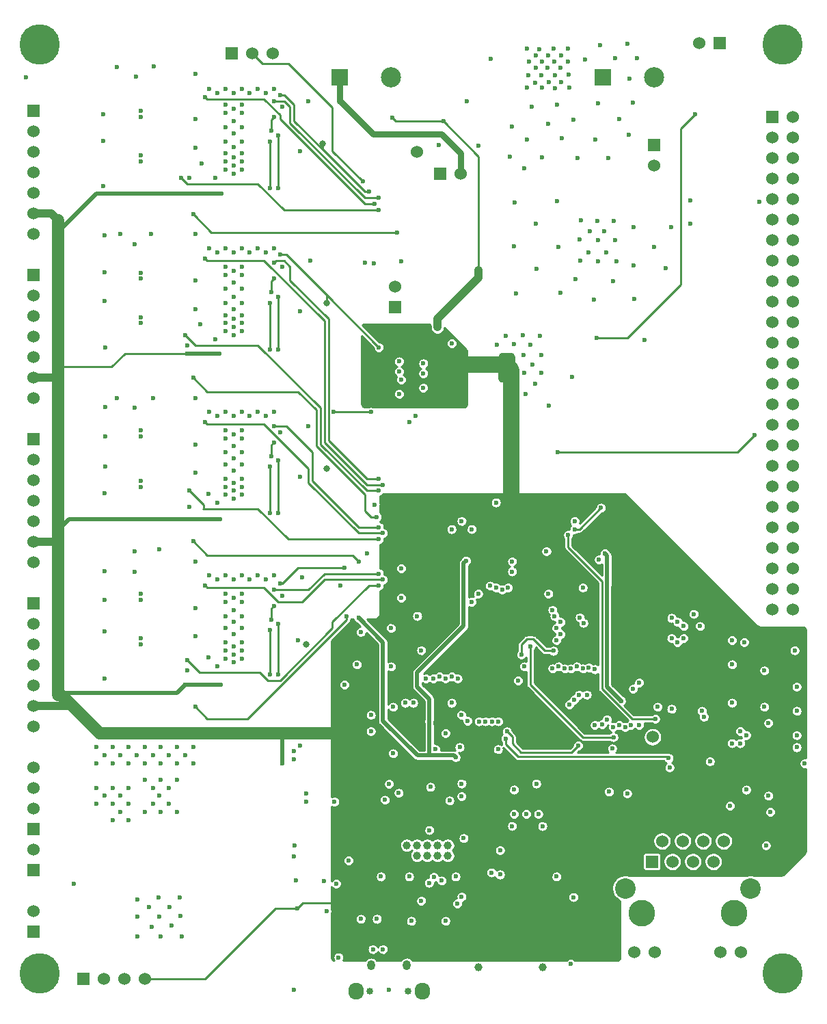
<source format=gbr>
G04 (created by PCBNEW (2013-05-18 BZR 4017)-stable) date Wed 14 Jan 2015 22:50:39 GMT*
%MOIN*%
G04 Gerber Fmt 3.4, Leading zero omitted, Abs format*
%FSLAX34Y34*%
G01*
G70*
G90*
G04 APERTURE LIST*
%ADD10C,0.00590551*%
%ADD11C,0.1969*%
%ADD12R,0.0787X0.0787*%
%ADD13C,0.0984*%
%ADD14O,0.0394X0.0492*%
%ADD15O,0.0748X0.0827*%
%ADD16C,0.0335*%
%ADD17R,0.06X0.06*%
%ADD18C,0.06*%
%ADD19R,0.0394X0.0394*%
%ADD20C,0.0394*%
%ADD21C,0.1299*%
%ADD22C,0.1*%
%ADD23C,0.0315*%
%ADD24C,0.0236*%
%ADD25C,0.04*%
%ADD26C,0.01*%
%ADD27C,0.06*%
%ADD28C,0.02*%
%ADD29C,0.08*%
%ADD30C,0.03*%
G04 APERTURE END LIST*
G54D10*
G54D11*
X2754Y1575D03*
G54D12*
X17390Y45236D03*
G54D13*
X19890Y45236D03*
G54D14*
X18905Y1968D03*
X20657Y1968D03*
G54D15*
X21395Y716D03*
X18167Y716D03*
G54D16*
X20716Y716D03*
X18846Y716D03*
G54D17*
X12114Y46430D03*
G54D18*
X13114Y46430D03*
X14114Y46430D03*
G54D17*
X2429Y43625D03*
G54D18*
X2429Y42625D03*
X2429Y41625D03*
X2429Y40625D03*
X2429Y39625D03*
X2429Y38625D03*
X2429Y37625D03*
G54D17*
X2429Y35625D03*
G54D18*
X2429Y34625D03*
X2429Y33625D03*
X2429Y32625D03*
X2429Y31625D03*
X2429Y30625D03*
X2429Y29625D03*
G54D17*
X2429Y27625D03*
G54D18*
X2429Y26625D03*
X2429Y25625D03*
X2429Y24625D03*
X2429Y23625D03*
X2429Y22625D03*
X2429Y21625D03*
G54D17*
X2429Y19625D03*
G54D18*
X2429Y18625D03*
X2429Y17625D03*
X2429Y16625D03*
X2429Y15625D03*
X2429Y14625D03*
X2429Y13625D03*
G54D17*
X35911Y46929D03*
G54D18*
X34911Y46929D03*
G54D19*
X20651Y7329D03*
G54D20*
X20651Y7829D03*
X21151Y7329D03*
X21151Y7829D03*
X21651Y7329D03*
X21651Y7829D03*
X22151Y7329D03*
X22151Y7829D03*
X22651Y7329D03*
X22651Y7829D03*
X24140Y1870D03*
X27282Y1870D03*
G54D17*
X38474Y43299D03*
G54D18*
X39474Y43299D03*
X38474Y38299D03*
X39474Y42299D03*
X38474Y37299D03*
X39474Y41299D03*
X38474Y36299D03*
X39474Y40299D03*
X38474Y35299D03*
X39474Y39299D03*
X38474Y34299D03*
X39474Y38299D03*
X38474Y33299D03*
X39474Y37299D03*
X38474Y32299D03*
X39474Y36299D03*
X38474Y31299D03*
X39474Y35299D03*
X38474Y30299D03*
X39474Y34299D03*
X38474Y29299D03*
X39474Y33299D03*
X38474Y28299D03*
X39474Y32299D03*
X39474Y31299D03*
X38474Y27299D03*
X39474Y30299D03*
X39474Y28299D03*
X39474Y27299D03*
X39474Y26299D03*
X39474Y25299D03*
X38474Y26299D03*
X38474Y25299D03*
X38474Y42299D03*
X38474Y41299D03*
X38474Y40299D03*
X38474Y39299D03*
X38474Y24299D03*
X39474Y24299D03*
X39474Y29299D03*
X38474Y23299D03*
X39474Y23299D03*
X38474Y22299D03*
X39474Y22299D03*
X38474Y21299D03*
X39474Y21299D03*
X38474Y20299D03*
X39474Y20299D03*
X38474Y19299D03*
X39474Y19299D03*
G54D21*
X32098Y4528D03*
X36598Y4528D03*
G54D18*
X36098Y8028D03*
X35600Y7028D03*
X35098Y8028D03*
X34600Y7028D03*
X34098Y8028D03*
X33600Y7028D03*
X33098Y8028D03*
G54D22*
X31298Y5729D03*
X37398Y5728D03*
G54D18*
X35956Y2599D03*
X32740Y2599D03*
X36956Y2599D03*
X31740Y2599D03*
G54D17*
X32600Y7028D03*
G54D23*
X16730Y26181D03*
X16533Y42028D03*
X16730Y34252D03*
X15746Y17618D03*
G54D17*
X32696Y41944D03*
G54D18*
X32696Y40944D03*
G54D17*
X20089Y34050D03*
G54D18*
X20089Y35050D03*
X32638Y13104D03*
X21148Y41630D03*
G54D17*
X22280Y40558D03*
G54D18*
X23280Y40558D03*
G54D12*
X30205Y45236D03*
G54D13*
X32705Y45236D03*
G54D17*
X4888Y1328D03*
G54D18*
X5888Y1328D03*
X6888Y1328D03*
X7888Y1328D03*
G54D11*
X38974Y46850D03*
X38974Y1575D03*
X2754Y46850D03*
G54D17*
X2429Y8625D03*
G54D18*
X2429Y9625D03*
X2429Y10625D03*
X2429Y11625D03*
G54D17*
X2429Y6625D03*
G54D18*
X2429Y7625D03*
G54D17*
X2429Y3625D03*
G54D18*
X2429Y4625D03*
G54D24*
X32720Y36988D03*
X31700Y37938D03*
X27990Y39198D03*
X28040Y36988D03*
X29510Y36718D03*
X26980Y35918D03*
X29940Y38248D03*
X30740Y38258D03*
X28880Y35428D03*
X25890Y37018D03*
X30860Y36288D03*
X33260Y35958D03*
X26940Y38118D03*
X29100Y36298D03*
X29130Y38278D03*
X30380Y36698D03*
X28130Y34738D03*
X29970Y36288D03*
X25970Y34708D03*
X30820Y37318D03*
X33550Y37938D03*
X29090Y37348D03*
X30270Y37758D03*
X29990Y37318D03*
X29790Y34398D03*
X25910Y39158D03*
X31750Y34458D03*
X30720Y35308D03*
X31700Y36068D03*
X29560Y37758D03*
X32250Y32438D03*
X20176Y32480D03*
X36218Y11319D03*
X11569Y15650D03*
X30411Y4626D03*
X31159Y10650D03*
X13974Y24016D03*
X13974Y18307D03*
X11605Y39567D03*
X25293Y9350D03*
X9840Y15650D03*
X23129Y30807D03*
X14565Y11811D03*
X22144Y9744D03*
X13974Y34252D03*
X11529Y23720D03*
X25490Y32657D03*
X26773Y31236D03*
X14368Y18602D03*
X27655Y6398D03*
X26683Y32228D03*
X14565Y43799D03*
X26309Y32685D03*
X31396Y15157D03*
X14368Y31988D03*
X14466Y27953D03*
X25522Y30579D03*
X22833Y12697D03*
X15297Y4752D03*
X13974Y42126D03*
X29722Y21555D03*
X13974Y26280D03*
X20372Y12303D03*
X23375Y9725D03*
X26360Y30854D03*
X27195Y31709D03*
X28935Y8366D03*
X18896Y32087D03*
X27262Y8071D03*
X33561Y15846D03*
X14368Y34547D03*
X14368Y24016D03*
X25742Y30890D03*
X14368Y42421D03*
X39663Y13780D03*
X23620Y12106D03*
X26868Y7579D03*
X20766Y3543D03*
X25498Y31232D03*
X14368Y26575D03*
X13974Y16142D03*
X25648Y6496D03*
X14565Y19980D03*
X21750Y9744D03*
X37399Y17323D03*
X25864Y32232D03*
X20372Y9744D03*
X13974Y31988D03*
X13974Y39862D03*
X23029Y21772D03*
X11506Y31791D03*
X22207Y41933D03*
X32911Y10591D03*
X25270Y30882D03*
X24112Y7776D03*
X26435Y29827D03*
X23817Y8465D03*
X26903Y30299D03*
X9742Y23720D03*
X14368Y16142D03*
X27195Y30862D03*
X33955Y15453D03*
X27655Y9350D03*
X18896Y29429D03*
X14565Y36024D03*
X25289Y31630D03*
X39663Y14961D03*
X25057Y32213D03*
X25746Y31626D03*
X9840Y39567D03*
X22045Y13780D03*
X27159Y32661D03*
X26333Y31717D03*
X9939Y31791D03*
X14368Y39862D03*
X33462Y13583D03*
X24148Y35480D03*
X26390Y40813D03*
X22139Y33470D03*
X15746Y9941D03*
X19940Y43294D03*
X22144Y33071D03*
X22431Y43122D03*
X19388Y6299D03*
X24159Y35846D03*
X17124Y9941D03*
X17813Y7087D03*
X23541Y21693D03*
X21750Y12205D03*
X31100Y14862D03*
X21750Y13878D03*
X18305Y18898D03*
X30313Y22047D03*
X23029Y12106D03*
X20374Y36283D03*
X28640Y16437D03*
X29525Y16476D03*
X29821Y16398D03*
X17204Y5946D03*
X25531Y13366D03*
X29014Y12677D03*
X28581Y14685D03*
X28817Y14921D03*
X28344Y16437D03*
X30090Y46798D03*
X27884Y44713D03*
X31510Y45168D03*
X27259Y44731D03*
X27241Y46009D03*
X28541Y45374D03*
X26510Y42228D03*
X27970Y43898D03*
X29850Y42218D03*
X26917Y44996D03*
X26516Y44749D03*
X28780Y43188D03*
X27230Y41338D03*
X28172Y45001D03*
X27530Y42988D03*
X28980Y41308D03*
X28141Y45716D03*
X26935Y45703D03*
X30470Y41318D03*
X26615Y46009D03*
X28172Y46301D03*
X25770Y42858D03*
X31870Y46178D03*
X28523Y46648D03*
X26570Y45334D03*
X31010Y43228D03*
X27205Y45356D03*
X27821Y46639D03*
X28519Y46018D03*
X31490Y42438D03*
X29330Y46128D03*
X31400Y46888D03*
X26930Y46319D03*
X27560Y45010D03*
X28200Y42278D03*
X30800Y46178D03*
X28582Y44740D03*
X26750Y43798D03*
X27124Y46621D03*
X27884Y45347D03*
X26498Y46634D03*
X27853Y46013D03*
X29990Y43978D03*
X27542Y46328D03*
X27518Y45709D03*
X25660Y41378D03*
X31690Y44028D03*
X28525Y22953D03*
X32768Y13982D03*
X18896Y13386D03*
X20962Y14764D03*
X18896Y14173D03*
X20569Y14764D03*
X5510Y12598D03*
X6298Y9843D03*
X8659Y12598D03*
X7085Y9843D03*
X9447Y11811D03*
X6691Y9449D03*
X7872Y11811D03*
X8659Y11024D03*
X8659Y11811D03*
X8266Y12205D03*
X5903Y12205D03*
X6691Y10236D03*
X9447Y11024D03*
X6297Y9055D03*
X7872Y9449D03*
X7478Y12205D03*
X8266Y10630D03*
X5510Y10630D03*
X7085Y10630D03*
X9840Y12205D03*
X10234Y12598D03*
X7872Y11024D03*
X8266Y9843D03*
X9447Y12598D03*
X6297Y10630D03*
X7085Y12598D03*
X6297Y12598D03*
X5903Y10236D03*
X7085Y11811D03*
X9053Y10630D03*
X7085Y9055D03*
X9053Y9843D03*
X6297Y11811D03*
X6691Y12205D03*
X8659Y9449D03*
X8561Y10236D03*
X7872Y12598D03*
X10234Y11811D03*
X9447Y9449D03*
X5510Y11811D03*
X5510Y9843D03*
X9053Y12205D03*
X10825Y20472D03*
X19486Y20768D03*
X19289Y20472D03*
X9939Y16831D03*
X15746Y10335D03*
X19787Y10813D03*
X17616Y21358D03*
X14466Y20571D03*
X19289Y21063D03*
X14171Y20276D03*
X17714Y18996D03*
X10333Y14567D03*
X23108Y4980D03*
X38088Y14567D03*
X37104Y17717D03*
X29230Y20374D03*
X38285Y13780D03*
X38088Y16339D03*
X34939Y18504D03*
X34644Y19094D03*
X39663Y15551D03*
X33856Y17717D03*
X33856Y18701D03*
X33561Y18898D03*
X33561Y17913D03*
X34151Y17913D03*
X34151Y18504D03*
X9660Y3388D03*
X8640Y3378D03*
X8563Y4331D03*
X7520Y4348D03*
X8220Y3848D03*
X8080Y4818D03*
X8540Y5268D03*
X9570Y5288D03*
X9090Y4818D03*
X9190Y3918D03*
X9600Y4378D03*
X7520Y5188D03*
X7500Y3388D03*
X22732Y10004D03*
X15254Y6102D03*
X19573Y10039D03*
X23226Y12598D03*
X5900Y21188D03*
X5900Y19788D03*
X5900Y18238D03*
X5900Y15938D03*
X7675Y27756D03*
X5950Y29188D03*
X5950Y27738D03*
X5950Y26288D03*
X5900Y24988D03*
X7675Y35728D03*
X5900Y35738D03*
X5900Y34338D03*
X5950Y32088D03*
X5900Y37538D03*
X6691Y37598D03*
X5850Y39938D03*
X5850Y42138D03*
X7675Y43602D03*
X5850Y43438D03*
X12596Y40748D03*
X7675Y41437D03*
X12201Y35825D03*
X39663Y13189D03*
X11809Y44685D03*
X11809Y24902D03*
X23325Y10827D03*
X21356Y17323D03*
X12596Y27657D03*
X28640Y2047D03*
X12200Y16735D03*
X15352Y17815D03*
X12596Y16929D03*
X11809Y34252D03*
X12596Y28051D03*
X22045Y12500D03*
X21455Y30118D03*
X18207Y16634D03*
X15155Y7283D03*
X12596Y41535D03*
X12596Y17323D03*
X15155Y12008D03*
X34469Y39243D03*
X12596Y33268D03*
X11809Y20079D03*
X13384Y20965D03*
X22844Y32280D03*
X7675Y28051D03*
X11809Y28051D03*
X7675Y17618D03*
X13777Y20768D03*
X12596Y42126D03*
X12203Y19291D03*
X2090Y45253D03*
X20766Y6299D03*
X12596Y20079D03*
X11415Y20768D03*
X13384Y36909D03*
X28718Y30657D03*
X12203Y26673D03*
X19880Y16535D03*
X8561Y22244D03*
X12202Y40945D03*
X12201Y33071D03*
X7675Y19783D03*
X11809Y26969D03*
X11022Y28937D03*
X40057Y11811D03*
X11809Y33661D03*
X12203Y20768D03*
X38285Y10236D03*
X12596Y25295D03*
X19978Y14567D03*
X13777Y44488D03*
X12200Y17520D03*
X12202Y41339D03*
X8297Y45787D03*
X14171Y36909D03*
X11418Y28737D03*
X15451Y25787D03*
X12990Y20768D03*
X23325Y23622D03*
X11809Y20965D03*
X36514Y14764D03*
X17419Y20472D03*
X7675Y41142D03*
X7380Y21161D03*
X11809Y41535D03*
X24136Y41913D03*
X11809Y27657D03*
X12596Y18996D03*
X11809Y33268D03*
X7675Y35433D03*
X10037Y24311D03*
X11809Y43898D03*
X12203Y35236D03*
X15451Y33858D03*
X13777Y36713D03*
X12200Y25492D03*
X21573Y15945D03*
X11809Y36024D03*
X15943Y36319D03*
X39565Y17323D03*
X33561Y14469D03*
X7675Y43307D03*
X14171Y20965D03*
X12596Y43898D03*
X12201Y33465D03*
X8167Y37598D03*
X12596Y33661D03*
X21356Y5118D03*
X12200Y27851D03*
X18599Y36210D03*
X11809Y25689D03*
X28777Y5295D03*
X12596Y26969D03*
X19880Y18406D03*
X29090Y18923D03*
X21456Y31299D03*
X7380Y37106D03*
X11022Y44685D03*
X11809Y42126D03*
X7675Y25295D03*
X11022Y36909D03*
X12596Y26378D03*
X12596Y20965D03*
X12990Y44488D03*
X7675Y33563D03*
X15844Y28248D03*
X12202Y43700D03*
X12201Y36711D03*
X11809Y18996D03*
X25884Y9350D03*
X11415Y36713D03*
X12596Y41142D03*
X12990Y28740D03*
X38384Y9449D03*
X11809Y16929D03*
X11809Y28937D03*
X11809Y42815D03*
X12596Y17717D03*
X23305Y14173D03*
X12203Y41831D03*
X12200Y24708D03*
X7675Y20079D03*
X12596Y24902D03*
X12203Y34547D03*
X12596Y18406D03*
X20372Y19882D03*
X7380Y29134D03*
X11809Y35630D03*
X15549Y20866D03*
X34469Y38130D03*
X11809Y26378D03*
X24132Y20079D03*
X23325Y5315D03*
X18994Y2756D03*
X11415Y44488D03*
X12596Y28937D03*
X12596Y36024D03*
X12990Y36713D03*
X6494Y29626D03*
X15451Y41634D03*
X14171Y28937D03*
X24782Y6496D03*
X11809Y25295D03*
X12203Y27264D03*
X14171Y44685D03*
X12596Y44685D03*
X11809Y36909D03*
X12596Y32874D03*
X33462Y11614D03*
X15175Y7801D03*
X15155Y787D03*
X37203Y10531D03*
X12596Y35630D03*
X13384Y28937D03*
X7675Y33268D03*
X35431Y11909D03*
X12202Y40552D03*
X12596Y34252D03*
X20273Y29823D03*
X20273Y31398D03*
X9939Y16339D03*
X12596Y34941D03*
X38167Y7815D03*
X13384Y44685D03*
X12203Y18701D03*
X12203Y42520D03*
X19978Y12303D03*
X12203Y43110D03*
X11809Y43504D03*
X21800Y10666D03*
X12203Y33957D03*
X31691Y15453D03*
X27065Y9350D03*
X12596Y36909D03*
X12596Y42815D03*
X9939Y32185D03*
X12203Y26083D03*
X7380Y22146D03*
X11809Y19685D03*
X11809Y17323D03*
X21456Y30807D03*
X11022Y20965D03*
X22833Y14764D03*
X15844Y44094D03*
X32872Y14567D03*
X7427Y45280D03*
X22833Y23228D03*
X17616Y15650D03*
X15155Y12402D03*
X12200Y28737D03*
X11809Y32874D03*
X23620Y13878D03*
X8266Y29626D03*
X36415Y9744D03*
X39663Y12598D03*
X12200Y17126D03*
X19092Y24409D03*
X11809Y34941D03*
X27592Y29252D03*
X12201Y32679D03*
X15451Y12697D03*
X13777Y28740D03*
X6510Y45744D03*
X18403Y18209D03*
X16730Y4626D03*
X11809Y41142D03*
X12200Y25098D03*
X30018Y21752D03*
X11809Y18406D03*
X26474Y9350D03*
X27262Y8760D03*
X12596Y25689D03*
X12202Y44487D03*
X39663Y14370D03*
X7675Y25591D03*
X12203Y18110D03*
X18699Y22047D03*
X12203Y19882D03*
X12596Y43504D03*
X7675Y17913D03*
X12596Y19685D03*
X10037Y40354D03*
X11809Y40748D03*
X11809Y17717D03*
X25195Y6398D03*
X25195Y7579D03*
X31986Y13681D03*
X31986Y15748D03*
X27951Y6299D03*
X14171Y43307D03*
X14053Y42638D03*
X14171Y35433D03*
X14053Y34764D03*
X14053Y18819D03*
X14171Y19488D03*
X14171Y27461D03*
X14053Y26791D03*
X23581Y44075D03*
X24742Y46142D03*
X35037Y14370D03*
X37203Y13189D03*
X36907Y12795D03*
X36514Y16634D03*
X36514Y17815D03*
X36514Y12795D03*
X35136Y14075D03*
X36907Y13386D03*
X19781Y787D03*
X21947Y15945D03*
X27557Y20079D03*
X30510Y10433D03*
X22537Y15945D03*
X21750Y8563D03*
X22833Y16043D03*
X22242Y16043D03*
X25470Y13030D03*
X33423Y12067D03*
X24998Y20374D03*
X24703Y20472D03*
X28836Y23622D03*
X27459Y22146D03*
X27754Y16437D03*
X37600Y27814D03*
X28000Y26988D03*
X28049Y16535D03*
X26237Y17114D03*
X16622Y6088D03*
X27798Y17298D03*
X23321Y10207D03*
X29264Y18661D03*
X20255Y10372D03*
X29053Y15157D03*
X29427Y15157D03*
X29821Y13681D03*
X30175Y13720D03*
X30411Y13957D03*
X30707Y13583D03*
X31002Y13681D03*
X31297Y13583D03*
X31592Y13681D03*
X24171Y13858D03*
X27754Y19291D03*
X24486Y13858D03*
X24801Y13858D03*
X25116Y13858D03*
X25096Y12500D03*
X19059Y36195D03*
X20374Y21315D03*
X18494Y40170D03*
X22537Y4134D03*
X17321Y2362D03*
X37829Y39173D03*
X23128Y15945D03*
X25785Y21654D03*
X25588Y20374D03*
X27951Y17815D03*
X28148Y18110D03*
X28148Y18701D03*
X27852Y18996D03*
X27951Y18406D03*
X20766Y28445D03*
X23817Y19685D03*
X23817Y23228D03*
X20273Y30906D03*
X29230Y16437D03*
X21061Y28740D03*
X20372Y30512D03*
X28935Y16535D03*
X25785Y21161D03*
X25293Y20276D03*
X23423Y8169D03*
X22340Y6102D03*
X23029Y6299D03*
X22537Y13287D03*
X26376Y16535D03*
X19486Y2756D03*
X20864Y4134D03*
X21962Y6285D03*
X21733Y5993D03*
X26081Y15846D03*
X21159Y18996D03*
X24998Y24528D03*
X19191Y4232D03*
X18403Y4232D03*
X25884Y10531D03*
X25785Y8760D03*
X4400Y5938D03*
X31396Y10354D03*
X26966Y10827D03*
X30118Y24264D03*
X28836Y23228D03*
X30667Y12539D03*
X29900Y32538D03*
X34700Y43438D03*
X10334Y41829D03*
X10333Y18012D03*
X10333Y19390D03*
X10579Y33218D03*
X10333Y25984D03*
X11317Y32480D03*
X10333Y45417D03*
X10333Y35335D03*
X10333Y27362D03*
X10333Y37598D03*
X10972Y16978D03*
X11415Y24508D03*
X10333Y43209D03*
X10333Y33957D03*
X11317Y40354D03*
X11415Y16535D03*
X10333Y29626D03*
X10972Y24951D03*
X10333Y21654D03*
X10628Y41043D03*
X10825Y28445D03*
X19486Y23031D03*
X10037Y25098D03*
X19289Y22736D03*
X18896Y28937D03*
X17065Y28937D03*
X19289Y23327D03*
X14171Y28248D03*
X10234Y22638D03*
X18305Y21654D03*
X19486Y25394D03*
X10825Y36417D03*
X19289Y25098D03*
X9840Y32677D03*
X19289Y32087D03*
X14466Y36614D03*
X19289Y25689D03*
X14171Y36220D03*
X10234Y30610D03*
X19191Y23819D03*
X10825Y44291D03*
X19092Y39075D03*
X9644Y40354D03*
X19289Y38780D03*
X14466Y44390D03*
X18797Y39665D03*
X14171Y44094D03*
X19289Y39370D03*
X10234Y38583D03*
X20175Y37697D03*
X30726Y13091D03*
X26671Y17520D03*
G54D25*
X2429Y14625D02*
X4309Y14625D01*
X4400Y14588D02*
X4400Y14534D01*
X4346Y14588D02*
X4400Y14588D01*
X4309Y14625D02*
X4346Y14588D01*
X2429Y22625D02*
X3640Y22625D01*
X2429Y30625D02*
X3625Y30625D01*
X3625Y30625D02*
X3640Y30610D01*
G54D26*
X9939Y31791D02*
X6903Y31791D01*
X6254Y31142D02*
X3640Y31142D01*
X6903Y31791D02*
X6254Y31142D01*
G54D25*
X2429Y38625D02*
X3302Y38625D01*
G54D27*
X3640Y37996D02*
X3640Y37713D01*
X3640Y38287D02*
X3640Y37996D01*
G54D25*
X3302Y38625D02*
X3640Y38287D01*
G54D27*
X3640Y29134D02*
X3640Y25098D01*
G54D28*
X9447Y15256D02*
X3640Y15256D01*
G54D27*
X3640Y15256D02*
X3678Y15256D01*
G54D28*
X11529Y23720D02*
X9742Y23720D01*
X4183Y23720D02*
X3640Y23177D01*
G54D27*
X3640Y15256D02*
X3640Y15157D01*
G54D26*
X13974Y16142D02*
X13974Y18307D01*
G54D28*
X9840Y15650D02*
X11569Y15650D01*
X9840Y15650D02*
X9840Y15649D01*
G54D27*
X3640Y30118D02*
X3640Y29134D01*
X3640Y25098D02*
X3640Y23177D01*
X14565Y13268D02*
X17478Y13268D01*
G54D26*
X14239Y4752D02*
X15297Y4752D01*
X7888Y1328D02*
X10815Y1328D01*
G54D29*
X25498Y31232D02*
X22746Y31232D01*
G54D28*
X5494Y39567D02*
X3640Y37713D01*
G54D26*
X10815Y1328D02*
X14239Y4752D01*
G54D27*
X3640Y30610D02*
X3640Y30118D01*
X3640Y33169D02*
X3640Y33110D01*
X3640Y33110D02*
X3640Y31142D01*
X3640Y37713D02*
X3640Y33169D01*
G54D26*
X14368Y24016D02*
X14368Y26575D01*
G54D27*
X3640Y22625D02*
X3640Y22146D01*
G54D29*
X25750Y24607D02*
X25750Y30980D01*
G54D26*
X13974Y24016D02*
X13974Y26280D01*
G54D29*
X22746Y31232D02*
X22710Y31268D01*
G54D26*
X13974Y39862D02*
X13974Y42126D01*
G54D27*
X3640Y30625D02*
X3640Y30610D01*
G54D26*
X15297Y4752D02*
X15565Y5020D01*
G54D27*
X3640Y23177D02*
X3640Y22625D01*
X3640Y22146D02*
X3640Y21142D01*
G54D26*
X15565Y5020D02*
X17085Y5020D01*
G54D29*
X22710Y31268D02*
X22710Y31226D01*
G54D28*
X3660Y25118D02*
X3640Y25098D01*
G54D26*
X14368Y31988D02*
X14368Y34547D01*
G54D27*
X5666Y13268D02*
X14565Y13268D01*
G54D28*
X9840Y39567D02*
X5494Y39567D01*
G54D26*
X14368Y16142D02*
X14368Y18602D01*
G54D27*
X3640Y21142D02*
X3640Y15256D01*
X3678Y15256D02*
X4400Y14534D01*
X4400Y14534D02*
X5666Y13268D01*
G54D28*
X11605Y39567D02*
X9840Y39567D01*
X11506Y31791D02*
X9939Y31791D01*
G54D27*
X3640Y31142D02*
X3640Y30610D01*
G54D28*
X9840Y15649D02*
X9447Y15256D01*
G54D26*
X13974Y31988D02*
X13974Y34252D01*
G54D29*
X25750Y30980D02*
X25498Y31232D01*
G54D28*
X14565Y13268D02*
X14565Y11811D01*
X9742Y23720D02*
X4183Y23720D01*
G54D26*
X14368Y39862D02*
X14368Y42421D01*
G54D25*
X22139Y33470D02*
X24159Y35490D01*
X22139Y33470D02*
X22139Y33470D01*
X24159Y35490D02*
X24159Y35846D01*
G54D26*
X19940Y43294D02*
X20112Y43122D01*
X22431Y43122D02*
X24159Y41394D01*
G54D25*
X22139Y33470D02*
X22144Y33070D01*
G54D26*
X24159Y41394D02*
X24159Y35846D01*
X20112Y43122D02*
X22431Y43122D01*
G54D28*
X30407Y15555D02*
X30407Y20468D01*
X19486Y13879D02*
X19486Y17717D01*
X30411Y21949D02*
X30313Y22047D01*
X19486Y17717D02*
X18305Y18898D01*
X21750Y12205D02*
X21750Y13878D01*
X21159Y16240D02*
X23423Y18504D01*
X21750Y12205D02*
X21160Y12205D01*
X22930Y12205D02*
X23029Y12106D01*
X21750Y14961D02*
X21159Y15552D01*
X23423Y18504D02*
X23423Y21575D01*
X21159Y15552D02*
X21159Y16240D01*
X30407Y20468D02*
X30411Y20472D01*
X30411Y20472D02*
X30411Y21949D01*
X21750Y13878D02*
X21750Y14961D01*
X21750Y12205D02*
X22242Y12205D01*
X22242Y12205D02*
X22930Y12205D01*
X23423Y21575D02*
X23541Y21693D01*
X21160Y12205D02*
X19486Y13879D01*
X31100Y14862D02*
X30407Y15555D01*
G54D26*
X25796Y12775D02*
X25796Y13101D01*
X26297Y12352D02*
X26219Y12352D01*
X29014Y12677D02*
X29013Y12677D01*
X26219Y12352D02*
X25796Y12775D01*
X29013Y12677D02*
X28688Y12352D01*
X28688Y12352D02*
X26297Y12352D01*
X26291Y12352D02*
X26273Y12352D01*
X26297Y12352D02*
X26291Y12352D01*
X25796Y13101D02*
X25531Y13366D01*
X32768Y13982D02*
X31827Y13982D01*
X30175Y20461D02*
X30175Y20693D01*
X31827Y13982D02*
X31825Y13980D01*
X31827Y13982D02*
X31641Y13982D01*
X28525Y22343D02*
X28525Y22953D01*
X31641Y13982D02*
X30175Y15448D01*
X30175Y20693D02*
X28525Y22343D01*
X30175Y15448D02*
X30175Y20461D01*
X13679Y20374D02*
X14368Y19685D01*
X10924Y20374D02*
X13679Y20374D01*
X10826Y20472D02*
X10924Y20374D01*
X15549Y19685D02*
X16632Y20768D01*
X16632Y20768D02*
X19486Y20768D01*
X10825Y20472D02*
X10826Y20472D01*
X14368Y19685D02*
X15549Y19685D01*
X10530Y16240D02*
X9939Y16831D01*
X13483Y16240D02*
X10530Y16240D01*
X18796Y20472D02*
X17025Y18701D01*
X19289Y20472D02*
X18796Y20472D01*
X17025Y18405D02*
X14466Y15846D01*
X14466Y15846D02*
X13877Y15846D01*
X13877Y15846D02*
X13483Y16240D01*
X17025Y18701D02*
X17025Y18405D01*
X15352Y21358D02*
X17616Y21358D01*
X14466Y20571D02*
X14565Y20571D01*
X14565Y20571D02*
X15352Y21358D01*
X15845Y20276D02*
X16632Y21063D01*
X16632Y21063D02*
X19289Y21063D01*
X14171Y20276D02*
X15845Y20276D01*
X10923Y13976D02*
X12891Y13976D01*
X17714Y18799D02*
X17714Y18996D01*
X10333Y14567D02*
X10333Y14566D01*
X10333Y14566D02*
X10923Y13976D01*
X12891Y13976D02*
X17714Y18799D01*
X14053Y43189D02*
X14171Y43307D01*
X14053Y42638D02*
X14053Y43189D01*
X14053Y34764D02*
X14053Y35315D01*
X14053Y35315D02*
X14171Y35433D01*
X14053Y18819D02*
X14053Y19370D01*
X14053Y19370D02*
X14171Y19488D01*
X14053Y26791D02*
X14053Y27343D01*
X14053Y27343D02*
X14171Y27461D01*
X26061Y12145D02*
X25470Y12736D01*
X26061Y12145D02*
X33345Y12145D01*
X33345Y12145D02*
X33423Y12067D01*
X25470Y12736D02*
X25470Y13030D01*
X28000Y26988D02*
X36774Y26988D01*
X36774Y26988D02*
X37600Y27814D01*
X28000Y26988D02*
X28050Y26988D01*
X26237Y17599D02*
X26237Y17114D01*
X26818Y17865D02*
X26503Y17865D01*
X27798Y17298D02*
X27385Y17298D01*
X26503Y17865D02*
X26237Y17599D01*
X27385Y17298D02*
X26818Y17865D01*
X17014Y43785D02*
X14879Y45920D01*
X14879Y45920D02*
X13624Y45920D01*
X18494Y40170D02*
X17014Y41650D01*
X13114Y46430D02*
X13624Y45920D01*
X17014Y41650D02*
X17014Y43785D01*
X28836Y23228D02*
X29082Y23228D01*
X29082Y23228D02*
X30118Y24264D01*
X31400Y32538D02*
X29900Y32538D01*
X34000Y35138D02*
X31400Y32538D01*
X34000Y42738D02*
X34000Y35138D01*
X34700Y43438D02*
X34000Y42738D01*
G54D30*
X17390Y44098D02*
X17390Y44068D01*
X19004Y42484D02*
X22345Y42484D01*
X23273Y40565D02*
X23280Y40558D01*
X17390Y44098D02*
X19004Y42484D01*
X22345Y42484D02*
X23273Y41556D01*
X23273Y41556D02*
X23273Y40565D01*
X17390Y45236D02*
X17390Y44098D01*
G54D26*
X15844Y25492D02*
X15844Y26182D01*
X10924Y28346D02*
X13680Y28346D01*
X18305Y23031D02*
X15844Y25492D01*
X10825Y28445D02*
X10924Y28346D01*
X15844Y26182D02*
X13680Y28346D01*
X19486Y23031D02*
X18305Y23031D01*
X10726Y24409D02*
X10037Y25098D01*
X14861Y22736D02*
X13384Y24213D01*
X10726Y24213D02*
X10726Y24409D01*
X19289Y22736D02*
X14861Y22736D01*
X10726Y24213D02*
X10725Y24213D01*
X13384Y24213D02*
X10726Y24213D01*
X17065Y28937D02*
X18896Y28937D01*
X19289Y23327D02*
X18305Y23327D01*
X16041Y25591D02*
X16041Y26969D01*
X18305Y23327D02*
X16041Y25591D01*
X14762Y28248D02*
X14171Y28248D01*
X16041Y26969D02*
X14762Y28248D01*
X10923Y21949D02*
X10234Y22638D01*
X18305Y21654D02*
X18010Y21949D01*
X18010Y21949D02*
X10923Y21949D01*
X16632Y27461D02*
X18699Y25394D01*
X10923Y36319D02*
X13679Y36319D01*
X10825Y36417D02*
X10923Y36319D01*
X18699Y25394D02*
X19486Y25394D01*
X16632Y33366D02*
X16632Y27461D01*
X13679Y36319D02*
X16632Y33366D01*
X10332Y32185D02*
X9840Y32677D01*
X18698Y25098D02*
X19289Y25098D01*
X13384Y32185D02*
X10332Y32185D01*
X16435Y29134D02*
X16435Y27361D01*
X13384Y32185D02*
X16435Y29134D01*
X16435Y27361D02*
X18698Y25098D01*
X14466Y36614D02*
X14762Y36614D01*
X14762Y36614D02*
X16730Y34646D01*
X16730Y34252D02*
X16730Y34646D01*
X16730Y34646D02*
X19289Y32087D01*
X16829Y33464D02*
X16829Y27559D01*
X14270Y36319D02*
X14663Y36319D01*
X14663Y36319D02*
X14959Y36023D01*
X14959Y35334D02*
X16829Y33464D01*
X14959Y36023D02*
X14959Y35334D01*
X14171Y36220D02*
X14270Y36319D01*
X18699Y25689D02*
X19289Y25689D01*
X16829Y27559D02*
X18699Y25689D01*
X19191Y23819D02*
X18895Y23819D01*
X15352Y29921D02*
X10923Y29921D01*
X10923Y29921D02*
X10234Y30610D01*
X16238Y29035D02*
X15352Y29921D01*
X19191Y23819D02*
X19191Y23818D01*
X18600Y24902D02*
X16238Y27264D01*
X18895Y23819D02*
X18600Y24114D01*
X18600Y24114D02*
X18600Y24902D01*
X16238Y27264D02*
X16238Y29035D01*
X14466Y43406D02*
X14466Y43209D01*
X14466Y43209D02*
X18600Y39075D01*
X10825Y44291D02*
X10923Y44193D01*
X18600Y39075D02*
X19092Y39075D01*
X10923Y44193D02*
X13679Y44193D01*
X13679Y44193D02*
X14466Y43406D01*
X9939Y40059D02*
X13384Y40059D01*
X14663Y38780D02*
X19289Y38780D01*
X9939Y40059D02*
X9644Y40354D01*
X13384Y40059D02*
X14663Y38780D01*
X14466Y44390D02*
X14663Y44390D01*
X16533Y42028D02*
X16533Y41732D01*
X14663Y44390D02*
X15155Y43898D01*
X15155Y43898D02*
X15155Y43110D01*
X15155Y43110D02*
X16533Y41732D01*
X16730Y41535D02*
X18600Y39665D01*
X18600Y39665D02*
X18797Y39665D01*
X16533Y41732D02*
X16730Y41535D01*
X18600Y39370D02*
X19289Y39370D01*
X14959Y43011D02*
X18600Y39370D01*
X14664Y44094D02*
X14959Y43799D01*
X14171Y44094D02*
X14664Y44094D01*
X14959Y43799D02*
X14959Y43011D01*
X10234Y38583D02*
X10431Y38385D01*
X11120Y37697D02*
X20175Y37697D01*
X10234Y38583D02*
X11120Y37697D01*
X26671Y17520D02*
X26671Y15650D01*
X26671Y15650D02*
X29230Y13091D01*
X30726Y13091D02*
X29230Y13091D01*
X18602Y33218D02*
X21792Y33218D01*
X18520Y33138D02*
X21793Y33138D01*
X18600Y33058D02*
X21794Y33058D01*
X18680Y32978D02*
X21807Y32978D01*
X22479Y32978D02*
X22559Y32978D01*
X18760Y32898D02*
X21840Y32898D01*
X22446Y32898D02*
X22639Y32898D01*
X18840Y32818D02*
X21901Y32818D01*
X22385Y32818D02*
X22719Y32818D01*
X18920Y32738D02*
X22038Y32738D01*
X22249Y32738D02*
X22799Y32738D01*
X19000Y32658D02*
X22879Y32658D01*
X18453Y32578D02*
X18515Y32578D01*
X19080Y32578D02*
X22959Y32578D01*
X18453Y32498D02*
X18595Y32498D01*
X19160Y32498D02*
X22687Y32498D01*
X23000Y32498D02*
X23039Y32498D01*
X18453Y32418D02*
X18675Y32418D01*
X19240Y32418D02*
X22613Y32418D01*
X23074Y32418D02*
X23119Y32418D01*
X18453Y32338D02*
X18755Y32338D01*
X19383Y32338D02*
X22582Y32338D01*
X23105Y32338D02*
X23199Y32338D01*
X18453Y32258D02*
X18835Y32258D01*
X19496Y32258D02*
X22575Y32258D01*
X23111Y32258D02*
X23112Y32258D01*
X23112Y32258D02*
X23279Y32258D01*
X18453Y32178D02*
X18915Y32178D01*
X19541Y32178D02*
X22596Y32178D01*
X23091Y32178D02*
X23112Y32178D01*
X23112Y32178D02*
X23359Y32178D01*
X18453Y32098D02*
X18995Y32098D01*
X19556Y32098D02*
X22647Y32098D01*
X23041Y32098D02*
X23112Y32098D01*
X23112Y32098D02*
X23439Y32098D01*
X18453Y32018D02*
X19029Y32018D01*
X19548Y32018D02*
X22787Y32018D01*
X22901Y32018D02*
X23112Y32018D01*
X23112Y32018D02*
X23519Y32018D01*
X18453Y31938D02*
X19066Y31938D01*
X19511Y31938D02*
X23112Y31938D01*
X23112Y31938D02*
X23566Y31938D01*
X18453Y31858D02*
X19148Y31858D01*
X19428Y31858D02*
X23112Y31858D01*
X23112Y31858D02*
X23570Y31858D01*
X18453Y31778D02*
X23112Y31778D01*
X23112Y31778D02*
X23570Y31778D01*
X18453Y31698D02*
X23112Y31698D01*
X23112Y31698D02*
X23570Y31698D01*
X18453Y31618D02*
X20119Y31618D01*
X20426Y31618D02*
X23112Y31618D01*
X23112Y31618D02*
X23570Y31618D01*
X18453Y31538D02*
X20044Y31538D01*
X20501Y31538D02*
X21332Y31538D01*
X21579Y31538D02*
X23112Y31538D01*
X23112Y31538D02*
X23570Y31538D01*
X18453Y31458D02*
X20011Y31458D01*
X20534Y31458D02*
X21240Y31458D01*
X21672Y31458D02*
X23112Y31458D01*
X23112Y31458D02*
X23570Y31458D01*
X18453Y31378D02*
X20004Y31378D01*
X20540Y31378D02*
X21198Y31378D01*
X21713Y31378D02*
X23112Y31378D01*
X23112Y31378D02*
X23570Y31378D01*
X18453Y31298D02*
X20024Y31298D01*
X20521Y31298D02*
X21187Y31298D01*
X21723Y31298D02*
X23112Y31298D01*
X23112Y31298D02*
X23570Y31298D01*
X18453Y31218D02*
X20074Y31218D01*
X20472Y31218D02*
X21199Y31218D01*
X21712Y31218D02*
X23112Y31218D01*
X23112Y31218D02*
X23570Y31218D01*
X18453Y31138D02*
X20138Y31138D01*
X20408Y31138D02*
X21240Y31138D01*
X21670Y31138D02*
X23112Y31138D01*
X23112Y31138D02*
X23570Y31138D01*
X18453Y31058D02*
X20052Y31058D01*
X20493Y31058D02*
X21338Y31058D01*
X21575Y31058D02*
X23112Y31058D01*
X23112Y31058D02*
X23570Y31058D01*
X18453Y30978D02*
X20014Y30978D01*
X20531Y30978D02*
X21248Y30978D01*
X21663Y30978D02*
X23112Y30978D01*
X23112Y30978D02*
X23570Y30978D01*
X18453Y30898D02*
X20004Y30898D01*
X20540Y30898D02*
X21203Y30898D01*
X21708Y30898D02*
X23112Y30898D01*
X23112Y30898D02*
X23570Y30898D01*
X18453Y30818D02*
X20019Y30818D01*
X20527Y30818D02*
X21188Y30818D01*
X21723Y30818D02*
X21724Y30818D01*
X21724Y30818D02*
X23112Y30818D01*
X23112Y30818D02*
X23570Y30818D01*
X18453Y30738D02*
X20062Y30738D01*
X20516Y30738D02*
X21196Y30738D01*
X21715Y30738D02*
X21724Y30738D01*
X21724Y30738D02*
X23112Y30738D01*
X23112Y30738D02*
X23570Y30738D01*
X18453Y30658D02*
X20147Y30658D01*
X20596Y30658D02*
X21233Y30658D01*
X21678Y30658D02*
X21724Y30658D01*
X21724Y30658D02*
X23112Y30658D01*
X23112Y30658D02*
X23570Y30658D01*
X18453Y30578D02*
X20112Y30578D01*
X20632Y30578D02*
X21315Y30578D01*
X21595Y30578D02*
X21724Y30578D01*
X21724Y30578D02*
X23112Y30578D01*
X23112Y30578D02*
X23570Y30578D01*
X18453Y30498D02*
X20103Y30498D01*
X20639Y30498D02*
X20640Y30498D01*
X20640Y30498D02*
X21724Y30498D01*
X21724Y30498D02*
X23112Y30498D01*
X23112Y30498D02*
X23570Y30498D01*
X18453Y30418D02*
X20120Y30418D01*
X20623Y30418D02*
X20640Y30418D01*
X20640Y30418D02*
X21724Y30418D01*
X21724Y30418D02*
X23112Y30418D01*
X23112Y30418D02*
X23570Y30418D01*
X18453Y30338D02*
X20167Y30338D01*
X20577Y30338D02*
X20640Y30338D01*
X20640Y30338D02*
X21301Y30338D01*
X21608Y30338D02*
X21724Y30338D01*
X21724Y30338D02*
X23112Y30338D01*
X23112Y30338D02*
X23570Y30338D01*
X18453Y30258D02*
X20283Y30258D01*
X20458Y30258D02*
X20640Y30258D01*
X20640Y30258D02*
X21226Y30258D01*
X21683Y30258D02*
X21724Y30258D01*
X21724Y30258D02*
X23112Y30258D01*
X23112Y30258D02*
X23570Y30258D01*
X18453Y30178D02*
X20640Y30178D01*
X20640Y30178D02*
X21193Y30178D01*
X21716Y30178D02*
X21724Y30178D01*
X21724Y30178D02*
X23112Y30178D01*
X23112Y30178D02*
X23570Y30178D01*
X18453Y30098D02*
X20640Y30098D01*
X20640Y30098D02*
X21186Y30098D01*
X21722Y30098D02*
X21723Y30098D01*
X21723Y30098D02*
X21724Y30098D01*
X21724Y30098D02*
X23112Y30098D01*
X23112Y30098D02*
X23570Y30098D01*
X18453Y30018D02*
X20089Y30018D01*
X20457Y30018D02*
X20640Y30018D01*
X20640Y30018D02*
X21206Y30018D01*
X21703Y30018D02*
X21723Y30018D01*
X21723Y30018D02*
X21724Y30018D01*
X21724Y30018D02*
X23112Y30018D01*
X23112Y30018D02*
X23570Y30018D01*
X18453Y29938D02*
X20030Y29938D01*
X20515Y29938D02*
X20640Y29938D01*
X20640Y29938D02*
X21256Y29938D01*
X21654Y29938D02*
X21723Y29938D01*
X21723Y29938D02*
X21724Y29938D01*
X21724Y29938D02*
X23112Y29938D01*
X23112Y29938D02*
X23570Y29938D01*
X18453Y29858D02*
X20006Y29858D01*
X20539Y29858D02*
X20640Y29858D01*
X20640Y29858D02*
X21389Y29858D01*
X21523Y29858D02*
X21723Y29858D01*
X21723Y29858D02*
X21724Y29858D01*
X21724Y29858D02*
X23112Y29858D01*
X23112Y29858D02*
X23570Y29858D01*
X18453Y29778D02*
X20008Y29778D01*
X20537Y29778D02*
X20541Y29778D01*
X20541Y29778D02*
X20640Y29778D01*
X20640Y29778D02*
X21723Y29778D01*
X21723Y29778D02*
X21724Y29778D01*
X21724Y29778D02*
X23112Y29778D01*
X23112Y29778D02*
X23570Y29778D01*
X18453Y29698D02*
X20034Y29698D01*
X20510Y29698D02*
X20541Y29698D01*
X20541Y29698D02*
X20640Y29698D01*
X20640Y29698D02*
X21723Y29698D01*
X21723Y29698D02*
X21724Y29698D01*
X21724Y29698D02*
X23112Y29698D01*
X23112Y29698D02*
X23570Y29698D01*
X18453Y29618D02*
X20098Y29618D01*
X20446Y29618D02*
X20541Y29618D01*
X20541Y29618D02*
X20640Y29618D01*
X20640Y29618D02*
X21723Y29618D01*
X21723Y29618D02*
X21724Y29618D01*
X21724Y29618D02*
X23112Y29618D01*
X23112Y29618D02*
X23570Y29618D01*
X18453Y29538D02*
X20541Y29538D01*
X20541Y29538D02*
X20640Y29538D01*
X20640Y29538D02*
X21723Y29538D01*
X21723Y29538D02*
X21724Y29538D01*
X21724Y29538D02*
X23112Y29538D01*
X23112Y29538D02*
X23570Y29538D01*
X18453Y29458D02*
X20541Y29458D01*
X20541Y29458D02*
X20640Y29458D01*
X20640Y29458D02*
X21723Y29458D01*
X21723Y29458D02*
X21724Y29458D01*
X21724Y29458D02*
X23112Y29458D01*
X23112Y29458D02*
X23570Y29458D01*
X18453Y29378D02*
X20541Y29378D01*
X20541Y29378D02*
X20640Y29378D01*
X20640Y29378D02*
X21723Y29378D01*
X21723Y29378D02*
X21724Y29378D01*
X21724Y29378D02*
X23112Y29378D01*
X23112Y29378D02*
X23570Y29378D01*
X18457Y29298D02*
X20541Y29298D01*
X20541Y29298D02*
X20640Y29298D01*
X20640Y29298D02*
X21723Y29298D01*
X21723Y29298D02*
X21724Y29298D01*
X21724Y29298D02*
X23112Y29298D01*
X23112Y29298D02*
X23565Y29298D01*
X18506Y29218D02*
X20541Y29218D01*
X20541Y29218D02*
X20640Y29218D01*
X20640Y29218D02*
X21723Y29218D01*
X21723Y29218D02*
X21724Y29218D01*
X21724Y29218D02*
X23112Y29218D01*
X23112Y29218D02*
X23516Y29218D01*
X23570Y29333D02*
X23567Y29305D01*
X23560Y29280D01*
X23550Y29257D01*
X23535Y29236D01*
X23517Y29218D01*
X23496Y29203D01*
X23473Y29193D01*
X23448Y29186D01*
X23420Y29184D01*
X23112Y29184D01*
X23112Y32306D01*
X23101Y32357D01*
X23081Y32406D01*
X23052Y32450D01*
X23015Y32487D01*
X22972Y32516D01*
X22923Y32537D01*
X22872Y32547D01*
X22819Y32548D01*
X22767Y32538D01*
X22719Y32518D01*
X22675Y32489D01*
X22637Y32453D01*
X22608Y32409D01*
X22587Y32361D01*
X22576Y32310D01*
X22575Y32257D01*
X22585Y32205D01*
X22604Y32156D01*
X22632Y32112D01*
X22669Y32074D01*
X22712Y32044D01*
X22760Y32023D01*
X22812Y32012D01*
X22864Y32011D01*
X22916Y32020D01*
X22965Y32039D01*
X23009Y32067D01*
X23047Y32104D01*
X23078Y32146D01*
X23099Y32194D01*
X23111Y32246D01*
X23112Y32306D01*
X23112Y29184D01*
X21724Y29184D01*
X21724Y30833D01*
X21713Y30884D01*
X21693Y30933D01*
X21664Y30977D01*
X21627Y31014D01*
X21584Y31043D01*
X21562Y31052D01*
X21577Y31058D01*
X21621Y31086D01*
X21659Y31123D01*
X21690Y31165D01*
X21711Y31213D01*
X21723Y31265D01*
X21724Y31325D01*
X21713Y31376D01*
X21693Y31425D01*
X21664Y31469D01*
X21627Y31506D01*
X21584Y31535D01*
X21535Y31556D01*
X21484Y31566D01*
X21431Y31567D01*
X21379Y31557D01*
X21331Y31537D01*
X21287Y31508D01*
X21249Y31472D01*
X21220Y31428D01*
X21199Y31380D01*
X21188Y31329D01*
X21187Y31276D01*
X21197Y31224D01*
X21216Y31175D01*
X21244Y31131D01*
X21281Y31093D01*
X21324Y31063D01*
X21349Y31053D01*
X21331Y31045D01*
X21287Y31016D01*
X21249Y30980D01*
X21220Y30936D01*
X21199Y30888D01*
X21188Y30837D01*
X21187Y30784D01*
X21197Y30732D01*
X21216Y30683D01*
X21244Y30639D01*
X21281Y30601D01*
X21324Y30571D01*
X21372Y30550D01*
X21424Y30539D01*
X21476Y30538D01*
X21528Y30547D01*
X21577Y30566D01*
X21621Y30594D01*
X21659Y30631D01*
X21690Y30673D01*
X21711Y30721D01*
X21723Y30773D01*
X21724Y30833D01*
X21724Y29184D01*
X21723Y29184D01*
X21723Y30144D01*
X21712Y30195D01*
X21692Y30244D01*
X21663Y30288D01*
X21626Y30325D01*
X21583Y30354D01*
X21534Y30375D01*
X21483Y30385D01*
X21430Y30386D01*
X21378Y30376D01*
X21330Y30356D01*
X21286Y30327D01*
X21248Y30291D01*
X21219Y30247D01*
X21198Y30199D01*
X21187Y30148D01*
X21186Y30095D01*
X21196Y30043D01*
X21215Y29994D01*
X21243Y29950D01*
X21280Y29912D01*
X21323Y29882D01*
X21371Y29861D01*
X21423Y29850D01*
X21475Y29849D01*
X21527Y29858D01*
X21576Y29877D01*
X21620Y29905D01*
X21658Y29942D01*
X21689Y29984D01*
X21710Y30032D01*
X21722Y30084D01*
X21723Y30144D01*
X21723Y29184D01*
X20640Y29184D01*
X20640Y30538D01*
X20629Y30589D01*
X20609Y30638D01*
X20580Y30682D01*
X20543Y30719D01*
X20500Y30748D01*
X20492Y30752D01*
X20507Y30772D01*
X20528Y30820D01*
X20540Y30872D01*
X20541Y30932D01*
X20530Y30983D01*
X20510Y31032D01*
X20481Y31076D01*
X20444Y31113D01*
X20401Y31142D01*
X20379Y31151D01*
X20394Y31157D01*
X20438Y31185D01*
X20476Y31222D01*
X20507Y31264D01*
X20528Y31312D01*
X20540Y31364D01*
X20541Y31424D01*
X20530Y31475D01*
X20510Y31524D01*
X20481Y31568D01*
X20444Y31605D01*
X20401Y31634D01*
X20352Y31655D01*
X20301Y31665D01*
X20248Y31666D01*
X20196Y31656D01*
X20148Y31636D01*
X20104Y31607D01*
X20066Y31571D01*
X20037Y31527D01*
X20016Y31479D01*
X20005Y31428D01*
X20004Y31375D01*
X20014Y31323D01*
X20033Y31274D01*
X20061Y31230D01*
X20098Y31192D01*
X20141Y31162D01*
X20166Y31152D01*
X20148Y31144D01*
X20104Y31115D01*
X20066Y31079D01*
X20037Y31035D01*
X20016Y30987D01*
X20005Y30936D01*
X20004Y30883D01*
X20014Y30831D01*
X20033Y30782D01*
X20061Y30738D01*
X20098Y30700D01*
X20141Y30670D01*
X20152Y30666D01*
X20136Y30641D01*
X20115Y30593D01*
X20104Y30542D01*
X20103Y30489D01*
X20113Y30437D01*
X20132Y30388D01*
X20160Y30344D01*
X20197Y30306D01*
X20240Y30276D01*
X20288Y30255D01*
X20340Y30244D01*
X20392Y30243D01*
X20444Y30252D01*
X20493Y30271D01*
X20537Y30299D01*
X20575Y30336D01*
X20606Y30378D01*
X20627Y30426D01*
X20639Y30478D01*
X20640Y30538D01*
X20640Y29184D01*
X20541Y29184D01*
X20541Y29849D01*
X20530Y29900D01*
X20510Y29949D01*
X20481Y29993D01*
X20444Y30030D01*
X20401Y30059D01*
X20352Y30080D01*
X20301Y30090D01*
X20248Y30091D01*
X20196Y30081D01*
X20148Y30061D01*
X20104Y30032D01*
X20066Y29996D01*
X20037Y29952D01*
X20016Y29904D01*
X20005Y29853D01*
X20004Y29800D01*
X20014Y29748D01*
X20033Y29699D01*
X20061Y29655D01*
X20098Y29617D01*
X20141Y29587D01*
X20189Y29566D01*
X20241Y29555D01*
X20293Y29554D01*
X20345Y29563D01*
X20394Y29582D01*
X20438Y29610D01*
X20476Y29647D01*
X20507Y29689D01*
X20528Y29737D01*
X20540Y29789D01*
X20541Y29849D01*
X20541Y29184D01*
X19000Y29184D01*
X18975Y29194D01*
X18924Y29204D01*
X18871Y29205D01*
X18819Y29195D01*
X18791Y29184D01*
X18602Y29184D01*
X18574Y29186D01*
X18549Y29193D01*
X18526Y29203D01*
X18505Y29218D01*
X18487Y29236D01*
X18472Y29257D01*
X18462Y29280D01*
X18455Y29305D01*
X18453Y29333D01*
X18453Y32640D01*
X19020Y32072D01*
X19020Y32064D01*
X19030Y32012D01*
X19049Y31963D01*
X19077Y31919D01*
X19114Y31881D01*
X19157Y31851D01*
X19205Y31830D01*
X19257Y31819D01*
X19309Y31818D01*
X19361Y31827D01*
X19410Y31846D01*
X19454Y31874D01*
X19492Y31911D01*
X19523Y31953D01*
X19544Y32001D01*
X19556Y32053D01*
X19557Y32113D01*
X19546Y32164D01*
X19526Y32213D01*
X19497Y32257D01*
X19460Y32294D01*
X19417Y32323D01*
X19368Y32344D01*
X19317Y32354D01*
X19303Y32354D01*
X18490Y33168D01*
X18505Y33183D01*
X18526Y33198D01*
X18549Y33208D01*
X18574Y33215D01*
X18602Y33218D01*
X21792Y33218D01*
X21793Y33065D01*
X21801Y32997D01*
X21821Y32932D01*
X21854Y32872D01*
X21898Y32820D01*
X21951Y32777D01*
X22012Y32745D01*
X22077Y32726D01*
X22145Y32720D01*
X22213Y32727D01*
X22278Y32747D01*
X22339Y32779D01*
X22391Y32822D01*
X22435Y32875D01*
X22467Y32936D01*
X22487Y33001D01*
X22491Y33045D01*
X23525Y32012D01*
X23545Y31987D01*
X23558Y31962D01*
X23566Y31935D01*
X23570Y31903D01*
X23570Y29333D01*
X25303Y31773D02*
X25720Y31773D01*
X25170Y31693D02*
X25852Y31693D01*
X25154Y31613D02*
X25869Y31613D01*
X25154Y31533D02*
X25869Y31533D01*
X25154Y31453D02*
X25870Y31453D01*
X25154Y31373D02*
X25870Y31373D01*
X25154Y31293D02*
X25870Y31293D01*
X25154Y31213D02*
X25870Y31213D01*
X25154Y31133D02*
X25870Y31133D01*
X25154Y31053D02*
X25871Y31053D01*
X25154Y30973D02*
X25871Y30973D01*
X25154Y30893D02*
X25871Y30893D01*
X25154Y30813D02*
X25871Y30813D01*
X25154Y30733D02*
X25872Y30733D01*
X25154Y30653D02*
X25872Y30653D01*
X25155Y30573D02*
X25871Y30573D01*
X25188Y30493D02*
X25838Y30493D01*
X25872Y30589D02*
X25870Y30561D01*
X25863Y30537D01*
X25852Y30513D01*
X25838Y30492D01*
X25819Y30474D01*
X25798Y30459D01*
X25775Y30449D01*
X25750Y30442D01*
X25723Y30440D01*
X25303Y30440D01*
X25275Y30442D01*
X25250Y30449D01*
X25227Y30459D01*
X25206Y30474D01*
X25188Y30492D01*
X25173Y30513D01*
X25163Y30536D01*
X25156Y30561D01*
X25154Y30589D01*
X25154Y31623D01*
X25156Y31651D01*
X25163Y31676D01*
X25173Y31699D01*
X25188Y31720D01*
X25206Y31738D01*
X25227Y31753D01*
X25250Y31763D01*
X25275Y31770D01*
X25303Y31773D01*
X25720Y31773D01*
X25751Y31769D01*
X25778Y31761D01*
X25803Y31748D01*
X25826Y31729D01*
X25844Y31707D01*
X25858Y31682D01*
X25866Y31654D01*
X25869Y31623D01*
X25872Y30589D01*
X19512Y24950D02*
X31213Y24950D01*
X19429Y24870D02*
X31356Y24870D01*
X19339Y24790D02*
X24941Y24790D01*
X25054Y24790D02*
X31436Y24790D01*
X19339Y24710D02*
X24800Y24710D01*
X25194Y24710D02*
X31516Y24710D01*
X19339Y24630D02*
X24750Y24630D01*
X25245Y24630D02*
X31596Y24630D01*
X19339Y24550D02*
X24730Y24550D01*
X25265Y24550D02*
X25266Y24550D01*
X25266Y24550D02*
X31676Y24550D01*
X19353Y24470D02*
X24736Y24470D01*
X25259Y24470D02*
X25266Y24470D01*
X25266Y24470D02*
X29945Y24470D01*
X30291Y24470D02*
X31756Y24470D01*
X19359Y24390D02*
X24768Y24390D01*
X25228Y24390D02*
X25266Y24390D01*
X25266Y24390D02*
X29880Y24390D01*
X30355Y24390D02*
X31836Y24390D01*
X19341Y24310D02*
X24842Y24310D01*
X25154Y24310D02*
X25266Y24310D01*
X25266Y24310D02*
X29853Y24310D01*
X30382Y24310D02*
X31916Y24310D01*
X19339Y24230D02*
X25266Y24230D01*
X25266Y24230D02*
X29801Y24230D01*
X30385Y24230D02*
X31996Y24230D01*
X19339Y24150D02*
X25266Y24150D01*
X25266Y24150D02*
X29721Y24150D01*
X30360Y24150D02*
X32076Y24150D01*
X19339Y24070D02*
X25266Y24070D01*
X25266Y24070D02*
X29641Y24070D01*
X30302Y24070D02*
X32156Y24070D01*
X19398Y23990D02*
X25266Y23990D01*
X25266Y23990D02*
X29561Y23990D01*
X30126Y23990D02*
X32236Y23990D01*
X19443Y23910D02*
X25266Y23910D01*
X25266Y23910D02*
X29481Y23910D01*
X30046Y23910D02*
X32316Y23910D01*
X19458Y23830D02*
X23154Y23830D01*
X23495Y23830D02*
X25266Y23830D01*
X25266Y23830D02*
X28665Y23830D01*
X29006Y23830D02*
X29401Y23830D01*
X29966Y23830D02*
X32396Y23830D01*
X19450Y23750D02*
X23088Y23750D01*
X23561Y23750D02*
X25266Y23750D01*
X25266Y23750D02*
X28599Y23750D01*
X29072Y23750D02*
X29321Y23750D01*
X29886Y23750D02*
X32476Y23750D01*
X19413Y23670D02*
X23061Y23670D01*
X23588Y23670D02*
X25266Y23670D01*
X25266Y23670D02*
X28572Y23670D01*
X29099Y23670D02*
X29241Y23670D01*
X29806Y23670D02*
X32556Y23670D01*
X19340Y23590D02*
X23058Y23590D01*
X23592Y23590D02*
X23593Y23590D01*
X23593Y23590D02*
X25266Y23590D01*
X25266Y23590D02*
X28569Y23590D01*
X29103Y23590D02*
X29161Y23590D01*
X29726Y23590D02*
X32636Y23590D01*
X19484Y23510D02*
X23081Y23510D01*
X23568Y23510D02*
X23593Y23510D01*
X23593Y23510D02*
X25266Y23510D01*
X25266Y23510D02*
X28592Y23510D01*
X29079Y23510D02*
X29081Y23510D01*
X29646Y23510D02*
X32716Y23510D01*
X19536Y23430D02*
X22656Y23430D01*
X23010Y23430D02*
X23137Y23430D01*
X23512Y23430D02*
X23593Y23430D01*
X23593Y23430D02*
X23640Y23430D01*
X23994Y23430D02*
X25266Y23430D01*
X25266Y23430D02*
X28648Y23430D01*
X29566Y23430D02*
X32796Y23430D01*
X19556Y23350D02*
X22593Y23350D01*
X23072Y23350D02*
X23577Y23350D01*
X24056Y23350D02*
X25266Y23350D01*
X25266Y23350D02*
X28596Y23350D01*
X29486Y23350D02*
X32876Y23350D01*
X19609Y23270D02*
X22567Y23270D01*
X23097Y23270D02*
X23551Y23270D01*
X24081Y23270D02*
X25266Y23270D01*
X25266Y23270D02*
X28570Y23270D01*
X29406Y23270D02*
X32956Y23270D01*
X19702Y23190D02*
X22567Y23190D01*
X23099Y23190D02*
X23101Y23190D01*
X23101Y23190D02*
X23551Y23190D01*
X24083Y23190D02*
X24085Y23190D01*
X24085Y23190D02*
X25266Y23190D01*
X25266Y23190D02*
X28397Y23190D01*
X29326Y23190D02*
X33036Y23190D01*
X19743Y23110D02*
X22591Y23110D01*
X23073Y23110D02*
X23101Y23110D01*
X23101Y23110D02*
X23575Y23110D01*
X24057Y23110D02*
X24085Y23110D01*
X24085Y23110D02*
X25266Y23110D01*
X25266Y23110D02*
X28307Y23110D01*
X29246Y23110D02*
X33116Y23110D01*
X19753Y23030D02*
X22651Y23030D01*
X23013Y23030D02*
X23101Y23030D01*
X23101Y23030D02*
X23635Y23030D01*
X23997Y23030D02*
X24085Y23030D01*
X24085Y23030D02*
X25266Y23030D01*
X25266Y23030D02*
X28267Y23030D01*
X29102Y23030D02*
X33196Y23030D01*
X19742Y22950D02*
X23101Y22950D01*
X23101Y22950D02*
X24085Y22950D01*
X24085Y22950D02*
X25266Y22950D01*
X25266Y22950D02*
X28256Y22950D01*
X28792Y22950D02*
X33276Y22950D01*
X19700Y22870D02*
X23101Y22870D01*
X23101Y22870D02*
X24085Y22870D01*
X24085Y22870D02*
X25266Y22870D01*
X25266Y22870D02*
X28269Y22870D01*
X28780Y22870D02*
X33356Y22870D01*
X19605Y22790D02*
X23101Y22790D01*
X23101Y22790D02*
X24085Y22790D01*
X24085Y22790D02*
X25266Y22790D01*
X25266Y22790D02*
X28311Y22790D01*
X28738Y22790D02*
X33436Y22790D01*
X19556Y22710D02*
X23101Y22710D01*
X23101Y22710D02*
X24085Y22710D01*
X24085Y22710D02*
X25266Y22710D01*
X25266Y22710D02*
X28325Y22710D01*
X28725Y22710D02*
X33516Y22710D01*
X19535Y22630D02*
X23101Y22630D01*
X23101Y22630D02*
X24085Y22630D01*
X24085Y22630D02*
X25266Y22630D01*
X25266Y22630D02*
X28325Y22630D01*
X28725Y22630D02*
X33596Y22630D01*
X19482Y22550D02*
X23101Y22550D01*
X23101Y22550D02*
X24085Y22550D01*
X24085Y22550D02*
X25266Y22550D01*
X25266Y22550D02*
X28325Y22550D01*
X28725Y22550D02*
X33676Y22550D01*
X19339Y22470D02*
X23101Y22470D01*
X23101Y22470D02*
X24085Y22470D01*
X24085Y22470D02*
X25266Y22470D01*
X25266Y22470D02*
X28325Y22470D01*
X28725Y22470D02*
X33756Y22470D01*
X19339Y22390D02*
X23101Y22390D01*
X23101Y22390D02*
X24085Y22390D01*
X24085Y22390D02*
X25266Y22390D01*
X25266Y22390D02*
X27347Y22390D01*
X27570Y22390D02*
X28325Y22390D01*
X28760Y22390D02*
X33836Y22390D01*
X19339Y22310D02*
X23101Y22310D01*
X23101Y22310D02*
X24085Y22310D01*
X24085Y22310D02*
X25266Y22310D01*
X25266Y22310D02*
X27246Y22310D01*
X27671Y22310D02*
X28328Y22310D01*
X28840Y22310D02*
X30261Y22310D01*
X30364Y22310D02*
X33916Y22310D01*
X19339Y22230D02*
X23101Y22230D01*
X23101Y22230D02*
X24085Y22230D01*
X24085Y22230D02*
X25266Y22230D01*
X25266Y22230D02*
X27203Y22230D01*
X27714Y22230D02*
X28360Y22230D01*
X28920Y22230D02*
X30116Y22230D01*
X30508Y22230D02*
X33996Y22230D01*
X19339Y22150D02*
X23101Y22150D01*
X23101Y22150D02*
X24085Y22150D01*
X24085Y22150D02*
X25266Y22150D01*
X25266Y22150D02*
X27191Y22150D01*
X27726Y22150D02*
X27727Y22150D01*
X27727Y22150D02*
X28435Y22150D01*
X29000Y22150D02*
X30065Y22150D01*
X30563Y22150D02*
X34076Y22150D01*
X19339Y22070D02*
X23101Y22070D01*
X23101Y22070D02*
X24085Y22070D01*
X24085Y22070D02*
X25266Y22070D01*
X25266Y22070D02*
X27200Y22070D01*
X27716Y22070D02*
X27727Y22070D01*
X27727Y22070D02*
X28515Y22070D01*
X29080Y22070D02*
X30045Y22070D01*
X30628Y22070D02*
X34156Y22070D01*
X19339Y21990D02*
X23101Y21990D01*
X23101Y21990D02*
X24085Y21990D01*
X24085Y21990D02*
X25266Y21990D01*
X25266Y21990D02*
X27240Y21990D01*
X27676Y21990D02*
X27727Y21990D01*
X27727Y21990D02*
X28595Y21990D01*
X29160Y21990D02*
X29892Y21990D01*
X30657Y21990D02*
X34236Y21990D01*
X19339Y21910D02*
X23101Y21910D01*
X23101Y21910D02*
X23383Y21910D01*
X23698Y21910D02*
X24085Y21910D01*
X24085Y21910D02*
X25266Y21910D01*
X25266Y21910D02*
X25703Y21910D01*
X25867Y21910D02*
X27329Y21910D01*
X27587Y21910D02*
X27727Y21910D01*
X27727Y21910D02*
X28675Y21910D01*
X29240Y21910D02*
X29801Y21910D01*
X30661Y21910D02*
X34316Y21910D01*
X19339Y21830D02*
X23101Y21830D01*
X23101Y21830D02*
X23309Y21830D01*
X23771Y21830D02*
X24085Y21830D01*
X24085Y21830D02*
X25266Y21830D01*
X25266Y21830D02*
X25581Y21830D01*
X25987Y21830D02*
X27727Y21830D01*
X27727Y21830D02*
X28755Y21830D01*
X29320Y21830D02*
X29760Y21830D01*
X30661Y21830D02*
X34396Y21830D01*
X19339Y21750D02*
X23101Y21750D01*
X23101Y21750D02*
X23244Y21750D01*
X23802Y21750D02*
X24085Y21750D01*
X24085Y21750D02*
X25266Y21750D01*
X25266Y21750D02*
X25534Y21750D01*
X26035Y21750D02*
X27727Y21750D01*
X27727Y21750D02*
X28835Y21750D01*
X29400Y21750D02*
X29749Y21750D01*
X30661Y21750D02*
X34476Y21750D01*
X19339Y21670D02*
X23101Y21670D01*
X23101Y21670D02*
X23191Y21670D01*
X23808Y21670D02*
X24085Y21670D01*
X24085Y21670D02*
X25266Y21670D01*
X25266Y21670D02*
X25517Y21670D01*
X26052Y21670D02*
X27727Y21670D01*
X27727Y21670D02*
X28915Y21670D01*
X29480Y21670D02*
X29762Y21670D01*
X30661Y21670D02*
X34556Y21670D01*
X19339Y21590D02*
X23101Y21590D01*
X23101Y21590D02*
X23174Y21590D01*
X23788Y21590D02*
X24085Y21590D01*
X24085Y21590D02*
X25266Y21590D01*
X25266Y21590D02*
X25524Y21590D01*
X26045Y21590D02*
X27727Y21590D01*
X27727Y21590D02*
X28995Y21590D01*
X29560Y21590D02*
X29803Y21590D01*
X30661Y21590D02*
X34636Y21590D01*
X19339Y21510D02*
X20190Y21510D01*
X20558Y21510D02*
X23101Y21510D01*
X23101Y21510D02*
X23173Y21510D01*
X23737Y21510D02*
X24085Y21510D01*
X24085Y21510D02*
X25266Y21510D01*
X25266Y21510D02*
X25558Y21510D01*
X26011Y21510D02*
X27727Y21510D01*
X27727Y21510D02*
X29075Y21510D01*
X29640Y21510D02*
X29902Y21510D01*
X30135Y21510D02*
X30161Y21510D01*
X30661Y21510D02*
X34716Y21510D01*
X19339Y21430D02*
X20131Y21430D01*
X20616Y21430D02*
X23101Y21430D01*
X23101Y21430D02*
X23173Y21430D01*
X23673Y21430D02*
X24085Y21430D01*
X24085Y21430D02*
X25266Y21430D01*
X25266Y21430D02*
X25637Y21430D01*
X25932Y21430D02*
X27727Y21430D01*
X27727Y21430D02*
X29155Y21430D01*
X29720Y21430D02*
X30161Y21430D01*
X30661Y21430D02*
X34796Y21430D01*
X19339Y21350D02*
X20107Y21350D01*
X20640Y21350D02*
X23101Y21350D01*
X23101Y21350D02*
X23173Y21350D01*
X23673Y21350D02*
X24085Y21350D01*
X24085Y21350D02*
X25266Y21350D01*
X25266Y21350D02*
X25594Y21350D01*
X25975Y21350D02*
X27727Y21350D01*
X27727Y21350D02*
X29235Y21350D01*
X29800Y21350D02*
X30161Y21350D01*
X30661Y21350D02*
X34876Y21350D01*
X19461Y21270D02*
X20109Y21270D01*
X20638Y21270D02*
X20642Y21270D01*
X20642Y21270D02*
X23101Y21270D01*
X23101Y21270D02*
X23173Y21270D01*
X23673Y21270D02*
X24085Y21270D01*
X24085Y21270D02*
X25266Y21270D01*
X25266Y21270D02*
X25540Y21270D01*
X26029Y21270D02*
X27727Y21270D01*
X27727Y21270D02*
X29315Y21270D01*
X29880Y21270D02*
X30161Y21270D01*
X30661Y21270D02*
X34956Y21270D01*
X19526Y21190D02*
X20135Y21190D01*
X20611Y21190D02*
X20642Y21190D01*
X20642Y21190D02*
X23101Y21190D01*
X23101Y21190D02*
X23173Y21190D01*
X23673Y21190D02*
X24085Y21190D01*
X24085Y21190D02*
X25266Y21190D01*
X25266Y21190D02*
X25517Y21190D01*
X26052Y21190D02*
X27727Y21190D01*
X27727Y21190D02*
X29395Y21190D01*
X29960Y21190D02*
X30161Y21190D01*
X30661Y21190D02*
X35036Y21190D01*
X19552Y21110D02*
X20199Y21110D01*
X20547Y21110D02*
X20642Y21110D01*
X20642Y21110D02*
X23101Y21110D01*
X23101Y21110D02*
X23173Y21110D01*
X23673Y21110D02*
X24085Y21110D01*
X24085Y21110D02*
X25266Y21110D01*
X25266Y21110D02*
X25521Y21110D01*
X26048Y21110D02*
X26053Y21110D01*
X26053Y21110D02*
X27727Y21110D01*
X27727Y21110D02*
X29475Y21110D01*
X30040Y21110D02*
X30161Y21110D01*
X30661Y21110D02*
X35116Y21110D01*
X19556Y21030D02*
X20642Y21030D01*
X20642Y21030D02*
X23101Y21030D01*
X23101Y21030D02*
X23173Y21030D01*
X23673Y21030D02*
X24085Y21030D01*
X24085Y21030D02*
X25266Y21030D01*
X25266Y21030D02*
X25550Y21030D01*
X26020Y21030D02*
X26053Y21030D01*
X26053Y21030D02*
X27727Y21030D01*
X27727Y21030D02*
X29555Y21030D01*
X30120Y21030D02*
X30161Y21030D01*
X30661Y21030D02*
X35196Y21030D01*
X19682Y20950D02*
X20642Y20950D01*
X20642Y20950D02*
X23101Y20950D01*
X23101Y20950D02*
X23173Y20950D01*
X23673Y20950D02*
X24085Y20950D01*
X24085Y20950D02*
X25266Y20950D01*
X25266Y20950D02*
X25618Y20950D01*
X25952Y20950D02*
X26053Y20950D01*
X26053Y20950D02*
X27727Y20950D01*
X27727Y20950D02*
X29635Y20950D01*
X30661Y20950D02*
X35276Y20950D01*
X19733Y20870D02*
X20642Y20870D01*
X20642Y20870D02*
X23101Y20870D01*
X23101Y20870D02*
X23173Y20870D01*
X23673Y20870D02*
X24085Y20870D01*
X24085Y20870D02*
X25266Y20870D01*
X25266Y20870D02*
X26053Y20870D01*
X26053Y20870D02*
X27727Y20870D01*
X27727Y20870D02*
X29715Y20870D01*
X30661Y20870D02*
X35356Y20870D01*
X19753Y20790D02*
X20642Y20790D01*
X20642Y20790D02*
X23101Y20790D01*
X23101Y20790D02*
X23173Y20790D01*
X23673Y20790D02*
X24085Y20790D01*
X24085Y20790D02*
X25266Y20790D01*
X25266Y20790D02*
X26053Y20790D01*
X26053Y20790D02*
X27727Y20790D01*
X27727Y20790D02*
X29795Y20790D01*
X30661Y20790D02*
X35436Y20790D01*
X19747Y20710D02*
X20642Y20710D01*
X20642Y20710D02*
X23101Y20710D01*
X23101Y20710D02*
X23173Y20710D01*
X23673Y20710D02*
X24085Y20710D01*
X24085Y20710D02*
X24577Y20710D01*
X24828Y20710D02*
X25266Y20710D01*
X25266Y20710D02*
X26053Y20710D01*
X26053Y20710D02*
X27727Y20710D01*
X27727Y20710D02*
X29875Y20710D01*
X30661Y20710D02*
X35516Y20710D01*
X19716Y20630D02*
X20642Y20630D01*
X20642Y20630D02*
X23101Y20630D01*
X23101Y20630D02*
X23173Y20630D01*
X23673Y20630D02*
X24085Y20630D01*
X24085Y20630D02*
X24486Y20630D01*
X25080Y20630D02*
X25266Y20630D01*
X25266Y20630D02*
X25506Y20630D01*
X25670Y20630D02*
X26053Y20630D01*
X26053Y20630D02*
X27727Y20630D01*
X27727Y20630D02*
X29148Y20630D01*
X29312Y20630D02*
X29955Y20630D01*
X30661Y20630D02*
X35596Y20630D01*
X19642Y20550D02*
X20642Y20550D01*
X20642Y20550D02*
X23101Y20550D01*
X23101Y20550D02*
X23173Y20550D01*
X23673Y20550D02*
X24085Y20550D01*
X24085Y20550D02*
X24445Y20550D01*
X25200Y20550D02*
X25266Y20550D01*
X25266Y20550D02*
X25384Y20550D01*
X25790Y20550D02*
X26053Y20550D01*
X26053Y20550D02*
X27727Y20550D01*
X27727Y20550D02*
X29026Y20550D01*
X29432Y20550D02*
X29975Y20550D01*
X30661Y20550D02*
X35676Y20550D01*
X19556Y20470D02*
X20642Y20470D01*
X20642Y20470D02*
X23101Y20470D01*
X23101Y20470D02*
X23173Y20470D01*
X23673Y20470D02*
X24085Y20470D01*
X24085Y20470D02*
X24434Y20470D01*
X25838Y20470D02*
X26053Y20470D01*
X26053Y20470D02*
X27727Y20470D01*
X27727Y20470D02*
X28979Y20470D01*
X29480Y20470D02*
X29975Y20470D01*
X30660Y20470D02*
X35756Y20470D01*
X19545Y20390D02*
X20642Y20390D01*
X20642Y20390D02*
X23101Y20390D01*
X23101Y20390D02*
X23173Y20390D01*
X23673Y20390D02*
X24085Y20390D01*
X24085Y20390D02*
X24447Y20390D01*
X25855Y20390D02*
X25856Y20390D01*
X25856Y20390D02*
X26053Y20390D01*
X26053Y20390D02*
X27727Y20390D01*
X27727Y20390D02*
X28962Y20390D01*
X29497Y20390D02*
X29498Y20390D01*
X29498Y20390D02*
X29975Y20390D01*
X30657Y20390D02*
X35836Y20390D01*
X19502Y20310D02*
X20642Y20310D01*
X20642Y20310D02*
X23101Y20310D01*
X23101Y20310D02*
X23173Y20310D01*
X23673Y20310D02*
X23995Y20310D01*
X24268Y20310D02*
X24488Y20310D01*
X25848Y20310D02*
X25856Y20310D01*
X25856Y20310D02*
X26053Y20310D01*
X26053Y20310D02*
X27420Y20310D01*
X27693Y20310D02*
X27727Y20310D01*
X27727Y20310D02*
X28969Y20310D01*
X29490Y20310D02*
X29498Y20310D01*
X29498Y20310D02*
X29975Y20310D01*
X30657Y20310D02*
X35916Y20310D01*
X19406Y20230D02*
X20642Y20230D01*
X20642Y20230D02*
X23101Y20230D01*
X23101Y20230D02*
X23173Y20230D01*
X23673Y20230D02*
X23910Y20230D01*
X24353Y20230D02*
X24587Y20230D01*
X25814Y20230D02*
X25856Y20230D01*
X25856Y20230D02*
X26053Y20230D01*
X26053Y20230D02*
X27335Y20230D01*
X27778Y20230D02*
X29003Y20230D01*
X29456Y20230D02*
X29498Y20230D01*
X29498Y20230D02*
X29975Y20230D01*
X30657Y20230D02*
X35996Y20230D01*
X19339Y20150D02*
X20346Y20150D01*
X20374Y20150D02*
X20642Y20150D01*
X20642Y20150D02*
X23101Y20150D01*
X23101Y20150D02*
X23173Y20150D01*
X23673Y20150D02*
X23873Y20150D01*
X24391Y20150D02*
X24850Y20150D01*
X25735Y20150D02*
X25856Y20150D01*
X25856Y20150D02*
X26053Y20150D01*
X26053Y20150D02*
X27298Y20150D01*
X27816Y20150D02*
X29082Y20150D01*
X29377Y20150D02*
X29498Y20150D01*
X29498Y20150D02*
X29975Y20150D01*
X30657Y20150D02*
X36076Y20150D01*
X19339Y20070D02*
X20180Y20070D01*
X20563Y20070D02*
X20642Y20070D01*
X20642Y20070D02*
X23101Y20070D01*
X23101Y20070D02*
X23173Y20070D01*
X23673Y20070D02*
X23863Y20070D01*
X24399Y20070D02*
X25119Y20070D01*
X25465Y20070D02*
X25856Y20070D01*
X25856Y20070D02*
X26053Y20070D01*
X26053Y20070D02*
X27288Y20070D01*
X27824Y20070D02*
X27825Y20070D01*
X27825Y20070D02*
X29498Y20070D01*
X29498Y20070D02*
X29975Y20070D01*
X30657Y20070D02*
X36156Y20070D01*
X19339Y19990D02*
X20126Y19990D01*
X20617Y19990D02*
X20642Y19990D01*
X20642Y19990D02*
X23101Y19990D01*
X23101Y19990D02*
X23173Y19990D01*
X23673Y19990D02*
X23878Y19990D01*
X24385Y19990D02*
X25856Y19990D01*
X25856Y19990D02*
X26053Y19990D01*
X26053Y19990D02*
X27303Y19990D01*
X27810Y19990D02*
X27825Y19990D01*
X27825Y19990D02*
X29498Y19990D01*
X29498Y19990D02*
X29975Y19990D01*
X30657Y19990D02*
X36236Y19990D01*
X19339Y19910D02*
X20104Y19910D01*
X20639Y19910D02*
X20642Y19910D01*
X20642Y19910D02*
X23101Y19910D01*
X23101Y19910D02*
X23173Y19910D01*
X24340Y19910D02*
X25856Y19910D01*
X25856Y19910D02*
X26053Y19910D01*
X26053Y19910D02*
X27347Y19910D01*
X27765Y19910D02*
X27825Y19910D01*
X27825Y19910D02*
X29498Y19910D01*
X29498Y19910D02*
X29975Y19910D01*
X30657Y19910D02*
X36316Y19910D01*
X19339Y19830D02*
X20109Y19830D01*
X20635Y19830D02*
X20640Y19830D01*
X20640Y19830D02*
X20642Y19830D01*
X20642Y19830D02*
X23101Y19830D01*
X23101Y19830D02*
X23173Y19830D01*
X24231Y19830D02*
X25856Y19830D01*
X25856Y19830D02*
X26053Y19830D01*
X26053Y19830D02*
X27457Y19830D01*
X27656Y19830D02*
X27825Y19830D01*
X27825Y19830D02*
X29498Y19830D01*
X29498Y19830D02*
X29975Y19830D01*
X30657Y19830D02*
X36396Y19830D01*
X19339Y19750D02*
X20138Y19750D01*
X20606Y19750D02*
X20640Y19750D01*
X20640Y19750D02*
X20642Y19750D01*
X20642Y19750D02*
X23101Y19750D01*
X23101Y19750D02*
X23173Y19750D01*
X24077Y19750D02*
X25856Y19750D01*
X25856Y19750D02*
X26053Y19750D01*
X26053Y19750D02*
X27825Y19750D01*
X27825Y19750D02*
X29498Y19750D01*
X29498Y19750D02*
X29975Y19750D01*
X30657Y19750D02*
X36476Y19750D01*
X19339Y19670D02*
X20207Y19670D01*
X20538Y19670D02*
X20640Y19670D01*
X20640Y19670D02*
X20642Y19670D01*
X20642Y19670D02*
X23101Y19670D01*
X23101Y19670D02*
X23173Y19670D01*
X24084Y19670D02*
X25856Y19670D01*
X25856Y19670D02*
X26053Y19670D01*
X26053Y19670D02*
X27825Y19670D01*
X27825Y19670D02*
X29498Y19670D01*
X29498Y19670D02*
X29975Y19670D01*
X30657Y19670D02*
X36556Y19670D01*
X19339Y19590D02*
X20640Y19590D01*
X20640Y19590D02*
X20642Y19590D01*
X20642Y19590D02*
X23101Y19590D01*
X23101Y19590D02*
X23173Y19590D01*
X24068Y19590D02*
X25856Y19590D01*
X25856Y19590D02*
X26053Y19590D01*
X26053Y19590D02*
X27825Y19590D01*
X27825Y19590D02*
X29498Y19590D01*
X29498Y19590D02*
X29975Y19590D01*
X30657Y19590D02*
X36636Y19590D01*
X19339Y19510D02*
X20640Y19510D01*
X20640Y19510D02*
X20642Y19510D01*
X20642Y19510D02*
X23101Y19510D01*
X23101Y19510D02*
X23173Y19510D01*
X24021Y19510D02*
X25856Y19510D01*
X25856Y19510D02*
X26053Y19510D01*
X26053Y19510D02*
X27599Y19510D01*
X27908Y19510D02*
X29498Y19510D01*
X29498Y19510D02*
X29975Y19510D01*
X30657Y19510D02*
X36716Y19510D01*
X19339Y19430D02*
X20640Y19430D01*
X20640Y19430D02*
X20642Y19430D01*
X20642Y19430D02*
X23101Y19430D01*
X23101Y19430D02*
X23173Y19430D01*
X23673Y19430D02*
X23731Y19430D01*
X23900Y19430D02*
X25856Y19430D01*
X25856Y19430D02*
X26053Y19430D01*
X26053Y19430D02*
X27524Y19430D01*
X27983Y19430D02*
X29498Y19430D01*
X29498Y19430D02*
X29975Y19430D01*
X30657Y19430D02*
X36796Y19430D01*
X19339Y19350D02*
X20640Y19350D01*
X20640Y19350D02*
X20642Y19350D01*
X20642Y19350D02*
X23101Y19350D01*
X23101Y19350D02*
X23173Y19350D01*
X23673Y19350D02*
X25856Y19350D01*
X25856Y19350D02*
X26053Y19350D01*
X26053Y19350D02*
X27492Y19350D01*
X28015Y19350D02*
X29498Y19350D01*
X29498Y19350D02*
X29975Y19350D01*
X30657Y19350D02*
X34562Y19350D01*
X34726Y19350D02*
X36876Y19350D01*
X19339Y19270D02*
X20640Y19270D01*
X20640Y19270D02*
X20642Y19270D01*
X20642Y19270D02*
X23101Y19270D01*
X23101Y19270D02*
X23173Y19270D01*
X23673Y19270D02*
X25856Y19270D01*
X25856Y19270D02*
X26053Y19270D01*
X26053Y19270D02*
X27485Y19270D01*
X28021Y19270D02*
X29498Y19270D01*
X29498Y19270D02*
X29975Y19270D01*
X30657Y19270D02*
X34440Y19270D01*
X34846Y19270D02*
X36956Y19270D01*
X19339Y19190D02*
X20640Y19190D01*
X20640Y19190D02*
X20642Y19190D01*
X20642Y19190D02*
X20974Y19190D01*
X21344Y19190D02*
X23101Y19190D01*
X23101Y19190D02*
X23173Y19190D01*
X23673Y19190D02*
X25856Y19190D01*
X25856Y19190D02*
X26053Y19190D01*
X26053Y19190D02*
X27505Y19190D01*
X28037Y19190D02*
X29059Y19190D01*
X29122Y19190D02*
X29498Y19190D01*
X29498Y19190D02*
X29975Y19190D01*
X30657Y19190D02*
X34393Y19190D01*
X34894Y19190D02*
X37036Y19190D01*
X19339Y19110D02*
X20640Y19110D01*
X20640Y19110D02*
X20642Y19110D01*
X20642Y19110D02*
X20916Y19110D01*
X21401Y19110D02*
X23101Y19110D01*
X23101Y19110D02*
X23173Y19110D01*
X23673Y19110D02*
X25856Y19110D01*
X25856Y19110D02*
X26053Y19110D01*
X26053Y19110D02*
X27556Y19110D01*
X28094Y19110D02*
X28897Y19110D01*
X29282Y19110D02*
X29498Y19110D01*
X29498Y19110D02*
X29975Y19110D01*
X30657Y19110D02*
X33395Y19110D01*
X33725Y19110D02*
X34376Y19110D01*
X34911Y19110D02*
X34912Y19110D01*
X34912Y19110D02*
X37116Y19110D01*
X19329Y19030D02*
X20640Y19030D01*
X20640Y19030D02*
X20642Y19030D01*
X20642Y19030D02*
X20892Y19030D01*
X21425Y19030D02*
X23101Y19030D01*
X23101Y19030D02*
X23173Y19030D01*
X23673Y19030D02*
X25856Y19030D01*
X25856Y19030D02*
X26053Y19030D01*
X26053Y19030D02*
X27585Y19030D01*
X28118Y19030D02*
X28844Y19030D01*
X29335Y19030D02*
X29498Y19030D01*
X29498Y19030D02*
X29975Y19030D01*
X30657Y19030D02*
X33326Y19030D01*
X33795Y19030D02*
X34383Y19030D01*
X34904Y19030D02*
X34912Y19030D01*
X34912Y19030D02*
X37196Y19030D01*
X19291Y18950D02*
X20640Y18950D01*
X20640Y18950D02*
X20642Y18950D01*
X20642Y18950D02*
X20894Y18950D01*
X21423Y18950D02*
X21427Y18950D01*
X21427Y18950D02*
X23101Y18950D01*
X23101Y18950D02*
X23173Y18950D01*
X23673Y18950D02*
X25856Y18950D01*
X25856Y18950D02*
X26053Y18950D01*
X26053Y18950D02*
X27587Y18950D01*
X28247Y18950D02*
X28822Y18950D01*
X29357Y18950D02*
X29498Y18950D01*
X29498Y18950D02*
X29975Y18950D01*
X30657Y18950D02*
X33298Y18950D01*
X33955Y18950D02*
X34417Y18950D01*
X34870Y18950D02*
X34912Y18950D01*
X34912Y18950D02*
X37276Y18950D01*
X19192Y18870D02*
X20640Y18870D01*
X20640Y18870D02*
X20642Y18870D01*
X20642Y18870D02*
X20921Y18870D01*
X21396Y18870D02*
X21427Y18870D01*
X21427Y18870D02*
X23101Y18870D01*
X23101Y18870D02*
X23173Y18870D01*
X23673Y18870D02*
X25856Y18870D01*
X25856Y18870D02*
X26053Y18870D01*
X26053Y18870D02*
X27614Y18870D01*
X28357Y18870D02*
X28827Y18870D01*
X29433Y18870D02*
X29498Y18870D01*
X29498Y18870D02*
X29975Y18870D01*
X30657Y18870D02*
X33293Y18870D01*
X34065Y18870D02*
X34496Y18870D01*
X34791Y18870D02*
X34912Y18870D01*
X34912Y18870D02*
X37356Y18870D01*
X17913Y18790D02*
X18059Y18790D01*
X18766Y18790D02*
X20640Y18790D01*
X20640Y18790D02*
X20642Y18790D01*
X20642Y18790D02*
X20985Y18790D01*
X21331Y18790D02*
X21427Y18790D01*
X21427Y18790D02*
X23101Y18790D01*
X23101Y18790D02*
X23173Y18790D01*
X23673Y18790D02*
X25856Y18790D01*
X25856Y18790D02*
X26053Y18790D01*
X26053Y18790D02*
X27678Y18790D01*
X28401Y18790D02*
X28856Y18790D01*
X29500Y18790D02*
X29975Y18790D01*
X30657Y18790D02*
X33315Y18790D01*
X34109Y18790D02*
X34912Y18790D01*
X34912Y18790D02*
X37436Y18790D01*
X17892Y18710D02*
X18113Y18710D01*
X18846Y18710D02*
X20640Y18710D01*
X20640Y18710D02*
X20642Y18710D01*
X20642Y18710D02*
X21427Y18710D01*
X21427Y18710D02*
X23101Y18710D01*
X23101Y18710D02*
X23173Y18710D01*
X23673Y18710D02*
X25856Y18710D01*
X25856Y18710D02*
X26053Y18710D01*
X26053Y18710D02*
X27880Y18710D01*
X28415Y18710D02*
X28926Y18710D01*
X29527Y18710D02*
X29975Y18710D01*
X30657Y18710D02*
X33369Y18710D01*
X34324Y18710D02*
X34766Y18710D01*
X35112Y18710D02*
X37516Y18710D01*
X17827Y18630D02*
X18219Y18630D01*
X18926Y18630D02*
X19732Y18630D01*
X20027Y18630D02*
X20640Y18630D01*
X20640Y18630D02*
X20642Y18630D01*
X20642Y18630D02*
X21427Y18630D01*
X21427Y18630D02*
X23101Y18630D01*
X23101Y18630D02*
X23173Y18630D01*
X23673Y18630D02*
X25856Y18630D01*
X25856Y18630D02*
X26053Y18630D01*
X26053Y18630D02*
X27803Y18630D01*
X28406Y18630D02*
X28997Y18630D01*
X29531Y18630D02*
X29532Y18630D01*
X29532Y18630D02*
X29975Y18630D01*
X30657Y18630D02*
X33557Y18630D01*
X33584Y18630D02*
X33596Y18630D01*
X34388Y18630D02*
X34701Y18630D01*
X35176Y18630D02*
X37596Y18630D01*
X17747Y18550D02*
X18299Y18550D01*
X19006Y18550D02*
X19653Y18550D01*
X20106Y18550D02*
X20640Y18550D01*
X20640Y18550D02*
X20642Y18550D01*
X20642Y18550D02*
X21427Y18550D01*
X21427Y18550D02*
X23101Y18550D01*
X23101Y18550D02*
X23115Y18550D01*
X23673Y18550D02*
X25856Y18550D01*
X25856Y18550D02*
X26053Y18550D01*
X26053Y18550D02*
X27724Y18550D01*
X28369Y18550D02*
X29019Y18550D01*
X29507Y18550D02*
X29532Y18550D01*
X29532Y18550D02*
X29975Y18550D01*
X30657Y18550D02*
X33634Y18550D01*
X34415Y18550D02*
X34674Y18550D01*
X35203Y18550D02*
X37676Y18550D01*
X17667Y18470D02*
X18340Y18470D01*
X19086Y18470D02*
X19619Y18470D01*
X20140Y18470D02*
X20640Y18470D01*
X20640Y18470D02*
X20642Y18470D01*
X20642Y18470D02*
X21427Y18470D01*
X21427Y18470D02*
X23035Y18470D01*
X23669Y18470D02*
X25856Y18470D01*
X25856Y18470D02*
X26053Y18470D01*
X26053Y18470D02*
X27690Y18470D01*
X28284Y18470D02*
X29075Y18470D01*
X29452Y18470D02*
X29532Y18470D01*
X29532Y18470D02*
X29975Y18470D01*
X30657Y18470D02*
X33718Y18470D01*
X34418Y18470D02*
X34419Y18470D01*
X34419Y18470D02*
X34672Y18470D01*
X35206Y18470D02*
X35207Y18470D01*
X35207Y18470D02*
X37788Y18470D01*
X17587Y18390D02*
X18204Y18390D01*
X19166Y18390D02*
X19611Y18390D01*
X20147Y18390D02*
X20148Y18390D01*
X20148Y18390D02*
X20640Y18390D01*
X20640Y18390D02*
X20642Y18390D01*
X20642Y18390D02*
X21427Y18390D01*
X21427Y18390D02*
X22955Y18390D01*
X23644Y18390D02*
X25856Y18390D01*
X25856Y18390D02*
X26053Y18390D01*
X26053Y18390D02*
X27682Y18390D01*
X28218Y18390D02*
X29532Y18390D01*
X29532Y18390D02*
X29975Y18390D01*
X30657Y18390D02*
X33907Y18390D01*
X34393Y18390D02*
X34419Y18390D01*
X34419Y18390D02*
X34695Y18390D01*
X35181Y18390D02*
X35207Y18390D01*
X35207Y18390D02*
X40078Y18390D01*
X17507Y18310D02*
X18154Y18310D01*
X19246Y18310D02*
X19629Y18310D01*
X20130Y18310D02*
X20148Y18310D01*
X20148Y18310D02*
X20640Y18310D01*
X20640Y18310D02*
X20642Y18310D01*
X20642Y18310D02*
X21427Y18310D01*
X21427Y18310D02*
X22875Y18310D01*
X23582Y18310D02*
X25856Y18310D01*
X25856Y18310D02*
X26053Y18310D01*
X26053Y18310D02*
X27700Y18310D01*
X28327Y18310D02*
X29532Y18310D01*
X29532Y18310D02*
X29975Y18310D01*
X30657Y18310D02*
X33965Y18310D01*
X34335Y18310D02*
X34419Y18310D01*
X34419Y18310D02*
X34753Y18310D01*
X35123Y18310D02*
X35207Y18310D01*
X35207Y18310D02*
X40104Y18310D01*
X17427Y18230D02*
X18135Y18230D01*
X19326Y18230D02*
X19677Y18230D01*
X20083Y18230D02*
X20148Y18230D01*
X20148Y18230D02*
X20640Y18230D01*
X20640Y18230D02*
X20642Y18230D01*
X20642Y18230D02*
X21427Y18230D01*
X21427Y18230D02*
X22795Y18230D01*
X23502Y18230D02*
X25856Y18230D01*
X25856Y18230D02*
X26053Y18230D01*
X26053Y18230D02*
X27748Y18230D01*
X28388Y18230D02*
X29532Y18230D01*
X29532Y18230D02*
X29975Y18230D01*
X30657Y18230D02*
X34419Y18230D01*
X34419Y18230D02*
X35207Y18230D01*
X35207Y18230D02*
X40105Y18230D01*
X17347Y18150D02*
X18141Y18150D01*
X18664Y18150D02*
X18699Y18150D01*
X19406Y18150D02*
X19796Y18150D01*
X19961Y18150D02*
X20148Y18150D01*
X20148Y18150D02*
X20640Y18150D01*
X20640Y18150D02*
X20642Y18150D01*
X20642Y18150D02*
X21427Y18150D01*
X21427Y18150D02*
X22715Y18150D01*
X23422Y18150D02*
X25856Y18150D01*
X25856Y18150D02*
X26053Y18150D01*
X26053Y18150D02*
X27867Y18150D01*
X28413Y18150D02*
X29532Y18150D01*
X29532Y18150D02*
X29975Y18150D01*
X30657Y18150D02*
X33433Y18150D01*
X33688Y18150D02*
X34023Y18150D01*
X34278Y18150D02*
X34419Y18150D01*
X34419Y18150D02*
X35207Y18150D01*
X35207Y18150D02*
X40105Y18150D01*
X17267Y18070D02*
X18173Y18070D01*
X18632Y18070D02*
X18779Y18070D01*
X19486Y18070D02*
X20148Y18070D01*
X20148Y18070D02*
X20640Y18070D01*
X20640Y18070D02*
X20642Y18070D01*
X20642Y18070D02*
X21427Y18070D01*
X21427Y18070D02*
X22635Y18070D01*
X23342Y18070D02*
X25856Y18070D01*
X25856Y18070D02*
X26053Y18070D01*
X26053Y18070D02*
X27866Y18070D01*
X28413Y18070D02*
X28416Y18070D01*
X28416Y18070D02*
X29532Y18070D01*
X29532Y18070D02*
X29975Y18070D01*
X30657Y18070D02*
X33343Y18070D01*
X33778Y18070D02*
X33933Y18070D01*
X34368Y18070D02*
X34419Y18070D01*
X34419Y18070D02*
X35207Y18070D01*
X35207Y18070D02*
X36429Y18070D01*
X36598Y18070D02*
X40105Y18070D01*
X17187Y17990D02*
X18248Y17990D01*
X18558Y17990D02*
X18859Y17990D01*
X19566Y17990D02*
X20148Y17990D01*
X20148Y17990D02*
X20640Y17990D01*
X20640Y17990D02*
X20642Y17990D01*
X20642Y17990D02*
X21427Y17990D01*
X21427Y17990D02*
X22555Y17990D01*
X23262Y17990D02*
X25856Y17990D01*
X25856Y17990D02*
X26053Y17990D01*
X26053Y17990D02*
X26345Y17990D01*
X26975Y17990D02*
X27746Y17990D01*
X28387Y17990D02*
X28416Y17990D01*
X28416Y17990D02*
X29532Y17990D01*
X29532Y17990D02*
X29975Y17990D01*
X30657Y17990D02*
X33303Y17990D01*
X33818Y17990D02*
X33893Y17990D01*
X34408Y17990D02*
X34419Y17990D01*
X34419Y17990D02*
X35207Y17990D01*
X35207Y17990D02*
X36309Y17990D01*
X36717Y17990D02*
X40105Y17990D01*
X17107Y17910D02*
X18939Y17910D01*
X19646Y17910D02*
X20148Y17910D01*
X20148Y17910D02*
X20640Y17910D01*
X20640Y17910D02*
X20642Y17910D01*
X20642Y17910D02*
X21427Y17910D01*
X21427Y17910D02*
X22475Y17910D01*
X23182Y17910D02*
X25856Y17910D01*
X25856Y17910D02*
X26053Y17910D01*
X26053Y17910D02*
X26265Y17910D01*
X27055Y17910D02*
X27700Y17910D01*
X28326Y17910D02*
X28416Y17910D01*
X28416Y17910D02*
X29532Y17910D01*
X29532Y17910D02*
X29975Y17910D01*
X30657Y17910D02*
X33292Y17910D01*
X34418Y17910D02*
X34419Y17910D01*
X34419Y17910D02*
X35207Y17910D01*
X35207Y17910D02*
X36263Y17910D01*
X36764Y17910D02*
X36918Y17910D01*
X37290Y17910D02*
X40105Y17910D01*
X17027Y17830D02*
X19019Y17830D01*
X19707Y17830D02*
X20148Y17830D01*
X20148Y17830D02*
X20640Y17830D01*
X20640Y17830D02*
X20642Y17830D01*
X20642Y17830D02*
X21427Y17830D01*
X21427Y17830D02*
X22395Y17830D01*
X23102Y17830D02*
X25856Y17830D01*
X25856Y17830D02*
X26053Y17830D01*
X26053Y17830D02*
X26185Y17830D01*
X27135Y17830D02*
X27683Y17830D01*
X28218Y17830D02*
X28416Y17830D01*
X28416Y17830D02*
X29532Y17830D01*
X29532Y17830D02*
X29975Y17830D01*
X30657Y17830D02*
X33305Y17830D01*
X34406Y17830D02*
X34419Y17830D01*
X34419Y17830D02*
X35207Y17830D01*
X35207Y17830D02*
X36246Y17830D01*
X36781Y17830D02*
X36782Y17830D01*
X36782Y17830D02*
X36860Y17830D01*
X37347Y17830D02*
X40105Y17830D01*
X16977Y17750D02*
X19099Y17750D01*
X19732Y17750D02*
X20148Y17750D01*
X20148Y17750D02*
X20640Y17750D01*
X20640Y17750D02*
X20642Y17750D01*
X20642Y17750D02*
X21427Y17750D01*
X21427Y17750D02*
X22315Y17750D01*
X23022Y17750D02*
X25856Y17750D01*
X25856Y17750D02*
X26053Y17750D01*
X26053Y17750D02*
X26105Y17750D01*
X27215Y17750D02*
X27690Y17750D01*
X28211Y17750D02*
X28416Y17750D01*
X28416Y17750D02*
X29532Y17750D01*
X29532Y17750D02*
X29975Y17750D01*
X30657Y17750D02*
X33347Y17750D01*
X34364Y17750D02*
X34419Y17750D01*
X34419Y17750D02*
X35207Y17750D01*
X35207Y17750D02*
X36253Y17750D01*
X36774Y17750D02*
X36782Y17750D01*
X36782Y17750D02*
X36837Y17750D01*
X37370Y17750D02*
X40105Y17750D01*
X16977Y17670D02*
X19179Y17670D01*
X19736Y17670D02*
X20148Y17670D01*
X20148Y17670D02*
X20640Y17670D01*
X20640Y17670D02*
X20642Y17670D01*
X20642Y17670D02*
X21427Y17670D01*
X21427Y17670D02*
X22235Y17670D01*
X22942Y17670D02*
X25856Y17670D01*
X25856Y17670D02*
X26050Y17670D01*
X27295Y17670D02*
X27725Y17670D01*
X28176Y17670D02*
X28416Y17670D01*
X28416Y17670D02*
X29532Y17670D01*
X29532Y17670D02*
X29975Y17670D01*
X30657Y17670D02*
X33447Y17670D01*
X34265Y17670D02*
X34419Y17670D01*
X34419Y17670D02*
X35207Y17670D01*
X35207Y17670D02*
X36288Y17670D01*
X36739Y17670D02*
X36782Y17670D01*
X36782Y17670D02*
X36840Y17670D01*
X37368Y17670D02*
X37372Y17670D01*
X37372Y17670D02*
X40105Y17670D01*
X16977Y17590D02*
X19236Y17590D01*
X19736Y17590D02*
X20148Y17590D01*
X20148Y17590D02*
X20640Y17590D01*
X20640Y17590D02*
X20642Y17590D01*
X20642Y17590D02*
X21325Y17590D01*
X21388Y17590D02*
X21427Y17590D01*
X21427Y17590D02*
X22155Y17590D01*
X22862Y17590D02*
X25856Y17590D01*
X25856Y17590D02*
X26037Y17590D01*
X27375Y17590D02*
X27805Y17590D01*
X28096Y17590D02*
X28416Y17590D01*
X28416Y17590D02*
X29532Y17590D01*
X29532Y17590D02*
X29975Y17590D01*
X30657Y17590D02*
X33619Y17590D01*
X34092Y17590D02*
X34419Y17590D01*
X34419Y17590D02*
X35207Y17590D01*
X35207Y17590D02*
X36368Y17590D01*
X36659Y17590D02*
X36782Y17590D01*
X36782Y17590D02*
X36867Y17590D01*
X37340Y17590D02*
X37372Y17590D01*
X37372Y17590D02*
X39534Y17590D01*
X39597Y17590D02*
X40105Y17590D01*
X16977Y17510D02*
X19236Y17510D01*
X19736Y17510D02*
X20148Y17510D01*
X20148Y17510D02*
X20640Y17510D01*
X20640Y17510D02*
X20642Y17510D01*
X20642Y17510D02*
X21163Y17510D01*
X21548Y17510D02*
X22075Y17510D01*
X22782Y17510D02*
X25856Y17510D01*
X25856Y17510D02*
X26037Y17510D01*
X27455Y17510D02*
X27632Y17510D01*
X27962Y17510D02*
X28416Y17510D01*
X28416Y17510D02*
X29532Y17510D01*
X29532Y17510D02*
X29975Y17510D01*
X30657Y17510D02*
X33684Y17510D01*
X34027Y17510D02*
X34419Y17510D01*
X34419Y17510D02*
X35207Y17510D01*
X35207Y17510D02*
X36782Y17510D01*
X36782Y17510D02*
X36932Y17510D01*
X37275Y17510D02*
X37372Y17510D01*
X37372Y17510D02*
X39372Y17510D01*
X39757Y17510D02*
X40105Y17510D01*
X16977Y17430D02*
X19236Y17430D01*
X19736Y17430D02*
X20148Y17430D01*
X20148Y17430D02*
X20640Y17430D01*
X20640Y17430D02*
X20642Y17430D01*
X20642Y17430D02*
X21110Y17430D01*
X21601Y17430D02*
X21995Y17430D01*
X22702Y17430D02*
X25856Y17430D01*
X25856Y17430D02*
X26037Y17430D01*
X26924Y17430D02*
X26970Y17430D01*
X28032Y17430D02*
X28416Y17430D01*
X28416Y17430D02*
X29532Y17430D01*
X29532Y17430D02*
X29975Y17430D01*
X30657Y17430D02*
X34419Y17430D01*
X34419Y17430D02*
X35207Y17430D01*
X35207Y17430D02*
X36782Y17430D01*
X36782Y17430D02*
X37372Y17430D01*
X37372Y17430D02*
X39319Y17430D01*
X39810Y17430D02*
X40105Y17430D01*
X16977Y17350D02*
X19236Y17350D01*
X19736Y17350D02*
X20148Y17350D01*
X20148Y17350D02*
X20640Y17350D01*
X20640Y17350D02*
X20642Y17350D01*
X20642Y17350D02*
X21088Y17350D01*
X21623Y17350D02*
X21915Y17350D01*
X22622Y17350D02*
X25856Y17350D01*
X25856Y17350D02*
X26037Y17350D01*
X26879Y17350D02*
X27050Y17350D01*
X28060Y17350D02*
X28416Y17350D01*
X28416Y17350D02*
X29532Y17350D01*
X29532Y17350D02*
X29975Y17350D01*
X30657Y17350D02*
X34419Y17350D01*
X34419Y17350D02*
X35207Y17350D01*
X35207Y17350D02*
X36782Y17350D01*
X36782Y17350D02*
X37372Y17350D01*
X37372Y17350D02*
X39297Y17350D01*
X39832Y17350D02*
X40105Y17350D01*
X16977Y17270D02*
X19236Y17270D01*
X19736Y17270D02*
X20148Y17270D01*
X20148Y17270D02*
X20640Y17270D01*
X20640Y17270D02*
X20642Y17270D01*
X20642Y17270D02*
X21093Y17270D01*
X21618Y17270D02*
X21624Y17270D01*
X21624Y17270D02*
X21835Y17270D01*
X22542Y17270D02*
X25856Y17270D01*
X25856Y17270D02*
X26018Y17270D01*
X26871Y17270D02*
X27130Y17270D01*
X28065Y17270D02*
X28416Y17270D01*
X28416Y17270D02*
X29532Y17270D01*
X29532Y17270D02*
X29975Y17270D01*
X30657Y17270D02*
X34419Y17270D01*
X34419Y17270D02*
X35207Y17270D01*
X35207Y17270D02*
X36782Y17270D01*
X36782Y17270D02*
X37372Y17270D01*
X37372Y17270D02*
X39302Y17270D01*
X39827Y17270D02*
X39833Y17270D01*
X39833Y17270D02*
X40105Y17270D01*
X16977Y17190D02*
X19236Y17190D01*
X19736Y17190D02*
X20148Y17190D01*
X20148Y17190D02*
X20640Y17190D01*
X20640Y17190D02*
X20642Y17190D01*
X20642Y17190D02*
X21122Y17190D01*
X21590Y17190D02*
X21624Y17190D01*
X21624Y17190D02*
X21755Y17190D01*
X22462Y17190D02*
X25856Y17190D01*
X25856Y17190D02*
X25979Y17190D01*
X26871Y17190D02*
X27210Y17190D01*
X28043Y17190D02*
X28416Y17190D01*
X28416Y17190D02*
X29532Y17190D01*
X29532Y17190D02*
X29975Y17190D01*
X30657Y17190D02*
X34419Y17190D01*
X34419Y17190D02*
X35207Y17190D01*
X35207Y17190D02*
X36782Y17190D01*
X36782Y17190D02*
X37372Y17190D01*
X37372Y17190D02*
X39331Y17190D01*
X39799Y17190D02*
X39833Y17190D01*
X39833Y17190D02*
X40105Y17190D01*
X16977Y17110D02*
X19236Y17110D01*
X19736Y17110D02*
X20148Y17110D01*
X20148Y17110D02*
X20640Y17110D01*
X20640Y17110D02*
X20642Y17110D01*
X20642Y17110D02*
X21192Y17110D01*
X21520Y17110D02*
X21624Y17110D01*
X21624Y17110D02*
X21675Y17110D01*
X22382Y17110D02*
X25856Y17110D01*
X25856Y17110D02*
X25968Y17110D01*
X26871Y17110D02*
X27319Y17110D01*
X27989Y17110D02*
X28416Y17110D01*
X28416Y17110D02*
X29532Y17110D01*
X29532Y17110D02*
X29975Y17110D01*
X30657Y17110D02*
X34419Y17110D01*
X34419Y17110D02*
X35207Y17110D01*
X35207Y17110D02*
X36782Y17110D01*
X36782Y17110D02*
X37372Y17110D01*
X37372Y17110D02*
X39401Y17110D01*
X39729Y17110D02*
X39833Y17110D01*
X39833Y17110D02*
X40105Y17110D01*
X16977Y17030D02*
X19236Y17030D01*
X19736Y17030D02*
X20148Y17030D01*
X20148Y17030D02*
X20640Y17030D01*
X20640Y17030D02*
X20642Y17030D01*
X20642Y17030D02*
X21595Y17030D01*
X22302Y17030D02*
X25856Y17030D01*
X25856Y17030D02*
X25982Y17030D01*
X26871Y17030D02*
X27794Y17030D01*
X27821Y17030D02*
X28416Y17030D01*
X28416Y17030D02*
X29532Y17030D01*
X29532Y17030D02*
X29975Y17030D01*
X30657Y17030D02*
X34419Y17030D01*
X34419Y17030D02*
X35207Y17030D01*
X35207Y17030D02*
X36782Y17030D01*
X36782Y17030D02*
X37372Y17030D01*
X37372Y17030D02*
X39833Y17030D01*
X39833Y17030D02*
X40105Y17030D01*
X16977Y16950D02*
X19236Y16950D01*
X19736Y16950D02*
X20148Y16950D01*
X20148Y16950D02*
X20640Y16950D01*
X20640Y16950D02*
X20642Y16950D01*
X20642Y16950D02*
X21515Y16950D01*
X22222Y16950D02*
X25856Y16950D01*
X25856Y16950D02*
X26023Y16950D01*
X26449Y16950D02*
X26471Y16950D01*
X26871Y16950D02*
X28416Y16950D01*
X28416Y16950D02*
X29532Y16950D01*
X29532Y16950D02*
X29975Y16950D01*
X30657Y16950D02*
X34419Y16950D01*
X34419Y16950D02*
X35207Y16950D01*
X35207Y16950D02*
X36782Y16950D01*
X36782Y16950D02*
X37372Y16950D01*
X37372Y16950D02*
X39833Y16950D01*
X39833Y16950D02*
X40105Y16950D01*
X16977Y16870D02*
X18078Y16870D01*
X18336Y16870D02*
X19236Y16870D01*
X19736Y16870D02*
X20148Y16870D01*
X20148Y16870D02*
X20640Y16870D01*
X20640Y16870D02*
X20642Y16870D01*
X20642Y16870D02*
X21435Y16870D01*
X22142Y16870D02*
X25856Y16870D01*
X25856Y16870D02*
X26126Y16870D01*
X26349Y16870D02*
X26471Y16870D01*
X26871Y16870D02*
X28416Y16870D01*
X28416Y16870D02*
X29532Y16870D01*
X29532Y16870D02*
X29975Y16870D01*
X30657Y16870D02*
X34419Y16870D01*
X34419Y16870D02*
X35207Y16870D01*
X35207Y16870D02*
X36385Y16870D01*
X36643Y16870D02*
X36782Y16870D01*
X36782Y16870D02*
X37372Y16870D01*
X37372Y16870D02*
X39833Y16870D01*
X39833Y16870D02*
X40105Y16870D01*
X16977Y16790D02*
X17988Y16790D01*
X18425Y16790D02*
X19236Y16790D01*
X19736Y16790D02*
X19795Y16790D01*
X19964Y16790D02*
X20148Y16790D01*
X20148Y16790D02*
X20640Y16790D01*
X20640Y16790D02*
X20642Y16790D01*
X20642Y16790D02*
X21355Y16790D01*
X22062Y16790D02*
X25856Y16790D01*
X25856Y16790D02*
X26291Y16790D01*
X26460Y16790D02*
X26471Y16790D01*
X26871Y16790D02*
X27964Y16790D01*
X28133Y16790D02*
X28416Y16790D01*
X28416Y16790D02*
X28850Y16790D01*
X29019Y16790D02*
X29532Y16790D01*
X29532Y16790D02*
X29975Y16790D01*
X30657Y16790D02*
X34419Y16790D01*
X34419Y16790D02*
X35207Y16790D01*
X35207Y16790D02*
X36295Y16790D01*
X36732Y16790D02*
X36782Y16790D01*
X36782Y16790D02*
X37372Y16790D01*
X37372Y16790D02*
X39833Y16790D01*
X39833Y16790D02*
X40105Y16790D01*
X16977Y16710D02*
X17949Y16710D01*
X18465Y16710D02*
X19236Y16710D01*
X20083Y16710D02*
X20148Y16710D01*
X20148Y16710D02*
X20640Y16710D01*
X20640Y16710D02*
X20642Y16710D01*
X20642Y16710D02*
X21275Y16710D01*
X21982Y16710D02*
X25856Y16710D01*
X25856Y16710D02*
X26171Y16710D01*
X26871Y16710D02*
X27844Y16710D01*
X28252Y16710D02*
X28416Y16710D01*
X28416Y16710D02*
X28730Y16710D01*
X29138Y16710D02*
X29393Y16710D01*
X29657Y16710D02*
X29975Y16710D01*
X30657Y16710D02*
X34419Y16710D01*
X34419Y16710D02*
X35207Y16710D01*
X35207Y16710D02*
X36256Y16710D01*
X36772Y16710D02*
X36782Y16710D01*
X36782Y16710D02*
X37372Y16710D01*
X37372Y16710D02*
X39833Y16710D01*
X39833Y16710D02*
X40105Y16710D01*
X16977Y16630D02*
X17938Y16630D01*
X18474Y16630D02*
X18475Y16630D01*
X18475Y16630D02*
X19236Y16630D01*
X20130Y16630D02*
X20148Y16630D01*
X20148Y16630D02*
X20640Y16630D01*
X20640Y16630D02*
X20642Y16630D01*
X20642Y16630D02*
X21195Y16630D01*
X21902Y16630D02*
X25856Y16630D01*
X25856Y16630D02*
X26125Y16630D01*
X26871Y16630D02*
X27568Y16630D01*
X29956Y16630D02*
X29975Y16630D01*
X30657Y16630D02*
X34419Y16630D01*
X34419Y16630D02*
X35207Y16630D01*
X35207Y16630D02*
X36245Y16630D01*
X36781Y16630D02*
X36782Y16630D01*
X36782Y16630D02*
X37372Y16630D01*
X37372Y16630D02*
X39833Y16630D01*
X39833Y16630D02*
X40105Y16630D01*
X16977Y16550D02*
X17952Y16550D01*
X18462Y16550D02*
X18475Y16550D01*
X18475Y16550D02*
X19236Y16550D01*
X20147Y16550D02*
X20640Y16550D01*
X20640Y16550D02*
X20642Y16550D01*
X20642Y16550D02*
X21115Y16550D01*
X21822Y16550D02*
X25856Y16550D01*
X25856Y16550D02*
X26108Y16550D01*
X26871Y16550D02*
X27510Y16550D01*
X30657Y16550D02*
X34419Y16550D01*
X34419Y16550D02*
X35207Y16550D01*
X35207Y16550D02*
X36259Y16550D01*
X36769Y16550D02*
X36782Y16550D01*
X36782Y16550D02*
X37372Y16550D01*
X37372Y16550D02*
X37920Y16550D01*
X38254Y16550D02*
X39833Y16550D01*
X39833Y16550D02*
X40105Y16550D01*
X16977Y16470D02*
X17993Y16470D01*
X18419Y16470D02*
X18475Y16470D01*
X18475Y16470D02*
X19236Y16470D01*
X20140Y16470D02*
X20640Y16470D01*
X20640Y16470D02*
X20642Y16470D01*
X20642Y16470D02*
X21035Y16470D01*
X21742Y16470D02*
X25856Y16470D01*
X25856Y16470D02*
X26115Y16470D01*
X26871Y16470D02*
X27487Y16470D01*
X30657Y16470D02*
X34419Y16470D01*
X34419Y16470D02*
X35207Y16470D01*
X35207Y16470D02*
X36300Y16470D01*
X36726Y16470D02*
X36782Y16470D01*
X36782Y16470D02*
X37372Y16470D01*
X37372Y16470D02*
X37852Y16470D01*
X38322Y16470D02*
X39833Y16470D01*
X39833Y16470D02*
X40105Y16470D01*
X16977Y16390D02*
X18096Y16390D01*
X18319Y16390D02*
X18475Y16390D01*
X18475Y16390D02*
X19236Y16390D01*
X20105Y16390D02*
X20640Y16390D01*
X20640Y16390D02*
X20642Y16390D01*
X20642Y16390D02*
X20960Y16390D01*
X21662Y16390D02*
X25856Y16390D01*
X25856Y16390D02*
X26150Y16390D01*
X26871Y16390D02*
X27490Y16390D01*
X30657Y16390D02*
X34419Y16390D01*
X34419Y16390D02*
X35207Y16390D01*
X35207Y16390D02*
X36403Y16390D01*
X36626Y16390D02*
X36782Y16390D01*
X36782Y16390D02*
X37372Y16390D01*
X37372Y16390D02*
X37824Y16390D01*
X38351Y16390D02*
X39833Y16390D01*
X39833Y16390D02*
X40105Y16390D01*
X16977Y16310D02*
X18475Y16310D01*
X18475Y16310D02*
X19236Y16310D01*
X20025Y16310D02*
X20640Y16310D01*
X20640Y16310D02*
X20642Y16310D01*
X20642Y16310D02*
X20920Y16310D01*
X21582Y16310D02*
X22211Y16310D01*
X22274Y16310D02*
X22802Y16310D01*
X22865Y16310D02*
X25856Y16310D01*
X25856Y16310D02*
X26230Y16310D01*
X26871Y16310D02*
X27517Y16310D01*
X30657Y16310D02*
X34419Y16310D01*
X34419Y16310D02*
X35207Y16310D01*
X35207Y16310D02*
X36782Y16310D01*
X36782Y16310D02*
X37372Y16310D01*
X37372Y16310D02*
X37820Y16310D01*
X38355Y16310D02*
X38356Y16310D01*
X38356Y16310D02*
X39833Y16310D01*
X39833Y16310D02*
X40105Y16310D01*
X16977Y16230D02*
X18475Y16230D01*
X18475Y16230D02*
X19236Y16230D01*
X19736Y16230D02*
X20640Y16230D01*
X20640Y16230D02*
X20642Y16230D01*
X20642Y16230D02*
X20909Y16230D01*
X21502Y16230D02*
X22049Y16230D01*
X22434Y16230D02*
X22640Y16230D01*
X23025Y16230D02*
X25856Y16230D01*
X25856Y16230D02*
X26471Y16230D01*
X26871Y16230D02*
X27582Y16230D01*
X27925Y16230D02*
X28172Y16230D01*
X28811Y16230D02*
X29058Y16230D01*
X29401Y16230D02*
X29418Y16230D01*
X30657Y16230D02*
X34419Y16230D01*
X34419Y16230D02*
X35207Y16230D01*
X35207Y16230D02*
X36782Y16230D01*
X36782Y16230D02*
X37372Y16230D01*
X37372Y16230D02*
X37842Y16230D01*
X38332Y16230D02*
X38356Y16230D01*
X38356Y16230D02*
X39833Y16230D01*
X39833Y16230D02*
X40105Y16230D01*
X16977Y16150D02*
X18475Y16150D01*
X18475Y16150D02*
X19236Y16150D01*
X19736Y16150D02*
X20640Y16150D01*
X20640Y16150D02*
X20642Y16150D01*
X20642Y16150D02*
X20909Y16150D01*
X21747Y16150D02*
X21773Y16150D01*
X23302Y16150D02*
X25856Y16150D01*
X25856Y16150D02*
X26471Y16150D01*
X26871Y16150D02*
X29719Y16150D01*
X29922Y16150D02*
X29975Y16150D01*
X30657Y16150D02*
X34419Y16150D01*
X34419Y16150D02*
X35207Y16150D01*
X35207Y16150D02*
X36782Y16150D01*
X36782Y16150D02*
X37372Y16150D01*
X37372Y16150D02*
X37897Y16150D01*
X38278Y16150D02*
X38356Y16150D01*
X38356Y16150D02*
X39833Y16150D01*
X39833Y16150D02*
X40105Y16150D01*
X16977Y16070D02*
X18475Y16070D01*
X18475Y16070D02*
X19236Y16070D01*
X19736Y16070D02*
X20640Y16070D01*
X20640Y16070D02*
X20642Y16070D01*
X20642Y16070D02*
X20909Y16070D01*
X23366Y16070D02*
X25856Y16070D01*
X25856Y16070D02*
X25933Y16070D01*
X26228Y16070D02*
X26471Y16070D01*
X26871Y16070D02*
X29975Y16070D01*
X30657Y16070D02*
X34419Y16070D01*
X34419Y16070D02*
X35207Y16070D01*
X35207Y16070D02*
X36782Y16070D01*
X36782Y16070D02*
X37372Y16070D01*
X37372Y16070D02*
X38356Y16070D01*
X38356Y16070D02*
X39833Y16070D01*
X39833Y16070D02*
X40105Y16070D01*
X16977Y15990D02*
X18475Y15990D01*
X18475Y15990D02*
X19236Y15990D01*
X19736Y15990D02*
X20640Y15990D01*
X20640Y15990D02*
X20642Y15990D01*
X20642Y15990D02*
X20909Y15990D01*
X23392Y15990D02*
X25854Y15990D01*
X26307Y15990D02*
X26471Y15990D01*
X26871Y15990D02*
X29975Y15990D01*
X30657Y15990D02*
X31869Y15990D01*
X32101Y15990D02*
X34419Y15990D01*
X34419Y15990D02*
X35207Y15990D01*
X35207Y15990D02*
X36782Y15990D01*
X36782Y15990D02*
X37372Y15990D01*
X37372Y15990D02*
X38356Y15990D01*
X38356Y15990D02*
X39833Y15990D01*
X39833Y15990D02*
X40105Y15990D01*
X16977Y15910D02*
X17548Y15910D01*
X17682Y15910D02*
X18475Y15910D01*
X18475Y15910D02*
X19236Y15910D01*
X19736Y15910D02*
X20640Y15910D01*
X20640Y15910D02*
X20642Y15910D01*
X20642Y15910D02*
X20909Y15910D01*
X23394Y15910D02*
X25820Y15910D01*
X26341Y15910D02*
X26471Y15910D01*
X26871Y15910D02*
X29975Y15910D01*
X30657Y15910D02*
X31772Y15910D01*
X32200Y15910D02*
X34419Y15910D01*
X34419Y15910D02*
X35207Y15910D01*
X35207Y15910D02*
X36782Y15910D01*
X36782Y15910D02*
X37372Y15910D01*
X37372Y15910D02*
X38356Y15910D01*
X38356Y15910D02*
X39833Y15910D01*
X39833Y15910D02*
X40105Y15910D01*
X16977Y15830D02*
X17416Y15830D01*
X17814Y15830D02*
X18475Y15830D01*
X18475Y15830D02*
X19236Y15830D01*
X19736Y15830D02*
X20640Y15830D01*
X20640Y15830D02*
X20642Y15830D01*
X20642Y15830D02*
X20909Y15830D01*
X23370Y15830D02*
X25812Y15830D01*
X26348Y15830D02*
X26349Y15830D01*
X26349Y15830D02*
X26471Y15830D01*
X26871Y15830D02*
X29975Y15830D01*
X30657Y15830D02*
X31729Y15830D01*
X32242Y15830D02*
X34419Y15830D01*
X34419Y15830D02*
X35207Y15830D01*
X35207Y15830D02*
X36782Y15830D01*
X36782Y15830D02*
X37372Y15830D01*
X37372Y15830D02*
X38356Y15830D01*
X38356Y15830D02*
X39833Y15830D01*
X39833Y15830D02*
X40105Y15830D01*
X16977Y15750D02*
X17367Y15750D01*
X17864Y15750D02*
X18475Y15750D01*
X18475Y15750D02*
X19236Y15750D01*
X19736Y15750D02*
X20640Y15750D01*
X20640Y15750D02*
X20642Y15750D01*
X20642Y15750D02*
X20909Y15750D01*
X21756Y15750D02*
X21762Y15750D01*
X22130Y15750D02*
X22352Y15750D01*
X22720Y15750D02*
X22943Y15750D01*
X23311Y15750D02*
X25830Y15750D01*
X26331Y15750D02*
X26349Y15750D01*
X26349Y15750D02*
X26471Y15750D01*
X26871Y15750D02*
X29975Y15750D01*
X30657Y15750D02*
X31717Y15750D01*
X32253Y15750D02*
X32254Y15750D01*
X32254Y15750D02*
X34419Y15750D01*
X34419Y15750D02*
X35207Y15750D01*
X35207Y15750D02*
X36782Y15750D01*
X36782Y15750D02*
X37372Y15750D01*
X37372Y15750D02*
X38356Y15750D01*
X38356Y15750D02*
X39483Y15750D01*
X39843Y15750D02*
X40105Y15750D01*
X16977Y15670D02*
X17348Y15670D01*
X17883Y15670D02*
X17884Y15670D01*
X17884Y15670D02*
X18475Y15670D01*
X18475Y15670D02*
X19236Y15670D01*
X19736Y15670D02*
X20640Y15670D01*
X20640Y15670D02*
X20642Y15670D01*
X20642Y15670D02*
X20909Y15670D01*
X21409Y15670D02*
X25878Y15670D01*
X26284Y15670D02*
X26349Y15670D01*
X26349Y15670D02*
X26471Y15670D01*
X26933Y15670D02*
X29975Y15670D01*
X30657Y15670D02*
X31533Y15670D01*
X32243Y15670D02*
X32254Y15670D01*
X32254Y15670D02*
X34419Y15670D01*
X34419Y15670D02*
X35207Y15670D01*
X35207Y15670D02*
X36782Y15670D01*
X36782Y15670D02*
X37372Y15670D01*
X37372Y15670D02*
X38356Y15670D01*
X38356Y15670D02*
X39422Y15670D01*
X39903Y15670D02*
X40105Y15670D01*
X16977Y15590D02*
X17354Y15590D01*
X17877Y15590D02*
X17884Y15590D01*
X17884Y15590D02*
X18475Y15590D01*
X18475Y15590D02*
X19236Y15590D01*
X19736Y15590D02*
X20640Y15590D01*
X20640Y15590D02*
X20642Y15590D01*
X20642Y15590D02*
X20909Y15590D01*
X21474Y15590D02*
X25997Y15590D01*
X26162Y15590D02*
X26349Y15590D01*
X26349Y15590D02*
X26481Y15590D01*
X27013Y15590D02*
X29975Y15590D01*
X30725Y15590D02*
X31459Y15590D01*
X32202Y15590D02*
X32254Y15590D01*
X32254Y15590D02*
X34419Y15590D01*
X34419Y15590D02*
X35207Y15590D01*
X35207Y15590D02*
X36782Y15590D01*
X36782Y15590D02*
X37372Y15590D01*
X37372Y15590D02*
X38356Y15590D01*
X38356Y15590D02*
X39397Y15590D01*
X39928Y15590D02*
X40105Y15590D01*
X16977Y15510D02*
X17387Y15510D01*
X17845Y15510D02*
X17884Y15510D01*
X17884Y15510D02*
X18475Y15510D01*
X18475Y15510D02*
X19236Y15510D01*
X19736Y15510D02*
X20640Y15510D01*
X20640Y15510D02*
X20642Y15510D01*
X20642Y15510D02*
X20912Y15510D01*
X21554Y15510D02*
X26349Y15510D01*
X26349Y15510D02*
X26528Y15510D01*
X27093Y15510D02*
X29975Y15510D01*
X30805Y15510D02*
X31429Y15510D01*
X32111Y15510D02*
X32254Y15510D01*
X32254Y15510D02*
X34419Y15510D01*
X34419Y15510D02*
X35207Y15510D01*
X35207Y15510D02*
X36782Y15510D01*
X36782Y15510D02*
X37372Y15510D01*
X37372Y15510D02*
X38356Y15510D01*
X38356Y15510D02*
X39398Y15510D01*
X39928Y15510D02*
X39931Y15510D01*
X39931Y15510D02*
X40105Y15510D01*
X16977Y15430D02*
X17462Y15430D01*
X17769Y15430D02*
X17884Y15430D01*
X17884Y15430D02*
X18475Y15430D01*
X18475Y15430D02*
X19236Y15430D01*
X19736Y15430D02*
X20640Y15430D01*
X20640Y15430D02*
X20642Y15430D01*
X20642Y15430D02*
X20941Y15430D01*
X21634Y15430D02*
X26349Y15430D01*
X26349Y15430D02*
X26608Y15430D01*
X27173Y15430D02*
X29976Y15430D01*
X30885Y15430D02*
X31422Y15430D01*
X31958Y15430D02*
X32254Y15430D01*
X32254Y15430D02*
X34419Y15430D01*
X34419Y15430D02*
X35207Y15430D01*
X35207Y15430D02*
X36782Y15430D01*
X36782Y15430D02*
X37372Y15430D01*
X37372Y15430D02*
X38356Y15430D01*
X38356Y15430D02*
X39422Y15430D01*
X39902Y15430D02*
X39931Y15430D01*
X39931Y15430D02*
X40105Y15430D01*
X16977Y15350D02*
X17884Y15350D01*
X17884Y15350D02*
X18475Y15350D01*
X18475Y15350D02*
X19236Y15350D01*
X19736Y15350D02*
X20640Y15350D01*
X20640Y15350D02*
X20642Y15350D01*
X20642Y15350D02*
X21007Y15350D01*
X21714Y15350D02*
X26349Y15350D01*
X26349Y15350D02*
X26688Y15350D01*
X27253Y15350D02*
X28867Y15350D01*
X29239Y15350D02*
X29241Y15350D01*
X29613Y15350D02*
X30001Y15350D01*
X30965Y15350D02*
X31443Y15350D01*
X31938Y15350D02*
X32254Y15350D01*
X32254Y15350D02*
X34419Y15350D01*
X34419Y15350D02*
X35207Y15350D01*
X35207Y15350D02*
X36782Y15350D01*
X36782Y15350D02*
X37372Y15350D01*
X37372Y15350D02*
X38356Y15350D01*
X38356Y15350D02*
X39484Y15350D01*
X39840Y15350D02*
X39931Y15350D01*
X39931Y15350D02*
X40105Y15350D01*
X16977Y15270D02*
X17884Y15270D01*
X17884Y15270D02*
X18475Y15270D01*
X18475Y15270D02*
X19236Y15270D01*
X19736Y15270D02*
X20640Y15270D01*
X20640Y15270D02*
X20642Y15270D01*
X20642Y15270D02*
X21087Y15270D01*
X21794Y15270D02*
X26349Y15270D01*
X26349Y15270D02*
X26768Y15270D01*
X27333Y15270D02*
X28809Y15270D01*
X29670Y15270D02*
X30070Y15270D01*
X31045Y15270D02*
X31495Y15270D01*
X31887Y15270D02*
X32254Y15270D01*
X32254Y15270D02*
X34419Y15270D01*
X34419Y15270D02*
X35207Y15270D01*
X35207Y15270D02*
X36782Y15270D01*
X36782Y15270D02*
X37372Y15270D01*
X37372Y15270D02*
X38356Y15270D01*
X38356Y15270D02*
X39931Y15270D01*
X39931Y15270D02*
X40105Y15270D01*
X16977Y15190D02*
X17884Y15190D01*
X17884Y15190D02*
X18475Y15190D01*
X18475Y15190D02*
X19236Y15190D01*
X19736Y15190D02*
X20640Y15190D01*
X20640Y15190D02*
X20642Y15190D01*
X20642Y15190D02*
X21167Y15190D01*
X21874Y15190D02*
X26349Y15190D01*
X26349Y15190D02*
X26848Y15190D01*
X27413Y15190D02*
X28786Y15190D01*
X29693Y15190D02*
X30150Y15190D01*
X31125Y15190D02*
X31639Y15190D01*
X31742Y15190D02*
X32254Y15190D01*
X32254Y15190D02*
X34419Y15190D01*
X34419Y15190D02*
X35207Y15190D01*
X35207Y15190D02*
X36782Y15190D01*
X36782Y15190D02*
X37372Y15190D01*
X37372Y15190D02*
X38356Y15190D01*
X38356Y15190D02*
X39931Y15190D01*
X39931Y15190D02*
X40105Y15190D01*
X16977Y15110D02*
X17884Y15110D01*
X17884Y15110D02*
X18475Y15110D01*
X18475Y15110D02*
X19236Y15110D01*
X19736Y15110D02*
X20640Y15110D01*
X20640Y15110D02*
X20642Y15110D01*
X20642Y15110D02*
X21247Y15110D01*
X21949Y15110D02*
X26349Y15110D01*
X26349Y15110D02*
X26928Y15110D01*
X27493Y15110D02*
X28626Y15110D01*
X29691Y15110D02*
X29695Y15110D01*
X29695Y15110D02*
X30230Y15110D01*
X31205Y15110D02*
X32254Y15110D01*
X32254Y15110D02*
X34419Y15110D01*
X34419Y15110D02*
X35207Y15110D01*
X35207Y15110D02*
X36782Y15110D01*
X36782Y15110D02*
X37372Y15110D01*
X37372Y15110D02*
X38356Y15110D01*
X38356Y15110D02*
X39931Y15110D01*
X39931Y15110D02*
X40105Y15110D01*
X16977Y15030D02*
X17884Y15030D01*
X17884Y15030D02*
X18475Y15030D01*
X18475Y15030D02*
X19236Y15030D01*
X19736Y15030D02*
X20533Y15030D01*
X20606Y15030D02*
X20640Y15030D01*
X20640Y15030D02*
X20642Y15030D01*
X20642Y15030D02*
X20926Y15030D01*
X20999Y15030D02*
X21327Y15030D01*
X21989Y15030D02*
X22797Y15030D01*
X22870Y15030D02*
X26349Y15030D01*
X26349Y15030D02*
X27008Y15030D01*
X27573Y15030D02*
X28572Y15030D01*
X29663Y15030D02*
X29695Y15030D01*
X29695Y15030D02*
X30310Y15030D01*
X31310Y15030D02*
X32254Y15030D01*
X32254Y15030D02*
X34419Y15030D01*
X34419Y15030D02*
X35207Y15030D01*
X35207Y15030D02*
X36478Y15030D01*
X36551Y15030D02*
X36782Y15030D01*
X36782Y15030D02*
X37372Y15030D01*
X37372Y15030D02*
X38356Y15030D01*
X38356Y15030D02*
X39931Y15030D01*
X39931Y15030D02*
X40105Y15030D01*
X16977Y14950D02*
X17884Y14950D01*
X17884Y14950D02*
X18475Y14950D01*
X18475Y14950D02*
X19236Y14950D01*
X19736Y14950D02*
X20375Y14950D01*
X20762Y14950D02*
X20768Y14950D01*
X21155Y14950D02*
X21407Y14950D01*
X22000Y14950D02*
X22639Y14950D01*
X23026Y14950D02*
X26349Y14950D01*
X26349Y14950D02*
X27088Y14950D01*
X27653Y14950D02*
X28539Y14950D01*
X29224Y14950D02*
X29255Y14950D01*
X29598Y14950D02*
X29695Y14950D01*
X29695Y14950D02*
X30390Y14950D01*
X31353Y14950D02*
X32254Y14950D01*
X32254Y14950D02*
X34419Y14950D01*
X34419Y14950D02*
X35207Y14950D01*
X35207Y14950D02*
X36320Y14950D01*
X36707Y14950D02*
X36782Y14950D01*
X36782Y14950D02*
X37372Y14950D01*
X37372Y14950D02*
X38356Y14950D01*
X38356Y14950D02*
X39931Y14950D01*
X39931Y14950D02*
X40105Y14950D01*
X16977Y14870D02*
X17884Y14870D01*
X17884Y14870D02*
X18475Y14870D01*
X18475Y14870D02*
X19236Y14870D01*
X19736Y14870D02*
X20322Y14870D01*
X21208Y14870D02*
X21487Y14870D01*
X22000Y14870D02*
X22586Y14870D01*
X23079Y14870D02*
X26349Y14870D01*
X26349Y14870D02*
X27168Y14870D01*
X27733Y14870D02*
X28386Y14870D01*
X29080Y14870D02*
X29695Y14870D01*
X29695Y14870D02*
X30470Y14870D01*
X31367Y14870D02*
X32254Y14870D01*
X32254Y14870D02*
X34419Y14870D01*
X34419Y14870D02*
X35207Y14870D01*
X35207Y14870D02*
X36267Y14870D01*
X36760Y14870D02*
X36782Y14870D01*
X36782Y14870D02*
X37372Y14870D01*
X37372Y14870D02*
X38356Y14870D01*
X38356Y14870D02*
X39931Y14870D01*
X39931Y14870D02*
X40105Y14870D01*
X16977Y14790D02*
X17884Y14790D01*
X17884Y14790D02*
X18475Y14790D01*
X18475Y14790D02*
X19236Y14790D01*
X19736Y14790D02*
X19829Y14790D01*
X20126Y14790D02*
X20301Y14790D01*
X21230Y14790D02*
X21230Y14790D01*
X21230Y14790D02*
X21500Y14790D01*
X22000Y14790D02*
X22565Y14790D01*
X23101Y14790D02*
X23101Y14790D01*
X23101Y14790D02*
X26349Y14790D01*
X26349Y14790D02*
X27248Y14790D01*
X27813Y14790D02*
X28334Y14790D01*
X29052Y14790D02*
X29695Y14790D01*
X29695Y14790D02*
X30550Y14790D01*
X31358Y14790D02*
X32254Y14790D01*
X32254Y14790D02*
X32723Y14790D01*
X33020Y14790D02*
X34419Y14790D01*
X34419Y14790D02*
X35207Y14790D01*
X35207Y14790D02*
X36246Y14790D01*
X36782Y14790D02*
X36782Y14790D01*
X36782Y14790D02*
X37372Y14790D01*
X37372Y14790D02*
X37939Y14790D01*
X38236Y14790D02*
X38356Y14790D01*
X38356Y14790D02*
X39931Y14790D01*
X39931Y14790D02*
X40105Y14790D01*
X16977Y14710D02*
X17884Y14710D01*
X17884Y14710D02*
X18475Y14710D01*
X18475Y14710D02*
X19236Y14710D01*
X19736Y14710D02*
X19751Y14710D01*
X20204Y14710D02*
X20306Y14710D01*
X21224Y14710D02*
X21230Y14710D01*
X21230Y14710D02*
X21500Y14710D01*
X22000Y14710D02*
X22570Y14710D01*
X23095Y14710D02*
X23101Y14710D01*
X23101Y14710D02*
X26349Y14710D01*
X26349Y14710D02*
X27328Y14710D01*
X27893Y14710D02*
X28313Y14710D01*
X28984Y14710D02*
X29695Y14710D01*
X29695Y14710D02*
X30630Y14710D01*
X31320Y14710D02*
X32254Y14710D01*
X32254Y14710D02*
X32645Y14710D01*
X33098Y14710D02*
X33442Y14710D01*
X33679Y14710D02*
X34419Y14710D01*
X34419Y14710D02*
X35207Y14710D01*
X35207Y14710D02*
X36251Y14710D01*
X36776Y14710D02*
X36782Y14710D01*
X36782Y14710D02*
X37372Y14710D01*
X37372Y14710D02*
X37861Y14710D01*
X38314Y14710D02*
X38356Y14710D01*
X38356Y14710D02*
X39931Y14710D01*
X39931Y14710D02*
X40105Y14710D01*
X16977Y14630D02*
X17884Y14630D01*
X17884Y14630D02*
X18475Y14630D01*
X18475Y14630D02*
X19236Y14630D01*
X20238Y14630D02*
X20336Y14630D01*
X21195Y14630D02*
X21230Y14630D01*
X21230Y14630D02*
X21500Y14630D01*
X22000Y14630D02*
X22600Y14630D01*
X23066Y14630D02*
X23101Y14630D01*
X23101Y14630D02*
X26349Y14630D01*
X26349Y14630D02*
X27408Y14630D01*
X27973Y14630D02*
X28318Y14630D01*
X28843Y14630D02*
X29695Y14630D01*
X29695Y14630D02*
X30710Y14630D01*
X31275Y14630D02*
X32254Y14630D01*
X32254Y14630D02*
X32611Y14630D01*
X33132Y14630D02*
X33346Y14630D01*
X33775Y14630D02*
X34419Y14630D01*
X34419Y14630D02*
X34969Y14630D01*
X35103Y14630D02*
X35207Y14630D01*
X35207Y14630D02*
X36281Y14630D01*
X36747Y14630D02*
X36782Y14630D01*
X36782Y14630D02*
X37372Y14630D01*
X37372Y14630D02*
X37827Y14630D01*
X38348Y14630D02*
X38356Y14630D01*
X38356Y14630D02*
X39595Y14630D01*
X39729Y14630D02*
X39931Y14630D01*
X39931Y14630D02*
X40105Y14630D01*
X16977Y14550D02*
X17884Y14550D01*
X17884Y14550D02*
X18475Y14550D01*
X18475Y14550D02*
X19236Y14550D01*
X20245Y14550D02*
X20407Y14550D01*
X20731Y14550D02*
X20800Y14550D01*
X21124Y14550D02*
X21230Y14550D01*
X21230Y14550D02*
X21500Y14550D01*
X22000Y14550D02*
X22671Y14550D01*
X22995Y14550D02*
X23101Y14550D01*
X23101Y14550D02*
X26349Y14550D01*
X26349Y14550D02*
X27488Y14550D01*
X28053Y14550D02*
X28349Y14550D01*
X28813Y14550D02*
X29695Y14550D01*
X29695Y14550D02*
X30790Y14550D01*
X31355Y14550D02*
X32254Y14550D01*
X32254Y14550D02*
X32603Y14550D01*
X33139Y14550D02*
X33140Y14550D01*
X33140Y14550D02*
X33304Y14550D01*
X33817Y14550D02*
X34419Y14550D01*
X34419Y14550D02*
X34837Y14550D01*
X35235Y14550D02*
X36352Y14550D01*
X36676Y14550D02*
X36782Y14550D01*
X36782Y14550D02*
X37372Y14550D01*
X37372Y14550D02*
X37819Y14550D01*
X38355Y14550D02*
X38356Y14550D01*
X38356Y14550D02*
X39463Y14550D01*
X39861Y14550D02*
X39931Y14550D01*
X39931Y14550D02*
X40105Y14550D01*
X16977Y14470D02*
X17884Y14470D01*
X17884Y14470D02*
X18475Y14470D01*
X18475Y14470D02*
X19236Y14470D01*
X20228Y14470D02*
X21230Y14470D01*
X21230Y14470D02*
X21500Y14470D01*
X22000Y14470D02*
X23101Y14470D01*
X23101Y14470D02*
X26349Y14470D01*
X26349Y14470D02*
X27568Y14470D01*
X28133Y14470D02*
X28420Y14470D01*
X28742Y14470D02*
X29695Y14470D01*
X29695Y14470D02*
X30870Y14470D01*
X31435Y14470D02*
X32254Y14470D01*
X32254Y14470D02*
X32622Y14470D01*
X33122Y14470D02*
X33140Y14470D01*
X33140Y14470D02*
X33292Y14470D01*
X33828Y14470D02*
X33829Y14470D01*
X33829Y14470D02*
X34419Y14470D01*
X34419Y14470D02*
X34788Y14470D01*
X35285Y14470D02*
X36782Y14470D01*
X36782Y14470D02*
X37372Y14470D01*
X37372Y14470D02*
X37838Y14470D01*
X38338Y14470D02*
X38356Y14470D01*
X38356Y14470D02*
X39414Y14470D01*
X39911Y14470D02*
X39931Y14470D01*
X39931Y14470D02*
X40105Y14470D01*
X16977Y14390D02*
X17884Y14390D01*
X17884Y14390D02*
X18475Y14390D01*
X18475Y14390D02*
X18738Y14390D01*
X19053Y14390D02*
X19236Y14390D01*
X19736Y14390D02*
X19776Y14390D01*
X20180Y14390D02*
X21230Y14390D01*
X21230Y14390D02*
X21500Y14390D01*
X22000Y14390D02*
X23101Y14390D01*
X23101Y14390D02*
X23147Y14390D01*
X23462Y14390D02*
X26349Y14390D01*
X26349Y14390D02*
X27648Y14390D01*
X28213Y14390D02*
X29695Y14390D01*
X29695Y14390D02*
X30950Y14390D01*
X31515Y14390D02*
X32254Y14390D01*
X32254Y14390D02*
X32670Y14390D01*
X33074Y14390D02*
X33140Y14390D01*
X33140Y14390D02*
X33304Y14390D01*
X33817Y14390D02*
X33829Y14390D01*
X33829Y14390D02*
X34419Y14390D01*
X34419Y14390D02*
X34769Y14390D01*
X35304Y14390D02*
X36782Y14390D01*
X36782Y14390D02*
X37372Y14390D01*
X37372Y14390D02*
X37886Y14390D01*
X38290Y14390D02*
X38356Y14390D01*
X38356Y14390D02*
X39395Y14390D01*
X39930Y14390D02*
X39931Y14390D01*
X39931Y14390D02*
X40105Y14390D01*
X16977Y14310D02*
X17884Y14310D01*
X17884Y14310D02*
X18475Y14310D01*
X18475Y14310D02*
X18664Y14310D01*
X19126Y14310D02*
X19236Y14310D01*
X19736Y14310D02*
X19898Y14310D01*
X20056Y14310D02*
X21230Y14310D01*
X21230Y14310D02*
X21500Y14310D01*
X22000Y14310D02*
X23073Y14310D01*
X23535Y14310D02*
X26349Y14310D01*
X26349Y14310D02*
X27728Y14310D01*
X28293Y14310D02*
X29695Y14310D01*
X29695Y14310D02*
X31030Y14310D01*
X31595Y14310D02*
X32254Y14310D01*
X32254Y14310D02*
X32792Y14310D01*
X32950Y14310D02*
X33140Y14310D01*
X33140Y14310D02*
X33344Y14310D01*
X33776Y14310D02*
X33829Y14310D01*
X33829Y14310D02*
X34419Y14310D01*
X34419Y14310D02*
X34775Y14310D01*
X35298Y14310D02*
X36782Y14310D01*
X36782Y14310D02*
X37372Y14310D01*
X37372Y14310D02*
X38008Y14310D01*
X38166Y14310D02*
X38356Y14310D01*
X38356Y14310D02*
X39401Y14310D01*
X39924Y14310D02*
X39931Y14310D01*
X39931Y14310D02*
X40105Y14310D01*
X16977Y14230D02*
X17884Y14230D01*
X17884Y14230D02*
X18475Y14230D01*
X18475Y14230D02*
X18634Y14230D01*
X19157Y14230D02*
X19236Y14230D01*
X19736Y14230D02*
X21230Y14230D01*
X21230Y14230D02*
X21500Y14230D01*
X22000Y14230D02*
X23043Y14230D01*
X23566Y14230D02*
X26349Y14230D01*
X26349Y14230D02*
X27808Y14230D01*
X28373Y14230D02*
X29695Y14230D01*
X29695Y14230D02*
X31110Y14230D01*
X31675Y14230D02*
X32254Y14230D01*
X32254Y14230D02*
X32666Y14230D01*
X32869Y14230D02*
X33140Y14230D01*
X33140Y14230D02*
X33438Y14230D01*
X33684Y14230D02*
X33829Y14230D01*
X33829Y14230D02*
X34419Y14230D01*
X34419Y14230D02*
X34808Y14230D01*
X35354Y14230D02*
X36782Y14230D01*
X36782Y14230D02*
X37372Y14230D01*
X37372Y14230D02*
X38356Y14230D01*
X38356Y14230D02*
X39434Y14230D01*
X39892Y14230D02*
X39931Y14230D01*
X39931Y14230D02*
X40105Y14230D01*
X16977Y14150D02*
X17884Y14150D01*
X17884Y14150D02*
X18475Y14150D01*
X18475Y14150D02*
X18627Y14150D01*
X19163Y14150D02*
X19164Y14150D01*
X19164Y14150D02*
X19236Y14150D01*
X19736Y14150D02*
X21230Y14150D01*
X21230Y14150D02*
X21500Y14150D01*
X22000Y14150D02*
X23036Y14150D01*
X23572Y14150D02*
X26349Y14150D01*
X26349Y14150D02*
X27888Y14150D01*
X28453Y14150D02*
X29695Y14150D01*
X29695Y14150D02*
X30225Y14150D01*
X30597Y14150D02*
X31190Y14150D01*
X32978Y14150D02*
X33140Y14150D01*
X33140Y14150D02*
X33829Y14150D01*
X33829Y14150D02*
X34419Y14150D01*
X34419Y14150D02*
X34877Y14150D01*
X35394Y14150D02*
X36782Y14150D01*
X36782Y14150D02*
X37372Y14150D01*
X37372Y14150D02*
X38356Y14150D01*
X38356Y14150D02*
X39509Y14150D01*
X39816Y14150D02*
X39931Y14150D01*
X39931Y14150D02*
X40105Y14150D01*
X16977Y14070D02*
X17884Y14070D01*
X17884Y14070D02*
X18475Y14070D01*
X18475Y14070D02*
X18648Y14070D01*
X19143Y14070D02*
X19164Y14070D01*
X19164Y14070D02*
X19236Y14070D01*
X19736Y14070D02*
X21230Y14070D01*
X21230Y14070D02*
X21500Y14070D01*
X22000Y14070D02*
X23057Y14070D01*
X23807Y14070D02*
X24005Y14070D01*
X25280Y14070D02*
X26349Y14070D01*
X26349Y14070D02*
X27968Y14070D01*
X28533Y14070D02*
X29695Y14070D01*
X29695Y14070D02*
X30167Y14070D01*
X30654Y14070D02*
X31270Y14070D01*
X33021Y14070D02*
X33140Y14070D01*
X33140Y14070D02*
X33829Y14070D01*
X33829Y14070D02*
X34419Y14070D01*
X34419Y14070D02*
X34867Y14070D01*
X35403Y14070D02*
X35404Y14070D01*
X35404Y14070D02*
X36782Y14070D01*
X36782Y14070D02*
X37372Y14070D01*
X37372Y14070D02*
X38356Y14070D01*
X38356Y14070D02*
X39931Y14070D01*
X39931Y14070D02*
X40105Y14070D01*
X16977Y13990D02*
X17884Y13990D01*
X17884Y13990D02*
X18475Y13990D01*
X18475Y13990D02*
X18700Y13990D01*
X19092Y13990D02*
X19164Y13990D01*
X19164Y13990D02*
X19236Y13990D01*
X19736Y13990D02*
X21230Y13990D01*
X21230Y13990D02*
X21500Y13990D01*
X22000Y13990D02*
X23109Y13990D01*
X23863Y13990D02*
X23936Y13990D01*
X25350Y13990D02*
X26349Y13990D01*
X26349Y13990D02*
X28048Y13990D01*
X28613Y13990D02*
X29695Y13990D01*
X29695Y13990D02*
X30144Y13990D01*
X30677Y13990D02*
X31350Y13990D01*
X33035Y13990D02*
X33140Y13990D01*
X33140Y13990D02*
X33829Y13990D01*
X33829Y13990D02*
X34419Y13990D01*
X34419Y13990D02*
X34881Y13990D01*
X35391Y13990D02*
X35404Y13990D01*
X35404Y13990D02*
X36782Y13990D01*
X36782Y13990D02*
X37372Y13990D01*
X37372Y13990D02*
X38116Y13990D01*
X38452Y13990D02*
X39931Y13990D01*
X39931Y13990D02*
X40105Y13990D01*
X16977Y13910D02*
X17884Y13910D01*
X17884Y13910D02*
X18475Y13910D01*
X18475Y13910D02*
X18844Y13910D01*
X18947Y13910D02*
X19164Y13910D01*
X19164Y13910D02*
X19236Y13910D01*
X19808Y13910D02*
X21230Y13910D01*
X21230Y13910D02*
X21482Y13910D01*
X22016Y13910D02*
X23253Y13910D01*
X23886Y13910D02*
X23908Y13910D01*
X25378Y13910D02*
X26349Y13910D01*
X26349Y13910D02*
X28128Y13910D01*
X28693Y13910D02*
X29681Y13910D01*
X29960Y13910D02*
X29985Y13910D01*
X30675Y13910D02*
X30862Y13910D01*
X31141Y13910D02*
X31430Y13910D01*
X33026Y13910D02*
X33140Y13910D01*
X33140Y13910D02*
X33829Y13910D01*
X33829Y13910D02*
X34419Y13910D01*
X34419Y13910D02*
X34923Y13910D01*
X35347Y13910D02*
X35404Y13910D01*
X35404Y13910D02*
X36782Y13910D01*
X36782Y13910D02*
X37372Y13910D01*
X37372Y13910D02*
X38049Y13910D01*
X38520Y13910D02*
X39931Y13910D01*
X39931Y13910D02*
X40105Y13910D01*
X16977Y13830D02*
X17884Y13830D01*
X17884Y13830D02*
X18475Y13830D01*
X18475Y13830D02*
X19164Y13830D01*
X19164Y13830D02*
X19240Y13830D01*
X19888Y13830D02*
X21230Y13830D01*
X21230Y13830D02*
X21486Y13830D01*
X22013Y13830D02*
X23356Y13830D01*
X23883Y13830D02*
X23888Y13830D01*
X23888Y13830D02*
X23903Y13830D01*
X25383Y13830D02*
X25384Y13830D01*
X25384Y13830D02*
X26349Y13830D01*
X26349Y13830D02*
X28208Y13830D01*
X28773Y13830D02*
X29598Y13830D01*
X32988Y13830D02*
X33140Y13830D01*
X33140Y13830D02*
X33829Y13830D01*
X33829Y13830D02*
X34419Y13830D01*
X34419Y13830D02*
X35027Y13830D01*
X35245Y13830D02*
X35404Y13830D01*
X35404Y13830D02*
X36782Y13830D01*
X36782Y13830D02*
X37372Y13830D01*
X37372Y13830D02*
X38021Y13830D01*
X38548Y13830D02*
X39931Y13830D01*
X39931Y13830D02*
X40105Y13830D01*
X16977Y13750D02*
X17884Y13750D01*
X17884Y13750D02*
X18475Y13750D01*
X18475Y13750D02*
X19164Y13750D01*
X19164Y13750D02*
X19272Y13750D01*
X19968Y13750D02*
X21230Y13750D01*
X21230Y13750D02*
X21500Y13750D01*
X22000Y13750D02*
X23383Y13750D01*
X23856Y13750D02*
X23888Y13750D01*
X23888Y13750D02*
X23925Y13750D01*
X25361Y13750D02*
X25384Y13750D01*
X25384Y13750D02*
X26349Y13750D01*
X26349Y13750D02*
X28288Y13750D01*
X28853Y13750D02*
X29561Y13750D01*
X32245Y13750D02*
X32632Y13750D01*
X32902Y13750D02*
X33140Y13750D01*
X33140Y13750D02*
X33829Y13750D01*
X33829Y13750D02*
X34419Y13750D01*
X34419Y13750D02*
X35404Y13750D01*
X35404Y13750D02*
X36782Y13750D01*
X36782Y13750D02*
X37372Y13750D01*
X37372Y13750D02*
X38018Y13750D01*
X38552Y13750D02*
X38553Y13750D01*
X38553Y13750D02*
X39931Y13750D01*
X39931Y13750D02*
X40105Y13750D01*
X16977Y13670D02*
X17884Y13670D01*
X17884Y13670D02*
X18475Y13670D01*
X18475Y13670D02*
X19164Y13670D01*
X19164Y13670D02*
X19341Y13670D01*
X20048Y13670D02*
X21230Y13670D01*
X21230Y13670D02*
X21500Y13670D01*
X22000Y13670D02*
X23449Y13670D01*
X23790Y13670D02*
X23888Y13670D01*
X23888Y13670D02*
X23979Y13670D01*
X25307Y13670D02*
X25384Y13670D01*
X25384Y13670D02*
X26349Y13670D01*
X26349Y13670D02*
X28368Y13670D01*
X28933Y13670D02*
X29552Y13670D01*
X30438Y13670D02*
X30452Y13670D01*
X32253Y13670D02*
X33140Y13670D01*
X33140Y13670D02*
X33829Y13670D01*
X33829Y13670D02*
X34419Y13670D01*
X34419Y13670D02*
X35404Y13670D01*
X35404Y13670D02*
X36782Y13670D01*
X36782Y13670D02*
X37372Y13670D01*
X37372Y13670D02*
X38040Y13670D01*
X38529Y13670D02*
X38553Y13670D01*
X38553Y13670D02*
X39931Y13670D01*
X39931Y13670D02*
X40105Y13670D01*
X16977Y13590D02*
X17884Y13590D01*
X17884Y13590D02*
X18475Y13590D01*
X18475Y13590D02*
X18721Y13590D01*
X19071Y13590D02*
X19164Y13590D01*
X19164Y13590D02*
X19421Y13590D01*
X20128Y13590D02*
X21230Y13590D01*
X21230Y13590D02*
X21500Y13590D01*
X22000Y13590D02*
X23888Y13590D01*
X23888Y13590D02*
X24167Y13590D01*
X24194Y13590D02*
X24482Y13590D01*
X24509Y13590D02*
X24797Y13590D01*
X24824Y13590D02*
X25112Y13590D01*
X25139Y13590D02*
X25383Y13590D01*
X25678Y13590D02*
X26349Y13590D01*
X26349Y13590D02*
X28448Y13590D01*
X29013Y13590D02*
X29568Y13590D01*
X30410Y13590D02*
X30439Y13590D01*
X32238Y13590D02*
X33140Y13590D01*
X33140Y13590D02*
X33829Y13590D01*
X33829Y13590D02*
X34419Y13590D01*
X34419Y13590D02*
X35404Y13590D01*
X35404Y13590D02*
X36732Y13590D01*
X37082Y13590D02*
X37372Y13590D01*
X37372Y13590D02*
X38095Y13590D01*
X38474Y13590D02*
X38553Y13590D01*
X38553Y13590D02*
X39931Y13590D01*
X39931Y13590D02*
X40105Y13590D01*
X16977Y13510D02*
X17884Y13510D01*
X17884Y13510D02*
X18475Y13510D01*
X18475Y13510D02*
X18657Y13510D01*
X19134Y13510D02*
X19164Y13510D01*
X19164Y13510D02*
X19501Y13510D01*
X20208Y13510D02*
X21230Y13510D01*
X21230Y13510D02*
X21500Y13510D01*
X22000Y13510D02*
X22388Y13510D01*
X22685Y13510D02*
X23888Y13510D01*
X23888Y13510D02*
X25304Y13510D01*
X25757Y13510D02*
X26349Y13510D01*
X26349Y13510D02*
X28528Y13510D01*
X29093Y13510D02*
X29613Y13510D01*
X30343Y13510D02*
X30447Y13510D01*
X32193Y13510D02*
X32441Y13510D01*
X32833Y13510D02*
X33140Y13510D01*
X33140Y13510D02*
X33829Y13510D01*
X33829Y13510D02*
X34419Y13510D01*
X34419Y13510D02*
X35404Y13510D01*
X35404Y13510D02*
X36668Y13510D01*
X37145Y13510D02*
X37372Y13510D01*
X37372Y13510D02*
X38553Y13510D01*
X38553Y13510D02*
X39931Y13510D01*
X39931Y13510D02*
X40105Y13510D01*
X16977Y13430D02*
X17884Y13430D01*
X17884Y13430D02*
X18475Y13430D01*
X18475Y13430D02*
X18631Y13430D01*
X19160Y13430D02*
X19164Y13430D01*
X19164Y13430D02*
X19581Y13430D01*
X20288Y13430D02*
X21230Y13430D01*
X21230Y13430D02*
X21500Y13430D01*
X22000Y13430D02*
X22310Y13430D01*
X22763Y13430D02*
X23888Y13430D01*
X23888Y13430D02*
X25270Y13430D01*
X25791Y13430D02*
X26349Y13430D01*
X26349Y13430D02*
X28608Y13430D01*
X29173Y13430D02*
X29726Y13430D01*
X29915Y13430D02*
X30486Y13430D01*
X31686Y13430D02*
X31891Y13430D01*
X32080Y13430D02*
X32327Y13430D01*
X32948Y13430D02*
X33140Y13430D01*
X33140Y13430D02*
X33829Y13430D01*
X33829Y13430D02*
X34419Y13430D01*
X34419Y13430D02*
X35404Y13430D01*
X35404Y13430D02*
X36642Y13430D01*
X37321Y13430D02*
X37372Y13430D01*
X37372Y13430D02*
X38553Y13430D01*
X38553Y13430D02*
X39544Y13430D01*
X39781Y13430D02*
X39931Y13430D01*
X39931Y13430D02*
X40105Y13430D01*
X16977Y13350D02*
X17884Y13350D01*
X17884Y13350D02*
X18475Y13350D01*
X18475Y13350D02*
X18630Y13350D01*
X19162Y13350D02*
X19164Y13350D01*
X19164Y13350D02*
X19661Y13350D01*
X20368Y13350D02*
X21230Y13350D01*
X21230Y13350D02*
X21500Y13350D01*
X22000Y13350D02*
X22276Y13350D01*
X22797Y13350D02*
X23888Y13350D01*
X23888Y13350D02*
X25262Y13350D01*
X25829Y13350D02*
X26349Y13350D01*
X26349Y13350D02*
X28688Y13350D01*
X29253Y13350D02*
X30572Y13350D01*
X30840Y13350D02*
X31162Y13350D01*
X31430Y13350D02*
X32261Y13350D01*
X33014Y13350D02*
X33140Y13350D01*
X33140Y13350D02*
X33829Y13350D01*
X33829Y13350D02*
X34419Y13350D01*
X34419Y13350D02*
X35404Y13350D01*
X35404Y13350D02*
X36641Y13350D01*
X37417Y13350D02*
X38553Y13350D01*
X38553Y13350D02*
X39448Y13350D01*
X39877Y13350D02*
X39931Y13350D01*
X39931Y13350D02*
X40105Y13350D01*
X16977Y13270D02*
X17884Y13270D01*
X17884Y13270D02*
X18475Y13270D01*
X18475Y13270D02*
X18653Y13270D01*
X19137Y13270D02*
X19164Y13270D01*
X19164Y13270D02*
X19741Y13270D01*
X20448Y13270D02*
X21230Y13270D01*
X21230Y13270D02*
X21500Y13270D01*
X22000Y13270D02*
X22268Y13270D01*
X22804Y13270D02*
X22805Y13270D01*
X22805Y13270D02*
X23888Y13270D01*
X23888Y13270D02*
X25280Y13270D01*
X25909Y13270D02*
X26349Y13270D01*
X26349Y13270D02*
X28768Y13270D01*
X30925Y13270D02*
X32219Y13270D01*
X33056Y13270D02*
X33140Y13270D01*
X33140Y13270D02*
X33829Y13270D01*
X33829Y13270D02*
X34419Y13270D01*
X34419Y13270D02*
X35404Y13270D01*
X35404Y13270D02*
X36664Y13270D01*
X37459Y13270D02*
X38553Y13270D01*
X38553Y13270D02*
X39406Y13270D01*
X39919Y13270D02*
X39931Y13270D01*
X39931Y13270D02*
X40105Y13270D01*
X16977Y13190D02*
X17884Y13190D01*
X17884Y13190D02*
X18475Y13190D01*
X18475Y13190D02*
X18712Y13190D01*
X19078Y13190D02*
X19164Y13190D01*
X19164Y13190D02*
X19821Y13190D01*
X20528Y13190D02*
X21230Y13190D01*
X21230Y13190D02*
X21500Y13190D01*
X22000Y13190D02*
X22287Y13190D01*
X22787Y13190D02*
X22805Y13190D01*
X22805Y13190D02*
X23888Y13190D01*
X23888Y13190D02*
X25254Y13190D01*
X25974Y13190D02*
X26349Y13190D01*
X26349Y13190D02*
X28848Y13190D01*
X30975Y13190D02*
X32196Y13190D01*
X33079Y13190D02*
X33140Y13190D01*
X33140Y13190D02*
X33829Y13190D01*
X33829Y13190D02*
X34419Y13190D01*
X34419Y13190D02*
X35404Y13190D01*
X35404Y13190D02*
X36723Y13190D01*
X37470Y13190D02*
X37471Y13190D01*
X37471Y13190D02*
X38553Y13190D01*
X38553Y13190D02*
X39394Y13190D01*
X39930Y13190D02*
X39931Y13190D01*
X39931Y13190D02*
X40105Y13190D01*
X16977Y13110D02*
X17884Y13110D01*
X17884Y13110D02*
X18475Y13110D01*
X18475Y13110D02*
X19164Y13110D01*
X19164Y13110D02*
X19901Y13110D01*
X20608Y13110D02*
X21230Y13110D01*
X21230Y13110D02*
X21500Y13110D01*
X22000Y13110D02*
X22335Y13110D01*
X22739Y13110D02*
X22805Y13110D01*
X22805Y13110D02*
X23888Y13110D01*
X23888Y13110D02*
X25213Y13110D01*
X25995Y13110D02*
X26349Y13110D01*
X26349Y13110D02*
X28928Y13110D01*
X30993Y13110D02*
X32188Y13110D01*
X33087Y13110D02*
X33088Y13110D01*
X33088Y13110D02*
X33140Y13110D01*
X33140Y13110D02*
X33829Y13110D01*
X33829Y13110D02*
X34419Y13110D01*
X34419Y13110D02*
X35404Y13110D01*
X35404Y13110D02*
X36946Y13110D01*
X37459Y13110D02*
X37471Y13110D01*
X37471Y13110D02*
X38553Y13110D01*
X38553Y13110D02*
X39406Y13110D01*
X39919Y13110D02*
X39931Y13110D01*
X39931Y13110D02*
X40105Y13110D01*
X16977Y13030D02*
X17884Y13030D01*
X17884Y13030D02*
X18475Y13030D01*
X18475Y13030D02*
X19164Y13030D01*
X19164Y13030D02*
X19981Y13030D01*
X20688Y13030D02*
X21230Y13030D01*
X21230Y13030D02*
X21500Y13030D01*
X22000Y13030D02*
X22457Y13030D01*
X22615Y13030D02*
X22805Y13030D01*
X22805Y13030D02*
X23888Y13030D01*
X23888Y13030D02*
X25201Y13030D01*
X25996Y13030D02*
X26349Y13030D01*
X26349Y13030D02*
X29008Y13030D01*
X30986Y13030D02*
X32194Y13030D01*
X33082Y13030D02*
X33088Y13030D01*
X33088Y13030D02*
X33140Y13030D01*
X33140Y13030D02*
X33829Y13030D01*
X33829Y13030D02*
X34419Y13030D01*
X34419Y13030D02*
X35404Y13030D01*
X35404Y13030D02*
X36383Y13030D01*
X36644Y13030D02*
X36776Y13030D01*
X37418Y13030D02*
X37471Y13030D01*
X37471Y13030D02*
X38553Y13030D01*
X38553Y13030D02*
X39446Y13030D01*
X39878Y13030D02*
X39931Y13030D01*
X39931Y13030D02*
X40105Y13030D01*
X16977Y12950D02*
X17884Y12950D01*
X17884Y12950D02*
X18475Y12950D01*
X18475Y12950D02*
X19164Y12950D01*
X19164Y12950D02*
X20061Y12950D01*
X20768Y12950D02*
X21230Y12950D01*
X21230Y12950D02*
X21500Y12950D01*
X22000Y12950D02*
X22805Y12950D01*
X22805Y12950D02*
X23888Y12950D01*
X23888Y12950D02*
X25213Y12950D01*
X25996Y12950D02*
X26349Y12950D01*
X26349Y12950D02*
X29088Y12950D01*
X30954Y12950D02*
X32214Y12950D01*
X33062Y12950D02*
X33088Y12950D01*
X33088Y12950D02*
X33140Y12950D01*
X33140Y12950D02*
X33829Y12950D01*
X33829Y12950D02*
X34419Y12950D01*
X34419Y12950D02*
X35404Y12950D01*
X35404Y12950D02*
X36295Y12950D01*
X37326Y12950D02*
X37471Y12950D01*
X37471Y12950D02*
X38553Y12950D01*
X38553Y12950D02*
X39540Y12950D01*
X39786Y12950D02*
X39931Y12950D01*
X39931Y12950D02*
X40105Y12950D01*
X16977Y12870D02*
X17884Y12870D01*
X17884Y12870D02*
X18475Y12870D01*
X18475Y12870D02*
X19164Y12870D01*
X19164Y12870D02*
X20141Y12870D01*
X20848Y12870D02*
X21230Y12870D01*
X21230Y12870D02*
X21500Y12870D01*
X22000Y12870D02*
X22805Y12870D01*
X22805Y12870D02*
X23888Y12870D01*
X23888Y12870D02*
X25254Y12870D01*
X25996Y12870D02*
X26349Y12870D01*
X26349Y12870D02*
X28828Y12870D01*
X29200Y12870D02*
X30574Y12870D01*
X30877Y12870D02*
X32253Y12870D01*
X33023Y12870D02*
X33088Y12870D01*
X33088Y12870D02*
X33140Y12870D01*
X33140Y12870D02*
X33829Y12870D01*
X33829Y12870D02*
X34419Y12870D01*
X34419Y12870D02*
X35404Y12870D01*
X35404Y12870D02*
X36255Y12870D01*
X37165Y12870D02*
X37471Y12870D01*
X37471Y12870D02*
X38553Y12870D01*
X38553Y12870D02*
X39931Y12870D01*
X39931Y12870D02*
X40105Y12870D01*
X16977Y12790D02*
X17884Y12790D01*
X17884Y12790D02*
X18475Y12790D01*
X18475Y12790D02*
X19164Y12790D01*
X19164Y12790D02*
X20221Y12790D01*
X20928Y12790D02*
X21230Y12790D01*
X21230Y12790D02*
X21500Y12790D01*
X22000Y12790D02*
X22805Y12790D01*
X22805Y12790D02*
X23039Y12790D01*
X23413Y12790D02*
X23888Y12790D01*
X23888Y12790D02*
X25270Y12790D01*
X26063Y12790D02*
X26349Y12790D01*
X26349Y12790D02*
X28770Y12790D01*
X29257Y12790D02*
X30572Y12790D01*
X30761Y12790D02*
X32315Y12790D01*
X32960Y12790D02*
X33088Y12790D01*
X33088Y12790D02*
X33140Y12790D01*
X33140Y12790D02*
X33829Y12790D01*
X33829Y12790D02*
X34419Y12790D01*
X34419Y12790D02*
X35404Y12790D01*
X35404Y12790D02*
X36245Y12790D01*
X37174Y12790D02*
X37471Y12790D01*
X37471Y12790D02*
X38553Y12790D01*
X38553Y12790D02*
X39476Y12790D01*
X39850Y12790D02*
X39931Y12790D01*
X39931Y12790D02*
X40105Y12790D01*
X16977Y12710D02*
X17884Y12710D01*
X17884Y12710D02*
X18475Y12710D01*
X18475Y12710D02*
X19164Y12710D01*
X19164Y12710D02*
X20301Y12710D01*
X21008Y12710D02*
X21230Y12710D01*
X21230Y12710D02*
X21500Y12710D01*
X22212Y12710D02*
X22805Y12710D01*
X22805Y12710D02*
X22982Y12710D01*
X23469Y12710D02*
X23888Y12710D01*
X23888Y12710D02*
X24927Y12710D01*
X25263Y12710D02*
X25272Y12710D01*
X26143Y12710D02*
X26349Y12710D01*
X26349Y12710D02*
X28747Y12710D01*
X29280Y12710D02*
X30459Y12710D01*
X30874Y12710D02*
X32416Y12710D01*
X32857Y12710D02*
X33088Y12710D01*
X33088Y12710D02*
X33140Y12710D01*
X33140Y12710D02*
X33829Y12710D01*
X33829Y12710D02*
X34419Y12710D01*
X34419Y12710D02*
X35404Y12710D01*
X35404Y12710D02*
X36259Y12710D01*
X37162Y12710D02*
X37471Y12710D01*
X37471Y12710D02*
X38553Y12710D01*
X38553Y12710D02*
X39419Y12710D01*
X39906Y12710D02*
X39931Y12710D01*
X39931Y12710D02*
X40105Y12710D01*
X16977Y12630D02*
X17884Y12630D01*
X17884Y12630D02*
X18475Y12630D01*
X18475Y12630D02*
X19164Y12630D01*
X19164Y12630D02*
X20381Y12630D01*
X21088Y12630D02*
X21230Y12630D01*
X21230Y12630D02*
X21500Y12630D01*
X22280Y12630D02*
X22805Y12630D01*
X22805Y12630D02*
X22958Y12630D01*
X23492Y12630D02*
X23888Y12630D01*
X23888Y12630D02*
X24860Y12630D01*
X26223Y12630D02*
X26349Y12630D01*
X26349Y12630D02*
X28683Y12630D01*
X29278Y12630D02*
X30414Y12630D01*
X30919Y12630D02*
X33088Y12630D01*
X33088Y12630D02*
X33140Y12630D01*
X33140Y12630D02*
X33829Y12630D01*
X33829Y12630D02*
X34419Y12630D01*
X34419Y12630D02*
X35404Y12630D01*
X35404Y12630D02*
X36301Y12630D01*
X37118Y12630D02*
X37471Y12630D01*
X37471Y12630D02*
X38553Y12630D01*
X38553Y12630D02*
X39395Y12630D01*
X39929Y12630D02*
X39931Y12630D01*
X39931Y12630D02*
X40105Y12630D01*
X16977Y12550D02*
X17884Y12550D01*
X17884Y12550D02*
X18475Y12550D01*
X18475Y12550D02*
X19164Y12550D01*
X19164Y12550D02*
X19873Y12550D01*
X20082Y12550D02*
X20461Y12550D01*
X21168Y12550D02*
X21230Y12550D01*
X21230Y12550D02*
X21500Y12550D01*
X22308Y12550D02*
X22805Y12550D01*
X22805Y12550D02*
X22962Y12550D01*
X23489Y12550D02*
X23888Y12550D01*
X23888Y12550D02*
X24832Y12550D01*
X25359Y12550D02*
X25373Y12550D01*
X29250Y12550D02*
X30399Y12550D01*
X30934Y12550D02*
X33088Y12550D01*
X33088Y12550D02*
X33140Y12550D01*
X33140Y12550D02*
X33829Y12550D01*
X33829Y12550D02*
X34419Y12550D01*
X34419Y12550D02*
X35404Y12550D01*
X35404Y12550D02*
X36405Y12550D01*
X36623Y12550D02*
X36798Y12550D01*
X37016Y12550D02*
X37471Y12550D01*
X37471Y12550D02*
X38553Y12550D01*
X38553Y12550D02*
X39399Y12550D01*
X39926Y12550D02*
X39931Y12550D01*
X39931Y12550D02*
X40105Y12550D01*
X16977Y12470D02*
X17884Y12470D01*
X17884Y12470D02*
X18475Y12470D01*
X18475Y12470D02*
X19164Y12470D01*
X19164Y12470D02*
X19767Y12470D01*
X20188Y12470D02*
X20541Y12470D01*
X21248Y12470D02*
X21500Y12470D01*
X22312Y12470D02*
X22805Y12470D01*
X22805Y12470D02*
X22989Y12470D01*
X23462Y12470D02*
X23888Y12470D01*
X23888Y12470D02*
X24829Y12470D01*
X25363Y12470D02*
X25453Y12470D01*
X29185Y12470D02*
X30407Y12470D01*
X30926Y12470D02*
X33088Y12470D01*
X33088Y12470D02*
X33140Y12470D01*
X33140Y12470D02*
X33829Y12470D01*
X33829Y12470D02*
X34419Y12470D01*
X34419Y12470D02*
X35404Y12470D01*
X35404Y12470D02*
X37471Y12470D01*
X37471Y12470D02*
X38553Y12470D01*
X38553Y12470D02*
X39426Y12470D01*
X39899Y12470D02*
X39931Y12470D01*
X39931Y12470D02*
X40105Y12470D01*
X16977Y12390D02*
X17884Y12390D01*
X17884Y12390D02*
X18475Y12390D01*
X18475Y12390D02*
X19164Y12390D01*
X19164Y12390D02*
X19723Y12390D01*
X20232Y12390D02*
X20621Y12390D01*
X23396Y12390D02*
X23888Y12390D01*
X23888Y12390D02*
X24851Y12390D01*
X25340Y12390D02*
X25533Y12390D01*
X29008Y12390D02*
X30444Y12390D01*
X30889Y12390D02*
X33088Y12390D01*
X33088Y12390D02*
X33140Y12390D01*
X33140Y12390D02*
X33829Y12390D01*
X33829Y12390D02*
X34419Y12390D01*
X34419Y12390D02*
X35404Y12390D01*
X35404Y12390D02*
X37471Y12390D01*
X37471Y12390D02*
X38553Y12390D01*
X38553Y12390D02*
X39492Y12390D01*
X39833Y12390D02*
X39931Y12390D01*
X39931Y12390D02*
X40105Y12390D01*
X16977Y12310D02*
X17884Y12310D01*
X17884Y12310D02*
X18475Y12310D01*
X18475Y12310D02*
X19164Y12310D01*
X19164Y12310D02*
X19710Y12310D01*
X20245Y12310D02*
X20246Y12310D01*
X20246Y12310D02*
X20701Y12310D01*
X23204Y12310D02*
X23888Y12310D01*
X23888Y12310D02*
X24906Y12310D01*
X25285Y12310D02*
X25613Y12310D01*
X33536Y12310D02*
X33829Y12310D01*
X33829Y12310D02*
X34419Y12310D01*
X34419Y12310D02*
X35404Y12310D01*
X35404Y12310D02*
X37471Y12310D01*
X37471Y12310D02*
X38553Y12310D01*
X38553Y12310D02*
X39931Y12310D01*
X39931Y12310D02*
X40105Y12310D01*
X16977Y12230D02*
X17884Y12230D01*
X17884Y12230D02*
X18475Y12230D01*
X18475Y12230D02*
X19164Y12230D01*
X19164Y12230D02*
X19718Y12230D01*
X20236Y12230D02*
X20246Y12230D01*
X20246Y12230D02*
X20781Y12230D01*
X23267Y12230D02*
X23888Y12230D01*
X23888Y12230D02*
X25693Y12230D01*
X33636Y12230D02*
X33829Y12230D01*
X33829Y12230D02*
X34419Y12230D01*
X34419Y12230D02*
X35404Y12230D01*
X35404Y12230D02*
X37471Y12230D01*
X37471Y12230D02*
X38553Y12230D01*
X38553Y12230D02*
X39931Y12230D01*
X39931Y12230D02*
X40105Y12230D01*
X16977Y12150D02*
X17884Y12150D01*
X17884Y12150D02*
X18475Y12150D01*
X18475Y12150D02*
X19164Y12150D01*
X19164Y12150D02*
X19757Y12150D01*
X20198Y12150D02*
X20246Y12150D01*
X20246Y12150D02*
X20861Y12150D01*
X23293Y12150D02*
X23888Y12150D01*
X23888Y12150D02*
X25773Y12150D01*
X33678Y12150D02*
X33829Y12150D01*
X33829Y12150D02*
X34419Y12150D01*
X34419Y12150D02*
X35312Y12150D01*
X35549Y12150D02*
X37471Y12150D01*
X37471Y12150D02*
X38553Y12150D01*
X38553Y12150D02*
X39931Y12150D01*
X39931Y12150D02*
X40105Y12150D01*
X16977Y12070D02*
X17884Y12070D01*
X17884Y12070D02*
X18475Y12070D01*
X18475Y12070D02*
X19164Y12070D01*
X19164Y12070D02*
X19843Y12070D01*
X20111Y12070D02*
X20246Y12070D01*
X20246Y12070D02*
X20941Y12070D01*
X23295Y12070D02*
X23888Y12070D01*
X23888Y12070D02*
X25853Y12070D01*
X33690Y12070D02*
X33829Y12070D01*
X33829Y12070D02*
X34419Y12070D01*
X34419Y12070D02*
X35216Y12070D01*
X35645Y12070D02*
X37471Y12070D01*
X37471Y12070D02*
X38553Y12070D01*
X38553Y12070D02*
X39931Y12070D01*
X39931Y12070D02*
X39984Y12070D01*
X16977Y11990D02*
X17884Y11990D01*
X17884Y11990D02*
X18475Y11990D01*
X18475Y11990D02*
X19164Y11990D01*
X19164Y11990D02*
X20246Y11990D01*
X20246Y11990D02*
X21034Y11990D01*
X23270Y11990D02*
X23888Y11990D01*
X23888Y11990D02*
X25936Y11990D01*
X33680Y11990D02*
X33829Y11990D01*
X33829Y11990D02*
X34419Y11990D01*
X34419Y11990D02*
X35174Y11990D01*
X35687Y11990D02*
X37471Y11990D01*
X37471Y11990D02*
X38553Y11990D01*
X38553Y11990D02*
X39856Y11990D01*
X16977Y11910D02*
X17884Y11910D01*
X17884Y11910D02*
X18475Y11910D01*
X18475Y11910D02*
X19164Y11910D01*
X19164Y11910D02*
X20246Y11910D01*
X20246Y11910D02*
X22845Y11910D01*
X23211Y11910D02*
X23888Y11910D01*
X23888Y11910D02*
X33205Y11910D01*
X33640Y11910D02*
X33829Y11910D01*
X33829Y11910D02*
X34419Y11910D01*
X34419Y11910D02*
X35162Y11910D01*
X35698Y11910D02*
X35699Y11910D01*
X35699Y11910D02*
X37471Y11910D01*
X37471Y11910D02*
X38553Y11910D01*
X38553Y11910D02*
X39807Y11910D01*
X16977Y11830D02*
X17884Y11830D01*
X17884Y11830D02*
X18475Y11830D01*
X18475Y11830D02*
X19164Y11830D01*
X19164Y11830D02*
X20246Y11830D01*
X20246Y11830D02*
X23888Y11830D01*
X23888Y11830D02*
X33296Y11830D01*
X33621Y11830D02*
X33829Y11830D01*
X33829Y11830D02*
X34419Y11830D01*
X34419Y11830D02*
X35174Y11830D01*
X35687Y11830D02*
X35699Y11830D01*
X35699Y11830D02*
X37471Y11830D01*
X37471Y11830D02*
X38553Y11830D01*
X38553Y11830D02*
X39789Y11830D01*
X16977Y11750D02*
X17884Y11750D01*
X17884Y11750D02*
X18475Y11750D01*
X18475Y11750D02*
X19164Y11750D01*
X19164Y11750D02*
X20246Y11750D01*
X20246Y11750D02*
X23888Y11750D01*
X23888Y11750D02*
X33230Y11750D01*
X33693Y11750D02*
X33829Y11750D01*
X33829Y11750D02*
X34419Y11750D01*
X34419Y11750D02*
X35214Y11750D01*
X35646Y11750D02*
X35699Y11750D01*
X35699Y11750D02*
X37471Y11750D01*
X37471Y11750D02*
X38553Y11750D01*
X38553Y11750D02*
X39795Y11750D01*
X16977Y11670D02*
X17884Y11670D01*
X17884Y11670D02*
X18475Y11670D01*
X18475Y11670D02*
X19164Y11670D01*
X19164Y11670D02*
X20246Y11670D01*
X20246Y11670D02*
X23888Y11670D01*
X23888Y11670D02*
X33199Y11670D01*
X33724Y11670D02*
X33829Y11670D01*
X33829Y11670D02*
X34419Y11670D01*
X34419Y11670D02*
X35308Y11670D01*
X35554Y11670D02*
X35699Y11670D01*
X35699Y11670D02*
X37471Y11670D01*
X37471Y11670D02*
X38553Y11670D01*
X38553Y11670D02*
X39829Y11670D01*
X16977Y11590D02*
X17884Y11590D01*
X17884Y11590D02*
X18475Y11590D01*
X18475Y11590D02*
X19164Y11590D01*
X19164Y11590D02*
X20246Y11590D01*
X20246Y11590D02*
X23888Y11590D01*
X23888Y11590D02*
X33193Y11590D01*
X33729Y11590D02*
X33730Y11590D01*
X33730Y11590D02*
X33829Y11590D01*
X33829Y11590D02*
X34419Y11590D01*
X34419Y11590D02*
X35699Y11590D01*
X35699Y11590D02*
X37471Y11590D01*
X37471Y11590D02*
X38553Y11590D01*
X38553Y11590D02*
X39905Y11590D01*
X16977Y11510D02*
X17884Y11510D01*
X17884Y11510D02*
X18475Y11510D01*
X18475Y11510D02*
X19164Y11510D01*
X19164Y11510D02*
X20246Y11510D01*
X20246Y11510D02*
X23888Y11510D01*
X23888Y11510D02*
X33214Y11510D01*
X33709Y11510D02*
X33730Y11510D01*
X33730Y11510D02*
X33829Y11510D01*
X33829Y11510D02*
X34419Y11510D01*
X34419Y11510D02*
X35699Y11510D01*
X35699Y11510D02*
X37471Y11510D01*
X37471Y11510D02*
X38553Y11510D01*
X38553Y11510D02*
X40105Y11510D01*
X16977Y11430D02*
X17884Y11430D01*
X17884Y11430D02*
X18475Y11430D01*
X18475Y11430D02*
X19164Y11430D01*
X19164Y11430D02*
X20246Y11430D01*
X20246Y11430D02*
X23888Y11430D01*
X23888Y11430D02*
X33267Y11430D01*
X33657Y11430D02*
X33730Y11430D01*
X33730Y11430D02*
X33829Y11430D01*
X33829Y11430D02*
X34419Y11430D01*
X34419Y11430D02*
X35699Y11430D01*
X35699Y11430D02*
X37471Y11430D01*
X37471Y11430D02*
X38553Y11430D01*
X38553Y11430D02*
X40105Y11430D01*
X16977Y11350D02*
X17884Y11350D01*
X17884Y11350D02*
X18475Y11350D01*
X18475Y11350D02*
X19164Y11350D01*
X19164Y11350D02*
X20246Y11350D01*
X20246Y11350D02*
X23888Y11350D01*
X23888Y11350D02*
X33414Y11350D01*
X33508Y11350D02*
X33730Y11350D01*
X33730Y11350D02*
X33829Y11350D01*
X33829Y11350D02*
X34419Y11350D01*
X34419Y11350D02*
X35699Y11350D01*
X35699Y11350D02*
X37471Y11350D01*
X37471Y11350D02*
X38553Y11350D01*
X38553Y11350D02*
X40105Y11350D01*
X16977Y11270D02*
X17884Y11270D01*
X17884Y11270D02*
X18475Y11270D01*
X18475Y11270D02*
X19164Y11270D01*
X19164Y11270D02*
X20246Y11270D01*
X20246Y11270D02*
X23888Y11270D01*
X23888Y11270D02*
X33730Y11270D01*
X33730Y11270D02*
X33829Y11270D01*
X33829Y11270D02*
X34419Y11270D01*
X34419Y11270D02*
X35699Y11270D01*
X35699Y11270D02*
X37471Y11270D01*
X37471Y11270D02*
X38553Y11270D01*
X38553Y11270D02*
X40105Y11270D01*
X16977Y11190D02*
X17884Y11190D01*
X17884Y11190D02*
X18475Y11190D01*
X18475Y11190D02*
X19164Y11190D01*
X19164Y11190D02*
X20246Y11190D01*
X20246Y11190D02*
X23888Y11190D01*
X23888Y11190D02*
X33730Y11190D01*
X33730Y11190D02*
X33829Y11190D01*
X33829Y11190D02*
X34419Y11190D01*
X34419Y11190D02*
X35699Y11190D01*
X35699Y11190D02*
X37471Y11190D01*
X37471Y11190D02*
X38553Y11190D01*
X38553Y11190D02*
X40105Y11190D01*
X16977Y11110D02*
X17884Y11110D01*
X17884Y11110D02*
X18475Y11110D01*
X18475Y11110D02*
X19164Y11110D01*
X19164Y11110D02*
X20246Y11110D01*
X20246Y11110D02*
X23888Y11110D01*
X23888Y11110D02*
X33730Y11110D01*
X33730Y11110D02*
X33829Y11110D01*
X33829Y11110D02*
X34419Y11110D01*
X34419Y11110D02*
X35699Y11110D01*
X35699Y11110D02*
X37471Y11110D01*
X37471Y11110D02*
X38553Y11110D01*
X38553Y11110D02*
X40105Y11110D01*
X16977Y11030D02*
X17884Y11030D01*
X17884Y11030D02*
X18475Y11030D01*
X18475Y11030D02*
X19164Y11030D01*
X19164Y11030D02*
X19629Y11030D01*
X19944Y11030D02*
X20246Y11030D01*
X20246Y11030D02*
X23149Y11030D01*
X23501Y11030D02*
X23888Y11030D01*
X23888Y11030D02*
X26790Y11030D01*
X27142Y11030D02*
X33730Y11030D01*
X33730Y11030D02*
X33829Y11030D01*
X33829Y11030D02*
X34419Y11030D01*
X34419Y11030D02*
X35699Y11030D01*
X35699Y11030D02*
X37471Y11030D01*
X37471Y11030D02*
X38553Y11030D01*
X38553Y11030D02*
X40105Y11030D01*
X16977Y10950D02*
X17884Y10950D01*
X17884Y10950D02*
X18475Y10950D01*
X18475Y10950D02*
X19164Y10950D01*
X19164Y10950D02*
X19555Y10950D01*
X20017Y10950D02*
X20246Y10950D01*
X20246Y10950D02*
X23086Y10950D01*
X23564Y10950D02*
X23888Y10950D01*
X23888Y10950D02*
X26727Y10950D01*
X27205Y10950D02*
X33730Y10950D01*
X33730Y10950D02*
X33829Y10950D01*
X33829Y10950D02*
X34419Y10950D01*
X34419Y10950D02*
X35699Y10950D01*
X35699Y10950D02*
X37471Y10950D01*
X37471Y10950D02*
X38553Y10950D01*
X38553Y10950D02*
X40105Y10950D01*
X16977Y10870D02*
X17884Y10870D01*
X17884Y10870D02*
X18475Y10870D01*
X18475Y10870D02*
X19164Y10870D01*
X19164Y10870D02*
X19525Y10870D01*
X20048Y10870D02*
X20246Y10870D01*
X20246Y10870D02*
X21625Y10870D01*
X21975Y10870D02*
X23060Y10870D01*
X23589Y10870D02*
X23888Y10870D01*
X23888Y10870D02*
X26701Y10870D01*
X27230Y10870D02*
X33730Y10870D01*
X33730Y10870D02*
X33829Y10870D01*
X33829Y10870D02*
X34419Y10870D01*
X34419Y10870D02*
X35699Y10870D01*
X35699Y10870D02*
X37471Y10870D01*
X37471Y10870D02*
X38553Y10870D01*
X38553Y10870D02*
X40105Y10870D01*
X16977Y10790D02*
X17884Y10790D01*
X17884Y10790D02*
X18475Y10790D01*
X18475Y10790D02*
X19164Y10790D01*
X19164Y10790D02*
X19518Y10790D01*
X20054Y10790D02*
X20055Y10790D01*
X20055Y10790D02*
X20246Y10790D01*
X20246Y10790D02*
X21561Y10790D01*
X22038Y10790D02*
X23059Y10790D01*
X23591Y10790D02*
X23593Y10790D01*
X23593Y10790D02*
X23888Y10790D01*
X23888Y10790D02*
X25811Y10790D01*
X25955Y10790D02*
X26700Y10790D01*
X27232Y10790D02*
X27234Y10790D01*
X27234Y10790D02*
X33730Y10790D01*
X33730Y10790D02*
X33829Y10790D01*
X33829Y10790D02*
X34419Y10790D01*
X34419Y10790D02*
X35699Y10790D01*
X35699Y10790D02*
X37130Y10790D01*
X37274Y10790D02*
X37471Y10790D01*
X37471Y10790D02*
X38553Y10790D01*
X38553Y10790D02*
X40105Y10790D01*
X16977Y10710D02*
X17884Y10710D01*
X17884Y10710D02*
X18475Y10710D01*
X18475Y10710D02*
X19164Y10710D01*
X19164Y10710D02*
X19539Y10710D01*
X20034Y10710D02*
X20055Y10710D01*
X20055Y10710D02*
X20246Y10710D01*
X20246Y10710D02*
X21535Y10710D01*
X22064Y10710D02*
X23083Y10710D01*
X23566Y10710D02*
X23593Y10710D01*
X23593Y10710D02*
X23888Y10710D01*
X23888Y10710D02*
X25683Y10710D01*
X26083Y10710D02*
X26724Y10710D01*
X27207Y10710D02*
X27234Y10710D01*
X27234Y10710D02*
X33730Y10710D01*
X33730Y10710D02*
X33829Y10710D01*
X33829Y10710D02*
X34419Y10710D01*
X34419Y10710D02*
X35699Y10710D01*
X35699Y10710D02*
X37002Y10710D01*
X37402Y10710D02*
X37471Y10710D01*
X37471Y10710D02*
X38553Y10710D01*
X38553Y10710D02*
X40105Y10710D01*
X16977Y10630D02*
X17884Y10630D01*
X17884Y10630D02*
X18475Y10630D01*
X18475Y10630D02*
X19164Y10630D01*
X19164Y10630D02*
X19591Y10630D01*
X19983Y10630D02*
X20055Y10630D01*
X20055Y10630D02*
X20178Y10630D01*
X20330Y10630D02*
X21534Y10630D01*
X22066Y10630D02*
X22068Y10630D01*
X22068Y10630D02*
X23142Y10630D01*
X23506Y10630D02*
X23593Y10630D01*
X23593Y10630D02*
X23888Y10630D01*
X23888Y10630D02*
X25634Y10630D01*
X26133Y10630D02*
X26783Y10630D01*
X27147Y10630D02*
X27234Y10630D01*
X27234Y10630D02*
X30328Y10630D01*
X30692Y10630D02*
X33730Y10630D01*
X33730Y10630D02*
X33829Y10630D01*
X33829Y10630D02*
X34419Y10630D01*
X34419Y10630D02*
X35699Y10630D01*
X35699Y10630D02*
X36953Y10630D01*
X37452Y10630D02*
X37471Y10630D01*
X37471Y10630D02*
X38553Y10630D01*
X38553Y10630D02*
X40105Y10630D01*
X16977Y10550D02*
X17884Y10550D01*
X17884Y10550D02*
X18475Y10550D01*
X18475Y10550D02*
X19164Y10550D01*
X19164Y10550D02*
X19735Y10550D01*
X19838Y10550D02*
X20053Y10550D01*
X20455Y10550D02*
X21557Y10550D01*
X22041Y10550D02*
X22068Y10550D01*
X22068Y10550D02*
X23593Y10550D01*
X23593Y10550D02*
X23888Y10550D01*
X23888Y10550D02*
X25616Y10550D01*
X26151Y10550D02*
X26152Y10550D01*
X26152Y10550D02*
X27234Y10550D01*
X27234Y10550D02*
X30268Y10550D01*
X30751Y10550D02*
X31213Y10550D01*
X31579Y10550D02*
X33730Y10550D01*
X33730Y10550D02*
X33829Y10550D01*
X33829Y10550D02*
X34419Y10550D01*
X34419Y10550D02*
X35699Y10550D01*
X35699Y10550D02*
X36935Y10550D01*
X37470Y10550D02*
X37471Y10550D01*
X37471Y10550D02*
X38553Y10550D01*
X38553Y10550D02*
X40105Y10550D01*
X16977Y10470D02*
X17884Y10470D01*
X17884Y10470D02*
X18475Y10470D01*
X18475Y10470D02*
X19164Y10470D01*
X19164Y10470D02*
X20005Y10470D01*
X20504Y10470D02*
X21616Y10470D01*
X21982Y10470D02*
X22068Y10470D01*
X22068Y10470D02*
X23269Y10470D01*
X23372Y10470D02*
X23593Y10470D01*
X23593Y10470D02*
X23888Y10470D01*
X23888Y10470D02*
X25622Y10470D01*
X26144Y10470D02*
X26152Y10470D01*
X26152Y10470D02*
X27234Y10470D01*
X27234Y10470D02*
X30243Y10470D01*
X30775Y10470D02*
X31154Y10470D01*
X31638Y10470D02*
X33730Y10470D01*
X33730Y10470D02*
X33829Y10470D01*
X33829Y10470D02*
X34419Y10470D01*
X34419Y10470D02*
X35699Y10470D01*
X35699Y10470D02*
X36941Y10470D01*
X37463Y10470D02*
X37471Y10470D01*
X37471Y10470D02*
X38153Y10470D01*
X38417Y10470D02*
X38553Y10470D01*
X38553Y10470D02*
X40105Y10470D01*
X16977Y10390D02*
X17884Y10390D01*
X17884Y10390D02*
X18475Y10390D01*
X18475Y10390D02*
X19164Y10390D01*
X19164Y10390D02*
X19987Y10390D01*
X20522Y10390D02*
X20523Y10390D01*
X20523Y10390D02*
X22068Y10390D01*
X22068Y10390D02*
X23124Y10390D01*
X23516Y10390D02*
X23593Y10390D01*
X23593Y10390D02*
X23888Y10390D01*
X23888Y10390D02*
X25656Y10390D01*
X26112Y10390D02*
X26152Y10390D01*
X26152Y10390D02*
X27234Y10390D01*
X27234Y10390D02*
X30245Y10390D01*
X30775Y10390D02*
X30778Y10390D01*
X30778Y10390D02*
X31129Y10390D01*
X31662Y10390D02*
X33730Y10390D01*
X33730Y10390D02*
X33829Y10390D01*
X33829Y10390D02*
X34419Y10390D01*
X34419Y10390D02*
X35699Y10390D01*
X35699Y10390D02*
X36975Y10390D01*
X37431Y10390D02*
X37471Y10390D01*
X37471Y10390D02*
X38065Y10390D01*
X38504Y10390D02*
X38553Y10390D01*
X38553Y10390D02*
X40105Y10390D01*
X16977Y10310D02*
X17884Y10310D01*
X17884Y10310D02*
X18475Y10310D01*
X18475Y10310D02*
X19164Y10310D01*
X19164Y10310D02*
X19993Y10310D01*
X20515Y10310D02*
X20523Y10310D01*
X20523Y10310D02*
X22068Y10310D01*
X22068Y10310D02*
X23073Y10310D01*
X23568Y10310D02*
X23593Y10310D01*
X23593Y10310D02*
X23888Y10310D01*
X23888Y10310D02*
X25732Y10310D01*
X26035Y10310D02*
X26152Y10310D01*
X26152Y10310D02*
X27234Y10310D01*
X27234Y10310D02*
X30270Y10310D01*
X30748Y10310D02*
X30778Y10310D01*
X30778Y10310D02*
X31131Y10310D01*
X31660Y10310D02*
X31664Y10310D01*
X31664Y10310D02*
X33730Y10310D01*
X33730Y10310D02*
X33829Y10310D01*
X33829Y10310D02*
X34419Y10310D01*
X34419Y10310D02*
X35699Y10310D01*
X35699Y10310D02*
X37051Y10310D01*
X37354Y10310D02*
X37471Y10310D01*
X37471Y10310D02*
X38026Y10310D01*
X38543Y10310D02*
X38553Y10310D01*
X38553Y10310D02*
X40105Y10310D01*
X16977Y10230D02*
X17884Y10230D01*
X17884Y10230D02*
X18475Y10230D01*
X18475Y10230D02*
X19164Y10230D01*
X19164Y10230D02*
X19384Y10230D01*
X19761Y10230D02*
X20027Y10230D01*
X20482Y10230D02*
X20523Y10230D01*
X20523Y10230D02*
X22068Y10230D01*
X22068Y10230D02*
X22587Y10230D01*
X22876Y10230D02*
X23053Y10230D01*
X23588Y10230D02*
X23589Y10230D01*
X23589Y10230D02*
X23593Y10230D01*
X23593Y10230D02*
X23888Y10230D01*
X23888Y10230D02*
X26152Y10230D01*
X26152Y10230D02*
X27234Y10230D01*
X27234Y10230D02*
X30333Y10230D01*
X30685Y10230D02*
X30778Y10230D01*
X30778Y10230D02*
X31157Y10230D01*
X31634Y10230D02*
X31664Y10230D01*
X31664Y10230D02*
X33730Y10230D01*
X33730Y10230D02*
X33829Y10230D01*
X33829Y10230D02*
X34419Y10230D01*
X34419Y10230D02*
X35699Y10230D01*
X35699Y10230D02*
X37471Y10230D01*
X37471Y10230D02*
X38016Y10230D01*
X38552Y10230D02*
X38553Y10230D01*
X38553Y10230D02*
X40105Y10230D01*
X17293Y10150D02*
X17884Y10150D01*
X17884Y10150D02*
X18475Y10150D01*
X18475Y10150D02*
X19164Y10150D01*
X19164Y10150D02*
X19328Y10150D01*
X19817Y10150D02*
X20104Y10150D01*
X20405Y10150D02*
X20523Y10150D01*
X20523Y10150D02*
X22068Y10150D01*
X22068Y10150D02*
X22507Y10150D01*
X22956Y10150D02*
X23058Y10150D01*
X23582Y10150D02*
X23589Y10150D01*
X23589Y10150D02*
X23593Y10150D01*
X23593Y10150D02*
X23888Y10150D01*
X23888Y10150D02*
X26152Y10150D01*
X26152Y10150D02*
X27234Y10150D01*
X27234Y10150D02*
X30778Y10150D01*
X30778Y10150D02*
X31220Y10150D01*
X31570Y10150D02*
X31664Y10150D01*
X31664Y10150D02*
X33730Y10150D01*
X33730Y10150D02*
X33829Y10150D01*
X33829Y10150D02*
X34419Y10150D01*
X34419Y10150D02*
X35699Y10150D01*
X35699Y10150D02*
X37471Y10150D01*
X37471Y10150D02*
X38030Y10150D01*
X38540Y10150D02*
X38553Y10150D01*
X38553Y10150D02*
X40105Y10150D01*
X17360Y10070D02*
X17884Y10070D01*
X17884Y10070D02*
X18475Y10070D01*
X18475Y10070D02*
X19164Y10070D01*
X19164Y10070D02*
X19305Y10070D01*
X19840Y10070D02*
X20523Y10070D01*
X20523Y10070D02*
X22068Y10070D01*
X22068Y10070D02*
X22472Y10070D01*
X22992Y10070D02*
X23090Y10070D01*
X23552Y10070D02*
X23589Y10070D01*
X23589Y10070D02*
X23593Y10070D01*
X23593Y10070D02*
X23888Y10070D01*
X23888Y10070D02*
X26152Y10070D01*
X26152Y10070D02*
X27234Y10070D01*
X27234Y10070D02*
X30778Y10070D01*
X30778Y10070D02*
X31664Y10070D01*
X31664Y10070D02*
X33730Y10070D01*
X33730Y10070D02*
X33829Y10070D01*
X33829Y10070D02*
X34419Y10070D01*
X34419Y10070D02*
X35699Y10070D01*
X35699Y10070D02*
X37471Y10070D01*
X37471Y10070D02*
X38073Y10070D01*
X38495Y10070D02*
X38553Y10070D01*
X38553Y10070D02*
X40105Y10070D01*
X17387Y9990D02*
X17884Y9990D01*
X17884Y9990D02*
X18475Y9990D01*
X18475Y9990D02*
X19164Y9990D01*
X19164Y9990D02*
X19309Y9990D01*
X19836Y9990D02*
X19841Y9990D01*
X19841Y9990D02*
X20523Y9990D01*
X20523Y9990D02*
X22068Y9990D01*
X22068Y9990D02*
X22463Y9990D01*
X22999Y9990D02*
X23000Y9990D01*
X23000Y9990D02*
X23163Y9990D01*
X23479Y9990D02*
X23589Y9990D01*
X23589Y9990D02*
X23593Y9990D01*
X23593Y9990D02*
X23888Y9990D01*
X23888Y9990D02*
X26152Y9990D01*
X26152Y9990D02*
X27234Y9990D01*
X27234Y9990D02*
X30778Y9990D01*
X30778Y9990D02*
X31664Y9990D01*
X31664Y9990D02*
X33730Y9990D01*
X33730Y9990D02*
X33829Y9990D01*
X33829Y9990D02*
X34419Y9990D01*
X34419Y9990D02*
X35699Y9990D01*
X35699Y9990D02*
X36308Y9990D01*
X36521Y9990D02*
X37471Y9990D01*
X37471Y9990D02*
X38178Y9990D01*
X38391Y9990D02*
X38553Y9990D01*
X38553Y9990D02*
X40105Y9990D01*
X17391Y9910D02*
X17884Y9910D01*
X17884Y9910D02*
X18475Y9910D01*
X18475Y9910D02*
X19164Y9910D01*
X19164Y9910D02*
X19337Y9910D01*
X19808Y9910D02*
X19841Y9910D01*
X19841Y9910D02*
X20523Y9910D01*
X20523Y9910D02*
X22068Y9910D01*
X22068Y9910D02*
X22480Y9910D01*
X22983Y9910D02*
X23000Y9910D01*
X23000Y9910D02*
X23589Y9910D01*
X23589Y9910D02*
X23593Y9910D01*
X23593Y9910D02*
X23888Y9910D01*
X23888Y9910D02*
X26152Y9910D01*
X26152Y9910D02*
X27234Y9910D01*
X27234Y9910D02*
X30778Y9910D01*
X30778Y9910D02*
X31664Y9910D01*
X31664Y9910D02*
X33730Y9910D01*
X33730Y9910D02*
X33829Y9910D01*
X33829Y9910D02*
X34419Y9910D01*
X34419Y9910D02*
X35699Y9910D01*
X35699Y9910D02*
X36203Y9910D01*
X36626Y9910D02*
X37471Y9910D01*
X37471Y9910D02*
X38553Y9910D01*
X38553Y9910D02*
X40105Y9910D01*
X17367Y9830D02*
X17884Y9830D01*
X17884Y9830D02*
X18475Y9830D01*
X18475Y9830D02*
X19164Y9830D01*
X19164Y9830D02*
X19404Y9830D01*
X19742Y9830D02*
X19841Y9830D01*
X19841Y9830D02*
X20523Y9830D01*
X20523Y9830D02*
X22068Y9830D01*
X22068Y9830D02*
X22527Y9830D01*
X22937Y9830D02*
X23000Y9830D01*
X23000Y9830D02*
X23589Y9830D01*
X23589Y9830D02*
X23593Y9830D01*
X23593Y9830D02*
X23888Y9830D01*
X23888Y9830D02*
X26152Y9830D01*
X26152Y9830D02*
X27234Y9830D01*
X27234Y9830D02*
X30778Y9830D01*
X30778Y9830D02*
X31664Y9830D01*
X31664Y9830D02*
X33730Y9830D01*
X33730Y9830D02*
X33829Y9830D01*
X33829Y9830D02*
X34419Y9830D01*
X34419Y9830D02*
X35699Y9830D01*
X35699Y9830D02*
X36160Y9830D01*
X36669Y9830D02*
X37471Y9830D01*
X37471Y9830D02*
X38553Y9830D01*
X38553Y9830D02*
X40105Y9830D01*
X17312Y9750D02*
X17884Y9750D01*
X17884Y9750D02*
X18475Y9750D01*
X18475Y9750D02*
X19164Y9750D01*
X19164Y9750D02*
X19841Y9750D01*
X19841Y9750D02*
X20523Y9750D01*
X20523Y9750D02*
X22068Y9750D01*
X22068Y9750D02*
X22643Y9750D01*
X22818Y9750D02*
X23000Y9750D01*
X23000Y9750D02*
X23589Y9750D01*
X23589Y9750D02*
X23593Y9750D01*
X23593Y9750D02*
X23888Y9750D01*
X23888Y9750D02*
X26152Y9750D01*
X26152Y9750D02*
X27234Y9750D01*
X27234Y9750D02*
X30778Y9750D01*
X30778Y9750D02*
X31664Y9750D01*
X31664Y9750D02*
X33730Y9750D01*
X33730Y9750D02*
X33829Y9750D01*
X33829Y9750D02*
X34419Y9750D01*
X34419Y9750D02*
X35699Y9750D01*
X35699Y9750D02*
X36147Y9750D01*
X36682Y9750D02*
X36683Y9750D01*
X36683Y9750D02*
X37471Y9750D01*
X37471Y9750D02*
X38553Y9750D01*
X38553Y9750D02*
X40105Y9750D01*
X16977Y9670D02*
X17884Y9670D01*
X17884Y9670D02*
X18475Y9670D01*
X18475Y9670D02*
X19164Y9670D01*
X19164Y9670D02*
X19841Y9670D01*
X19841Y9670D02*
X20523Y9670D01*
X20523Y9670D02*
X22068Y9670D01*
X22068Y9670D02*
X23000Y9670D01*
X23000Y9670D02*
X23589Y9670D01*
X23589Y9670D02*
X23593Y9670D01*
X23593Y9670D02*
X23888Y9670D01*
X23888Y9670D02*
X26152Y9670D01*
X26152Y9670D02*
X27234Y9670D01*
X27234Y9670D02*
X30778Y9670D01*
X30778Y9670D02*
X31664Y9670D01*
X31664Y9670D02*
X33730Y9670D01*
X33730Y9670D02*
X33829Y9670D01*
X33829Y9670D02*
X34419Y9670D01*
X34419Y9670D02*
X35699Y9670D01*
X35699Y9670D02*
X36156Y9670D01*
X36673Y9670D02*
X36683Y9670D01*
X36683Y9670D02*
X37471Y9670D01*
X37471Y9670D02*
X38232Y9670D01*
X38535Y9670D02*
X38553Y9670D01*
X38553Y9670D02*
X40105Y9670D01*
X16977Y9590D02*
X17884Y9590D01*
X17884Y9590D02*
X18475Y9590D01*
X18475Y9590D02*
X19164Y9590D01*
X19164Y9590D02*
X19841Y9590D01*
X19841Y9590D02*
X20523Y9590D01*
X20523Y9590D02*
X22068Y9590D01*
X22068Y9590D02*
X23000Y9590D01*
X23000Y9590D02*
X23589Y9590D01*
X23589Y9590D02*
X23593Y9590D01*
X23593Y9590D02*
X23888Y9590D01*
X23888Y9590D02*
X25762Y9590D01*
X26004Y9590D02*
X26152Y9590D01*
X26152Y9590D02*
X26352Y9590D01*
X26594Y9590D02*
X26943Y9590D01*
X27185Y9590D02*
X27234Y9590D01*
X27234Y9590D02*
X30778Y9590D01*
X30778Y9590D02*
X31664Y9590D01*
X31664Y9590D02*
X33730Y9590D01*
X33730Y9590D02*
X33829Y9590D01*
X33829Y9590D02*
X34419Y9590D01*
X34419Y9590D02*
X35699Y9590D01*
X35699Y9590D02*
X36195Y9590D01*
X36634Y9590D02*
X36683Y9590D01*
X36683Y9590D02*
X37471Y9590D01*
X37471Y9590D02*
X38155Y9590D01*
X38612Y9590D02*
X40105Y9590D01*
X16977Y9510D02*
X17884Y9510D01*
X17884Y9510D02*
X18475Y9510D01*
X18475Y9510D02*
X19164Y9510D01*
X19164Y9510D02*
X19841Y9510D01*
X19841Y9510D02*
X20523Y9510D01*
X20523Y9510D02*
X22068Y9510D01*
X22068Y9510D02*
X23000Y9510D01*
X23000Y9510D02*
X23589Y9510D01*
X23589Y9510D02*
X23593Y9510D01*
X23593Y9510D02*
X23888Y9510D01*
X23888Y9510D02*
X25668Y9510D01*
X26099Y9510D02*
X26152Y9510D01*
X26152Y9510D02*
X26258Y9510D01*
X26689Y9510D02*
X26849Y9510D01*
X27280Y9510D02*
X30778Y9510D01*
X30778Y9510D02*
X31664Y9510D01*
X31664Y9510D02*
X33730Y9510D01*
X33730Y9510D02*
X33829Y9510D01*
X33829Y9510D02*
X34419Y9510D01*
X34419Y9510D02*
X35699Y9510D01*
X35699Y9510D02*
X36282Y9510D01*
X36546Y9510D02*
X36683Y9510D01*
X36683Y9510D02*
X37471Y9510D01*
X37471Y9510D02*
X38122Y9510D01*
X38645Y9510D02*
X40105Y9510D01*
X16977Y9430D02*
X17884Y9430D01*
X17884Y9430D02*
X18475Y9430D01*
X18475Y9430D02*
X19164Y9430D01*
X19164Y9430D02*
X19841Y9430D01*
X19841Y9430D02*
X20523Y9430D01*
X20523Y9430D02*
X22068Y9430D01*
X22068Y9430D02*
X23000Y9430D01*
X23000Y9430D02*
X23589Y9430D01*
X23589Y9430D02*
X23593Y9430D01*
X23593Y9430D02*
X23888Y9430D01*
X23888Y9430D02*
X25627Y9430D01*
X26140Y9430D02*
X26152Y9430D01*
X26152Y9430D02*
X26217Y9430D01*
X26730Y9430D02*
X26808Y9430D01*
X27321Y9430D02*
X30778Y9430D01*
X30778Y9430D02*
X31664Y9430D01*
X31664Y9430D02*
X33730Y9430D01*
X33730Y9430D02*
X33829Y9430D01*
X33829Y9430D02*
X34419Y9430D01*
X34419Y9430D02*
X35699Y9430D01*
X35699Y9430D02*
X36683Y9430D01*
X36683Y9430D02*
X37471Y9430D01*
X37471Y9430D02*
X38115Y9430D01*
X38651Y9430D02*
X38652Y9430D01*
X38652Y9430D02*
X40105Y9430D01*
X16977Y9350D02*
X17884Y9350D01*
X17884Y9350D02*
X18475Y9350D01*
X18475Y9350D02*
X19164Y9350D01*
X19164Y9350D02*
X19841Y9350D01*
X19841Y9350D02*
X20523Y9350D01*
X20523Y9350D02*
X22068Y9350D01*
X22068Y9350D02*
X23000Y9350D01*
X23000Y9350D02*
X23589Y9350D01*
X23589Y9350D02*
X23593Y9350D01*
X23593Y9350D02*
X23888Y9350D01*
X23888Y9350D02*
X25615Y9350D01*
X26151Y9350D02*
X26152Y9350D01*
X26152Y9350D02*
X26205Y9350D01*
X26741Y9350D02*
X26742Y9350D01*
X26742Y9350D02*
X26796Y9350D01*
X27332Y9350D02*
X27333Y9350D01*
X27333Y9350D02*
X30778Y9350D01*
X30778Y9350D02*
X31664Y9350D01*
X31664Y9350D02*
X33730Y9350D01*
X33730Y9350D02*
X33829Y9350D01*
X33829Y9350D02*
X34419Y9350D01*
X34419Y9350D02*
X35699Y9350D01*
X35699Y9350D02*
X36683Y9350D01*
X36683Y9350D02*
X37471Y9350D01*
X37471Y9350D02*
X38134Y9350D01*
X38633Y9350D02*
X38652Y9350D01*
X38652Y9350D02*
X40105Y9350D01*
X16977Y9270D02*
X17884Y9270D01*
X17884Y9270D02*
X18475Y9270D01*
X18475Y9270D02*
X19164Y9270D01*
X19164Y9270D02*
X19841Y9270D01*
X19841Y9270D02*
X20523Y9270D01*
X20523Y9270D02*
X22068Y9270D01*
X22068Y9270D02*
X23000Y9270D01*
X23000Y9270D02*
X23589Y9270D01*
X23589Y9270D02*
X23593Y9270D01*
X23593Y9270D02*
X23888Y9270D01*
X23888Y9270D02*
X25627Y9270D01*
X26140Y9270D02*
X26152Y9270D01*
X26152Y9270D02*
X26217Y9270D01*
X26730Y9270D02*
X26742Y9270D01*
X26742Y9270D02*
X26808Y9270D01*
X27321Y9270D02*
X27333Y9270D01*
X27333Y9270D02*
X30778Y9270D01*
X30778Y9270D02*
X31664Y9270D01*
X31664Y9270D02*
X33730Y9270D01*
X33730Y9270D02*
X33829Y9270D01*
X33829Y9270D02*
X34419Y9270D01*
X34419Y9270D02*
X35699Y9270D01*
X35699Y9270D02*
X36683Y9270D01*
X36683Y9270D02*
X37471Y9270D01*
X37471Y9270D02*
X38184Y9270D01*
X38584Y9270D02*
X38652Y9270D01*
X38652Y9270D02*
X40105Y9270D01*
X16977Y9190D02*
X17884Y9190D01*
X17884Y9190D02*
X18475Y9190D01*
X18475Y9190D02*
X19164Y9190D01*
X19164Y9190D02*
X19841Y9190D01*
X19841Y9190D02*
X20523Y9190D01*
X20523Y9190D02*
X22068Y9190D01*
X22068Y9190D02*
X23000Y9190D01*
X23000Y9190D02*
X23589Y9190D01*
X23589Y9190D02*
X23593Y9190D01*
X23593Y9190D02*
X23888Y9190D01*
X23888Y9190D02*
X25668Y9190D01*
X26099Y9190D02*
X26152Y9190D01*
X26152Y9190D02*
X26258Y9190D01*
X26689Y9190D02*
X26742Y9190D01*
X26742Y9190D02*
X26849Y9190D01*
X27280Y9190D02*
X27333Y9190D01*
X27333Y9190D02*
X30778Y9190D01*
X30778Y9190D02*
X31664Y9190D01*
X31664Y9190D02*
X33730Y9190D01*
X33730Y9190D02*
X33829Y9190D01*
X33829Y9190D02*
X34419Y9190D01*
X34419Y9190D02*
X35699Y9190D01*
X35699Y9190D02*
X36683Y9190D01*
X36683Y9190D02*
X37471Y9190D01*
X37471Y9190D02*
X38313Y9190D01*
X38457Y9190D02*
X38652Y9190D01*
X38652Y9190D02*
X40105Y9190D01*
X16977Y9110D02*
X17884Y9110D01*
X17884Y9110D02*
X18475Y9110D01*
X18475Y9110D02*
X19164Y9110D01*
X19164Y9110D02*
X19841Y9110D01*
X19841Y9110D02*
X20523Y9110D01*
X20523Y9110D02*
X22068Y9110D01*
X22068Y9110D02*
X23000Y9110D01*
X23000Y9110D02*
X23589Y9110D01*
X23589Y9110D02*
X23593Y9110D01*
X23593Y9110D02*
X23888Y9110D01*
X23888Y9110D02*
X25763Y9110D01*
X26006Y9110D02*
X26152Y9110D01*
X26152Y9110D02*
X26353Y9110D01*
X26596Y9110D02*
X26742Y9110D01*
X26742Y9110D02*
X26944Y9110D01*
X27187Y9110D02*
X27333Y9110D01*
X27333Y9110D02*
X30778Y9110D01*
X30778Y9110D02*
X31664Y9110D01*
X31664Y9110D02*
X33730Y9110D01*
X33730Y9110D02*
X33829Y9110D01*
X33829Y9110D02*
X34419Y9110D01*
X34419Y9110D02*
X35699Y9110D01*
X35699Y9110D02*
X36683Y9110D01*
X36683Y9110D02*
X37471Y9110D01*
X37471Y9110D02*
X38652Y9110D01*
X38652Y9110D02*
X40105Y9110D01*
X16977Y9030D02*
X17884Y9030D01*
X17884Y9030D02*
X18475Y9030D01*
X18475Y9030D02*
X19164Y9030D01*
X19164Y9030D02*
X19841Y9030D01*
X19841Y9030D02*
X20523Y9030D01*
X20523Y9030D02*
X22068Y9030D01*
X22068Y9030D02*
X23000Y9030D01*
X23000Y9030D02*
X23589Y9030D01*
X23589Y9030D02*
X23593Y9030D01*
X23593Y9030D02*
X23888Y9030D01*
X23888Y9030D02*
X26152Y9030D01*
X26152Y9030D02*
X26742Y9030D01*
X26742Y9030D02*
X27333Y9030D01*
X27333Y9030D02*
X30778Y9030D01*
X30778Y9030D02*
X31664Y9030D01*
X31664Y9030D02*
X33730Y9030D01*
X33730Y9030D02*
X33829Y9030D01*
X33829Y9030D02*
X34419Y9030D01*
X34419Y9030D02*
X35699Y9030D01*
X35699Y9030D02*
X36683Y9030D01*
X36683Y9030D02*
X37471Y9030D01*
X37471Y9030D02*
X38652Y9030D01*
X38652Y9030D02*
X40105Y9030D01*
X16977Y8950D02*
X17884Y8950D01*
X17884Y8950D02*
X18475Y8950D01*
X18475Y8950D02*
X19164Y8950D01*
X19164Y8950D02*
X19841Y8950D01*
X19841Y8950D02*
X20523Y8950D01*
X20523Y8950D02*
X22068Y8950D01*
X22068Y8950D02*
X23000Y8950D01*
X23000Y8950D02*
X23589Y8950D01*
X23589Y8950D02*
X23593Y8950D01*
X23593Y8950D02*
X23888Y8950D01*
X23888Y8950D02*
X25595Y8950D01*
X25974Y8950D02*
X26152Y8950D01*
X26152Y8950D02*
X26742Y8950D01*
X26742Y8950D02*
X27072Y8950D01*
X27451Y8950D02*
X30778Y8950D01*
X30778Y8950D02*
X31664Y8950D01*
X31664Y8950D02*
X33730Y8950D01*
X33730Y8950D02*
X33829Y8950D01*
X33829Y8950D02*
X34419Y8950D01*
X34419Y8950D02*
X35699Y8950D01*
X35699Y8950D02*
X36683Y8950D01*
X36683Y8950D02*
X37471Y8950D01*
X37471Y8950D02*
X38652Y8950D01*
X38652Y8950D02*
X40105Y8950D01*
X16977Y8870D02*
X17884Y8870D01*
X17884Y8870D02*
X18475Y8870D01*
X18475Y8870D02*
X19164Y8870D01*
X19164Y8870D02*
X19841Y8870D01*
X19841Y8870D02*
X20523Y8870D01*
X20523Y8870D02*
X22068Y8870D01*
X22068Y8870D02*
X23000Y8870D01*
X23000Y8870D02*
X23589Y8870D01*
X23589Y8870D02*
X23593Y8870D01*
X23593Y8870D02*
X23888Y8870D01*
X23888Y8870D02*
X25540Y8870D01*
X26029Y8870D02*
X26152Y8870D01*
X26152Y8870D02*
X26742Y8870D01*
X26742Y8870D02*
X27017Y8870D01*
X27506Y8870D02*
X30778Y8870D01*
X30778Y8870D02*
X31664Y8870D01*
X31664Y8870D02*
X33730Y8870D01*
X33730Y8870D02*
X33829Y8870D01*
X33829Y8870D02*
X34419Y8870D01*
X34419Y8870D02*
X35699Y8870D01*
X35699Y8870D02*
X36683Y8870D01*
X36683Y8870D02*
X37471Y8870D01*
X37471Y8870D02*
X38652Y8870D01*
X38652Y8870D02*
X40105Y8870D01*
X16977Y8790D02*
X17884Y8790D01*
X17884Y8790D02*
X18475Y8790D01*
X18475Y8790D02*
X19164Y8790D01*
X19164Y8790D02*
X19841Y8790D01*
X19841Y8790D02*
X20523Y8790D01*
X20523Y8790D02*
X21607Y8790D01*
X21892Y8790D02*
X22068Y8790D01*
X22068Y8790D02*
X23000Y8790D01*
X23000Y8790D02*
X23589Y8790D01*
X23589Y8790D02*
X23593Y8790D01*
X23593Y8790D02*
X23888Y8790D01*
X23888Y8790D02*
X25517Y8790D01*
X26052Y8790D02*
X26152Y8790D01*
X26152Y8790D02*
X26742Y8790D01*
X26742Y8790D02*
X26994Y8790D01*
X27529Y8790D02*
X30778Y8790D01*
X30778Y8790D02*
X31664Y8790D01*
X31664Y8790D02*
X33730Y8790D01*
X33730Y8790D02*
X33829Y8790D01*
X33829Y8790D02*
X34419Y8790D01*
X34419Y8790D02*
X35699Y8790D01*
X35699Y8790D02*
X36683Y8790D01*
X36683Y8790D02*
X37471Y8790D01*
X37471Y8790D02*
X38652Y8790D01*
X38652Y8790D02*
X40105Y8790D01*
X16977Y8710D02*
X17884Y8710D01*
X17884Y8710D02*
X18475Y8710D01*
X18475Y8710D02*
X19164Y8710D01*
X19164Y8710D02*
X19841Y8710D01*
X19841Y8710D02*
X20523Y8710D01*
X20523Y8710D02*
X21525Y8710D01*
X21974Y8710D02*
X22068Y8710D01*
X22068Y8710D02*
X23000Y8710D01*
X23000Y8710D02*
X23589Y8710D01*
X23589Y8710D02*
X23593Y8710D01*
X23593Y8710D02*
X23888Y8710D01*
X23888Y8710D02*
X25521Y8710D01*
X26048Y8710D02*
X26053Y8710D01*
X26053Y8710D02*
X26152Y8710D01*
X26152Y8710D02*
X26742Y8710D01*
X26742Y8710D02*
X26998Y8710D01*
X27525Y8710D02*
X27530Y8710D01*
X27530Y8710D02*
X30778Y8710D01*
X30778Y8710D02*
X31664Y8710D01*
X31664Y8710D02*
X33730Y8710D01*
X33730Y8710D02*
X33829Y8710D01*
X33829Y8710D02*
X34419Y8710D01*
X34419Y8710D02*
X35699Y8710D01*
X35699Y8710D02*
X36683Y8710D01*
X36683Y8710D02*
X37471Y8710D01*
X37471Y8710D02*
X38652Y8710D01*
X38652Y8710D02*
X40105Y8710D01*
X16977Y8630D02*
X17884Y8630D01*
X17884Y8630D02*
X18475Y8630D01*
X18475Y8630D02*
X19164Y8630D01*
X19164Y8630D02*
X19841Y8630D01*
X19841Y8630D02*
X20523Y8630D01*
X20523Y8630D02*
X21490Y8630D01*
X22009Y8630D02*
X22068Y8630D01*
X22068Y8630D02*
X23000Y8630D01*
X23000Y8630D02*
X23589Y8630D01*
X23589Y8630D02*
X23593Y8630D01*
X23593Y8630D02*
X23888Y8630D01*
X23888Y8630D02*
X25549Y8630D01*
X26020Y8630D02*
X26053Y8630D01*
X26053Y8630D02*
X26152Y8630D01*
X26152Y8630D02*
X26742Y8630D01*
X26742Y8630D02*
X27026Y8630D01*
X27497Y8630D02*
X27530Y8630D01*
X27530Y8630D02*
X30778Y8630D01*
X30778Y8630D02*
X31664Y8630D01*
X31664Y8630D02*
X33730Y8630D01*
X33730Y8630D02*
X33829Y8630D01*
X33829Y8630D02*
X34419Y8630D01*
X34419Y8630D02*
X35699Y8630D01*
X35699Y8630D02*
X36683Y8630D01*
X36683Y8630D02*
X37471Y8630D01*
X37471Y8630D02*
X38652Y8630D01*
X38652Y8630D02*
X40105Y8630D01*
X16977Y8550D02*
X17884Y8550D01*
X17884Y8550D02*
X18475Y8550D01*
X18475Y8550D02*
X19164Y8550D01*
X19164Y8550D02*
X19841Y8550D01*
X19841Y8550D02*
X20523Y8550D01*
X20523Y8550D02*
X21481Y8550D01*
X22017Y8550D02*
X22018Y8550D01*
X22018Y8550D02*
X22068Y8550D01*
X22068Y8550D02*
X23000Y8550D01*
X23000Y8550D02*
X23589Y8550D01*
X23589Y8550D02*
X23593Y8550D01*
X23593Y8550D02*
X23888Y8550D01*
X23888Y8550D02*
X25617Y8550D01*
X25953Y8550D02*
X26053Y8550D01*
X26053Y8550D02*
X26152Y8550D01*
X26152Y8550D02*
X26742Y8550D01*
X26742Y8550D02*
X27094Y8550D01*
X27430Y8550D02*
X27530Y8550D01*
X27530Y8550D02*
X30778Y8550D01*
X30778Y8550D02*
X31664Y8550D01*
X31664Y8550D02*
X33730Y8550D01*
X33730Y8550D02*
X33829Y8550D01*
X33829Y8550D02*
X34419Y8550D01*
X34419Y8550D02*
X35699Y8550D01*
X35699Y8550D02*
X36683Y8550D01*
X36683Y8550D02*
X37471Y8550D01*
X37471Y8550D02*
X38652Y8550D01*
X38652Y8550D02*
X40105Y8550D01*
X16977Y8470D02*
X17884Y8470D01*
X17884Y8470D02*
X18475Y8470D01*
X18475Y8470D02*
X19164Y8470D01*
X19164Y8470D02*
X19841Y8470D01*
X19841Y8470D02*
X20523Y8470D01*
X20523Y8470D02*
X21498Y8470D01*
X22001Y8470D02*
X22018Y8470D01*
X22018Y8470D02*
X22068Y8470D01*
X22068Y8470D02*
X23000Y8470D01*
X23000Y8470D02*
X23589Y8470D01*
X23589Y8470D02*
X23593Y8470D01*
X23593Y8470D02*
X23888Y8470D01*
X23888Y8470D02*
X26053Y8470D01*
X26053Y8470D02*
X26152Y8470D01*
X26152Y8470D02*
X26742Y8470D01*
X26742Y8470D02*
X27530Y8470D01*
X27530Y8470D02*
X30778Y8470D01*
X30778Y8470D02*
X31664Y8470D01*
X31664Y8470D02*
X33013Y8470D01*
X33182Y8470D02*
X33730Y8470D01*
X33730Y8470D02*
X33829Y8470D01*
X33829Y8470D02*
X34013Y8470D01*
X34182Y8470D02*
X34419Y8470D01*
X34419Y8470D02*
X35013Y8470D01*
X35182Y8470D02*
X35699Y8470D01*
X35699Y8470D02*
X36013Y8470D01*
X36182Y8470D02*
X36683Y8470D01*
X36683Y8470D02*
X37471Y8470D01*
X37471Y8470D02*
X38652Y8470D01*
X38652Y8470D02*
X40105Y8470D01*
X16977Y8390D02*
X17884Y8390D01*
X17884Y8390D02*
X18475Y8390D01*
X18475Y8390D02*
X19164Y8390D01*
X19164Y8390D02*
X19841Y8390D01*
X19841Y8390D02*
X20523Y8390D01*
X20523Y8390D02*
X21544Y8390D01*
X21955Y8390D02*
X22018Y8390D01*
X22018Y8390D02*
X22068Y8390D01*
X22068Y8390D02*
X23000Y8390D01*
X23000Y8390D02*
X23271Y8390D01*
X23574Y8390D02*
X23589Y8390D01*
X23589Y8390D02*
X23593Y8390D01*
X23593Y8390D02*
X23888Y8390D01*
X23888Y8390D02*
X26053Y8390D01*
X26053Y8390D02*
X26152Y8390D01*
X26152Y8390D02*
X26742Y8390D01*
X26742Y8390D02*
X27530Y8390D01*
X27530Y8390D02*
X30778Y8390D01*
X30778Y8390D02*
X31664Y8390D01*
X31664Y8390D02*
X32829Y8390D01*
X33366Y8390D02*
X33730Y8390D01*
X33730Y8390D02*
X33829Y8390D01*
X33829Y8390D02*
X33829Y8390D01*
X34366Y8390D02*
X34419Y8390D01*
X34419Y8390D02*
X34829Y8390D01*
X35366Y8390D02*
X35699Y8390D01*
X35699Y8390D02*
X35829Y8390D01*
X36366Y8390D02*
X36683Y8390D01*
X36683Y8390D02*
X37471Y8390D01*
X37471Y8390D02*
X38652Y8390D01*
X38652Y8390D02*
X40105Y8390D01*
X16977Y8310D02*
X17884Y8310D01*
X17884Y8310D02*
X18475Y8310D01*
X18475Y8310D02*
X19164Y8310D01*
X19164Y8310D02*
X19841Y8310D01*
X19841Y8310D02*
X20523Y8310D01*
X20523Y8310D02*
X21659Y8310D01*
X21838Y8310D02*
X22018Y8310D01*
X22018Y8310D02*
X22068Y8310D01*
X22068Y8310D02*
X23000Y8310D01*
X23000Y8310D02*
X23194Y8310D01*
X23651Y8310D02*
X23888Y8310D01*
X23888Y8310D02*
X26053Y8310D01*
X26053Y8310D02*
X26152Y8310D01*
X26152Y8310D02*
X26742Y8310D01*
X26742Y8310D02*
X27530Y8310D01*
X27530Y8310D02*
X30778Y8310D01*
X30778Y8310D02*
X31664Y8310D01*
X31664Y8310D02*
X32745Y8310D01*
X33450Y8310D02*
X33730Y8310D01*
X33730Y8310D02*
X33745Y8310D01*
X34450Y8310D02*
X34745Y8310D01*
X35450Y8310D02*
X35699Y8310D01*
X35699Y8310D02*
X35745Y8310D01*
X36450Y8310D02*
X36683Y8310D01*
X36683Y8310D02*
X37471Y8310D01*
X37471Y8310D02*
X38652Y8310D01*
X38652Y8310D02*
X40105Y8310D01*
X16977Y8230D02*
X17884Y8230D01*
X17884Y8230D02*
X18475Y8230D01*
X18475Y8230D02*
X19164Y8230D01*
X19164Y8230D02*
X19841Y8230D01*
X19841Y8230D02*
X20523Y8230D01*
X20523Y8230D02*
X22018Y8230D01*
X22018Y8230D02*
X22068Y8230D01*
X22068Y8230D02*
X23000Y8230D01*
X23000Y8230D02*
X23161Y8230D01*
X23684Y8230D02*
X23888Y8230D01*
X23888Y8230D02*
X26053Y8230D01*
X26053Y8230D02*
X26152Y8230D01*
X26152Y8230D02*
X26742Y8230D01*
X26742Y8230D02*
X27530Y8230D01*
X27530Y8230D02*
X30778Y8230D01*
X30778Y8230D02*
X31664Y8230D01*
X31664Y8230D02*
X32694Y8230D01*
X33501Y8230D02*
X33694Y8230D01*
X34501Y8230D02*
X34694Y8230D01*
X35501Y8230D02*
X35694Y8230D01*
X36501Y8230D02*
X36683Y8230D01*
X36683Y8230D02*
X37471Y8230D01*
X37471Y8230D02*
X38652Y8230D01*
X38652Y8230D02*
X40105Y8230D01*
X16977Y8150D02*
X17884Y8150D01*
X17884Y8150D02*
X18475Y8150D01*
X18475Y8150D02*
X19164Y8150D01*
X19164Y8150D02*
X19841Y8150D01*
X19841Y8150D02*
X20519Y8150D01*
X20782Y8150D02*
X21019Y8150D01*
X21282Y8150D02*
X21519Y8150D01*
X21782Y8150D02*
X22018Y8150D01*
X22018Y8150D02*
X22019Y8150D01*
X22282Y8150D02*
X22519Y8150D01*
X22782Y8150D02*
X23000Y8150D01*
X23000Y8150D02*
X23154Y8150D01*
X23690Y8150D02*
X23691Y8150D01*
X23691Y8150D02*
X23888Y8150D01*
X23888Y8150D02*
X26053Y8150D01*
X26053Y8150D02*
X26152Y8150D01*
X26152Y8150D02*
X26742Y8150D01*
X26742Y8150D02*
X27530Y8150D01*
X27530Y8150D02*
X30778Y8150D01*
X30778Y8150D02*
X31664Y8150D01*
X31664Y8150D02*
X32663Y8150D01*
X33532Y8150D02*
X33663Y8150D01*
X34532Y8150D02*
X34663Y8150D01*
X35532Y8150D02*
X35663Y8150D01*
X36532Y8150D02*
X36683Y8150D01*
X36683Y8150D02*
X37471Y8150D01*
X37471Y8150D02*
X38652Y8150D01*
X38652Y8150D02*
X40105Y8150D01*
X16977Y8070D02*
X17884Y8070D01*
X17884Y8070D02*
X18475Y8070D01*
X18475Y8070D02*
X19164Y8070D01*
X19164Y8070D02*
X19841Y8070D01*
X19841Y8070D02*
X20401Y8070D01*
X20900Y8070D02*
X20901Y8070D01*
X21400Y8070D02*
X21401Y8070D01*
X21900Y8070D02*
X21901Y8070D01*
X22400Y8070D02*
X22401Y8070D01*
X22900Y8070D02*
X23000Y8070D01*
X23000Y8070D02*
X23173Y8070D01*
X23672Y8070D02*
X23691Y8070D01*
X23691Y8070D02*
X23888Y8070D01*
X23888Y8070D02*
X26053Y8070D01*
X26053Y8070D02*
X26152Y8070D01*
X26152Y8070D02*
X26742Y8070D01*
X26742Y8070D02*
X27530Y8070D01*
X27530Y8070D02*
X30778Y8070D01*
X30778Y8070D02*
X31664Y8070D01*
X31664Y8070D02*
X32648Y8070D01*
X33547Y8070D02*
X33548Y8070D01*
X33548Y8070D02*
X33648Y8070D01*
X34547Y8070D02*
X34548Y8070D01*
X34548Y8070D02*
X34648Y8070D01*
X35547Y8070D02*
X35548Y8070D01*
X35548Y8070D02*
X35648Y8070D01*
X36547Y8070D02*
X36548Y8070D01*
X36548Y8070D02*
X36683Y8070D01*
X36683Y8070D02*
X37471Y8070D01*
X37471Y8070D02*
X38082Y8070D01*
X38251Y8070D02*
X38652Y8070D01*
X38652Y8070D02*
X40105Y8070D01*
X16977Y7990D02*
X17884Y7990D01*
X17884Y7990D02*
X18475Y7990D01*
X18475Y7990D02*
X19164Y7990D01*
X19164Y7990D02*
X19841Y7990D01*
X19841Y7990D02*
X20342Y7990D01*
X22959Y7990D02*
X23000Y7990D01*
X23000Y7990D02*
X23223Y7990D01*
X23623Y7990D02*
X23691Y7990D01*
X23691Y7990D02*
X23888Y7990D01*
X23888Y7990D02*
X26053Y7990D01*
X26053Y7990D02*
X26152Y7990D01*
X26152Y7990D02*
X26742Y7990D01*
X26742Y7990D02*
X27530Y7990D01*
X27530Y7990D02*
X30778Y7990D01*
X30778Y7990D02*
X31664Y7990D01*
X31664Y7990D02*
X32647Y7990D01*
X33546Y7990D02*
X33548Y7990D01*
X33548Y7990D02*
X33647Y7990D01*
X34546Y7990D02*
X34548Y7990D01*
X34548Y7990D02*
X34647Y7990D01*
X35546Y7990D02*
X35548Y7990D01*
X35548Y7990D02*
X35647Y7990D01*
X36546Y7990D02*
X36548Y7990D01*
X36548Y7990D02*
X36683Y7990D01*
X36683Y7990D02*
X37471Y7990D01*
X37471Y7990D02*
X37962Y7990D01*
X38370Y7990D02*
X38652Y7990D01*
X38652Y7990D02*
X40105Y7990D01*
X16977Y7910D02*
X17884Y7910D01*
X17884Y7910D02*
X18475Y7910D01*
X18475Y7910D02*
X19164Y7910D01*
X19164Y7910D02*
X19841Y7910D01*
X19841Y7910D02*
X20313Y7910D01*
X22988Y7910D02*
X23000Y7910D01*
X23000Y7910D02*
X23352Y7910D01*
X23496Y7910D02*
X23691Y7910D01*
X23691Y7910D02*
X23888Y7910D01*
X23888Y7910D02*
X26053Y7910D01*
X26053Y7910D02*
X26152Y7910D01*
X26152Y7910D02*
X26742Y7910D01*
X26742Y7910D02*
X27530Y7910D01*
X27530Y7910D02*
X30778Y7910D01*
X30778Y7910D02*
X31664Y7910D01*
X31664Y7910D02*
X32662Y7910D01*
X33532Y7910D02*
X33548Y7910D01*
X33548Y7910D02*
X33662Y7910D01*
X34532Y7910D02*
X34548Y7910D01*
X34548Y7910D02*
X34662Y7910D01*
X35532Y7910D02*
X35548Y7910D01*
X35548Y7910D02*
X35662Y7910D01*
X36532Y7910D02*
X36548Y7910D01*
X36548Y7910D02*
X36683Y7910D01*
X36683Y7910D02*
X37471Y7910D01*
X37471Y7910D02*
X37916Y7910D01*
X38417Y7910D02*
X38652Y7910D01*
X38652Y7910D02*
X40105Y7910D01*
X16977Y7830D02*
X17884Y7830D01*
X17884Y7830D02*
X18475Y7830D01*
X18475Y7830D02*
X19164Y7830D01*
X19164Y7830D02*
X19841Y7830D01*
X19841Y7830D02*
X20303Y7830D01*
X22997Y7830D02*
X23000Y7830D01*
X23000Y7830D02*
X23691Y7830D01*
X23691Y7830D02*
X23888Y7830D01*
X23888Y7830D02*
X25100Y7830D01*
X25289Y7830D02*
X26053Y7830D01*
X26053Y7830D02*
X26152Y7830D01*
X26152Y7830D02*
X26742Y7830D01*
X26742Y7830D02*
X27530Y7830D01*
X27530Y7830D02*
X30778Y7830D01*
X30778Y7830D02*
X31664Y7830D01*
X31664Y7830D02*
X32692Y7830D01*
X33502Y7830D02*
X33548Y7830D01*
X33548Y7830D02*
X33692Y7830D01*
X34502Y7830D02*
X34548Y7830D01*
X34548Y7830D02*
X34692Y7830D01*
X35502Y7830D02*
X35548Y7830D01*
X35548Y7830D02*
X35692Y7830D01*
X36502Y7830D02*
X36548Y7830D01*
X36548Y7830D02*
X36683Y7830D01*
X36683Y7830D02*
X37471Y7830D01*
X37471Y7830D02*
X37899Y7830D01*
X38434Y7830D02*
X38435Y7830D01*
X38435Y7830D02*
X38652Y7830D01*
X38652Y7830D02*
X40105Y7830D01*
X16977Y7750D02*
X17884Y7750D01*
X17884Y7750D02*
X18475Y7750D01*
X18475Y7750D02*
X19164Y7750D01*
X19164Y7750D02*
X19841Y7750D01*
X19841Y7750D02*
X20312Y7750D01*
X22988Y7750D02*
X23000Y7750D01*
X23000Y7750D02*
X23691Y7750D01*
X23691Y7750D02*
X23888Y7750D01*
X23888Y7750D02*
X24987Y7750D01*
X25402Y7750D02*
X26053Y7750D01*
X26053Y7750D02*
X26152Y7750D01*
X26152Y7750D02*
X26742Y7750D01*
X26742Y7750D02*
X27530Y7750D01*
X27530Y7750D02*
X30778Y7750D01*
X30778Y7750D02*
X31664Y7750D01*
X31664Y7750D02*
X32741Y7750D01*
X33452Y7750D02*
X33548Y7750D01*
X33548Y7750D02*
X33741Y7750D01*
X34452Y7750D02*
X34548Y7750D01*
X34548Y7750D02*
X34741Y7750D01*
X35452Y7750D02*
X35548Y7750D01*
X35548Y7750D02*
X35741Y7750D01*
X36452Y7750D02*
X36548Y7750D01*
X36548Y7750D02*
X36683Y7750D01*
X36683Y7750D02*
X37471Y7750D01*
X37471Y7750D02*
X37906Y7750D01*
X38427Y7750D02*
X38435Y7750D01*
X38435Y7750D02*
X38652Y7750D01*
X38652Y7750D02*
X40105Y7750D01*
X16977Y7670D02*
X17884Y7670D01*
X17884Y7670D02*
X18475Y7670D01*
X18475Y7670D02*
X19164Y7670D01*
X19164Y7670D02*
X19841Y7670D01*
X19841Y7670D02*
X20340Y7670D01*
X22960Y7670D02*
X23000Y7670D01*
X23000Y7670D02*
X23691Y7670D01*
X23691Y7670D02*
X23888Y7670D01*
X23888Y7670D02*
X24942Y7670D01*
X25447Y7670D02*
X26053Y7670D01*
X26053Y7670D02*
X26152Y7670D01*
X26152Y7670D02*
X26742Y7670D01*
X26742Y7670D02*
X27530Y7670D01*
X27530Y7670D02*
X30778Y7670D01*
X30778Y7670D02*
X31664Y7670D01*
X31664Y7670D02*
X32824Y7670D01*
X33373Y7670D02*
X33548Y7670D01*
X33548Y7670D02*
X33824Y7670D01*
X34373Y7670D02*
X34548Y7670D01*
X34548Y7670D02*
X34824Y7670D01*
X35373Y7670D02*
X35548Y7670D01*
X35548Y7670D02*
X35824Y7670D01*
X36373Y7670D02*
X36548Y7670D01*
X36548Y7670D02*
X36683Y7670D01*
X36683Y7670D02*
X37471Y7670D01*
X37471Y7670D02*
X37941Y7670D01*
X38392Y7670D02*
X38435Y7670D01*
X38435Y7670D02*
X38652Y7670D01*
X38652Y7670D02*
X40105Y7670D01*
X16977Y7590D02*
X17884Y7590D01*
X17884Y7590D02*
X18475Y7590D01*
X18475Y7590D02*
X19164Y7590D01*
X19164Y7590D02*
X19841Y7590D01*
X19841Y7590D02*
X20399Y7590D01*
X22903Y7590D02*
X23000Y7590D01*
X23000Y7590D02*
X23691Y7590D01*
X23691Y7590D02*
X23888Y7590D01*
X23888Y7590D02*
X24927Y7590D01*
X25462Y7590D02*
X25463Y7590D01*
X25463Y7590D02*
X26053Y7590D01*
X26053Y7590D02*
X26152Y7590D01*
X26152Y7590D02*
X26742Y7590D01*
X26742Y7590D02*
X27530Y7590D01*
X27530Y7590D02*
X30778Y7590D01*
X30778Y7590D02*
X31664Y7590D01*
X31664Y7590D02*
X32994Y7590D01*
X33205Y7590D02*
X33548Y7590D01*
X33548Y7590D02*
X33994Y7590D01*
X34205Y7590D02*
X34548Y7590D01*
X34548Y7590D02*
X34994Y7590D01*
X35205Y7590D02*
X35548Y7590D01*
X35548Y7590D02*
X35994Y7590D01*
X36205Y7590D02*
X36548Y7590D01*
X36548Y7590D02*
X36683Y7590D01*
X36683Y7590D02*
X37471Y7590D01*
X37471Y7590D02*
X38021Y7590D01*
X38312Y7590D02*
X38435Y7590D01*
X38435Y7590D02*
X38652Y7590D01*
X38652Y7590D02*
X40105Y7590D01*
X16977Y7510D02*
X17884Y7510D01*
X17884Y7510D02*
X18475Y7510D01*
X18475Y7510D02*
X19164Y7510D01*
X19164Y7510D02*
X19841Y7510D01*
X19841Y7510D02*
X20514Y7510D01*
X20788Y7510D02*
X20854Y7510D01*
X22947Y7510D02*
X23000Y7510D01*
X23000Y7510D02*
X23691Y7510D01*
X23691Y7510D02*
X23888Y7510D01*
X23888Y7510D02*
X24935Y7510D01*
X25454Y7510D02*
X25463Y7510D01*
X25463Y7510D02*
X26053Y7510D01*
X26053Y7510D02*
X26152Y7510D01*
X26152Y7510D02*
X26742Y7510D01*
X26742Y7510D02*
X27530Y7510D01*
X27530Y7510D02*
X30778Y7510D01*
X30778Y7510D02*
X31664Y7510D01*
X31664Y7510D02*
X33548Y7510D01*
X33548Y7510D02*
X34548Y7510D01*
X34548Y7510D02*
X35548Y7510D01*
X35548Y7510D02*
X36548Y7510D01*
X36548Y7510D02*
X36683Y7510D01*
X36683Y7510D02*
X37471Y7510D01*
X37471Y7510D02*
X38435Y7510D01*
X38435Y7510D02*
X38652Y7510D01*
X38652Y7510D02*
X40095Y7510D01*
X16977Y7430D02*
X17884Y7430D01*
X17884Y7430D02*
X18475Y7430D01*
X18475Y7430D02*
X19164Y7430D01*
X19164Y7430D02*
X19841Y7430D01*
X19841Y7430D02*
X20817Y7430D01*
X22984Y7430D02*
X23000Y7430D01*
X23000Y7430D02*
X23691Y7430D01*
X23691Y7430D02*
X23888Y7430D01*
X23888Y7430D02*
X24972Y7430D01*
X25417Y7430D02*
X25463Y7430D01*
X25463Y7430D02*
X26053Y7430D01*
X26053Y7430D02*
X26152Y7430D01*
X26152Y7430D02*
X26742Y7430D01*
X26742Y7430D02*
X27530Y7430D01*
X27530Y7430D02*
X30778Y7430D01*
X30778Y7430D02*
X31664Y7430D01*
X31664Y7430D02*
X32189Y7430D01*
X33010Y7430D02*
X33393Y7430D01*
X33804Y7430D02*
X34393Y7430D01*
X34804Y7430D02*
X35393Y7430D01*
X35804Y7430D02*
X36548Y7430D01*
X36548Y7430D02*
X36683Y7430D01*
X36683Y7430D02*
X37471Y7430D01*
X37471Y7430D02*
X38435Y7430D01*
X38435Y7430D02*
X38652Y7430D01*
X38652Y7430D02*
X40034Y7430D01*
X16977Y7350D02*
X17761Y7350D01*
X17864Y7350D02*
X17884Y7350D01*
X17884Y7350D02*
X18475Y7350D01*
X18475Y7350D02*
X19164Y7350D01*
X19164Y7350D02*
X19841Y7350D01*
X19841Y7350D02*
X20804Y7350D01*
X22997Y7350D02*
X22998Y7350D01*
X22998Y7350D02*
X23000Y7350D01*
X23000Y7350D02*
X23691Y7350D01*
X23691Y7350D02*
X23888Y7350D01*
X23888Y7350D02*
X25054Y7350D01*
X25334Y7350D02*
X25463Y7350D01*
X25463Y7350D02*
X26053Y7350D01*
X26053Y7350D02*
X26152Y7350D01*
X26152Y7350D02*
X26742Y7350D01*
X26742Y7350D02*
X27530Y7350D01*
X27530Y7350D02*
X30778Y7350D01*
X30778Y7350D02*
X31664Y7350D01*
X31664Y7350D02*
X32151Y7350D01*
X33048Y7350D02*
X33285Y7350D01*
X33914Y7350D02*
X34285Y7350D01*
X34914Y7350D02*
X35285Y7350D01*
X35914Y7350D02*
X36548Y7350D01*
X36548Y7350D02*
X36683Y7350D01*
X36683Y7350D02*
X37471Y7350D01*
X37471Y7350D02*
X38435Y7350D01*
X38435Y7350D02*
X38652Y7350D01*
X38652Y7350D02*
X39954Y7350D01*
X16977Y7270D02*
X17616Y7270D01*
X18008Y7270D02*
X18475Y7270D01*
X18475Y7270D02*
X19164Y7270D01*
X19164Y7270D02*
X19841Y7270D01*
X19841Y7270D02*
X20809Y7270D01*
X22993Y7270D02*
X22998Y7270D01*
X22998Y7270D02*
X23000Y7270D01*
X23000Y7270D02*
X23691Y7270D01*
X23691Y7270D02*
X23888Y7270D01*
X23888Y7270D02*
X25463Y7270D01*
X25463Y7270D02*
X26053Y7270D01*
X26053Y7270D02*
X26152Y7270D01*
X26152Y7270D02*
X26742Y7270D01*
X26742Y7270D02*
X27530Y7270D01*
X27530Y7270D02*
X30778Y7270D01*
X30778Y7270D02*
X31664Y7270D01*
X31664Y7270D02*
X32149Y7270D01*
X33050Y7270D02*
X33220Y7270D01*
X33979Y7270D02*
X34220Y7270D01*
X34979Y7270D02*
X35220Y7270D01*
X35979Y7270D02*
X36548Y7270D01*
X36548Y7270D02*
X36683Y7270D01*
X36683Y7270D02*
X37471Y7270D01*
X37471Y7270D02*
X38435Y7270D01*
X38435Y7270D02*
X38652Y7270D01*
X38652Y7270D02*
X39874Y7270D01*
X16977Y7190D02*
X17565Y7190D01*
X18060Y7190D02*
X18475Y7190D01*
X18475Y7190D02*
X19164Y7190D01*
X19164Y7190D02*
X19841Y7190D01*
X19841Y7190D02*
X20832Y7190D01*
X22968Y7190D02*
X22998Y7190D01*
X22998Y7190D02*
X23000Y7190D01*
X23000Y7190D02*
X23691Y7190D01*
X23691Y7190D02*
X23888Y7190D01*
X23888Y7190D02*
X25463Y7190D01*
X25463Y7190D02*
X26053Y7190D01*
X26053Y7190D02*
X26152Y7190D01*
X26152Y7190D02*
X26742Y7190D01*
X26742Y7190D02*
X27530Y7190D01*
X27530Y7190D02*
X30778Y7190D01*
X30778Y7190D02*
X31664Y7190D01*
X31664Y7190D02*
X32149Y7190D01*
X33050Y7190D02*
X33179Y7190D01*
X34019Y7190D02*
X34179Y7190D01*
X35019Y7190D02*
X35179Y7190D01*
X36019Y7190D02*
X36548Y7190D01*
X36548Y7190D02*
X36683Y7190D01*
X36683Y7190D02*
X37471Y7190D01*
X37471Y7190D02*
X38435Y7190D01*
X38435Y7190D02*
X38652Y7190D01*
X38652Y7190D02*
X39794Y7190D01*
X16977Y7110D02*
X17545Y7110D01*
X18080Y7110D02*
X18081Y7110D01*
X18081Y7110D02*
X18475Y7110D01*
X18475Y7110D02*
X19164Y7110D01*
X19164Y7110D02*
X19841Y7110D01*
X19841Y7110D02*
X20880Y7110D01*
X22921Y7110D02*
X22998Y7110D01*
X22998Y7110D02*
X23000Y7110D01*
X23000Y7110D02*
X23691Y7110D01*
X23691Y7110D02*
X23888Y7110D01*
X23888Y7110D02*
X25463Y7110D01*
X25463Y7110D02*
X26053Y7110D01*
X26053Y7110D02*
X26152Y7110D01*
X26152Y7110D02*
X26742Y7110D01*
X26742Y7110D02*
X27530Y7110D01*
X27530Y7110D02*
X30778Y7110D01*
X30778Y7110D02*
X31664Y7110D01*
X31664Y7110D02*
X32149Y7110D01*
X33050Y7110D02*
X33157Y7110D01*
X34042Y7110D02*
X34157Y7110D01*
X35042Y7110D02*
X35157Y7110D01*
X36042Y7110D02*
X36548Y7110D01*
X36548Y7110D02*
X36683Y7110D01*
X36683Y7110D02*
X37471Y7110D01*
X37471Y7110D02*
X38435Y7110D01*
X38435Y7110D02*
X38652Y7110D01*
X38652Y7110D02*
X39714Y7110D01*
X16977Y7030D02*
X17550Y7030D01*
X18074Y7030D02*
X18081Y7030D01*
X18081Y7030D02*
X18475Y7030D01*
X18475Y7030D02*
X19164Y7030D01*
X19164Y7030D02*
X19841Y7030D01*
X19841Y7030D02*
X20973Y7030D01*
X21327Y7030D02*
X21473Y7030D01*
X21827Y7030D02*
X21973Y7030D01*
X22327Y7030D02*
X22473Y7030D01*
X22827Y7030D02*
X22998Y7030D01*
X22998Y7030D02*
X23000Y7030D01*
X23000Y7030D02*
X23691Y7030D01*
X23691Y7030D02*
X23888Y7030D01*
X23888Y7030D02*
X25463Y7030D01*
X25463Y7030D02*
X26053Y7030D01*
X26053Y7030D02*
X26152Y7030D01*
X26152Y7030D02*
X26742Y7030D01*
X26742Y7030D02*
X27530Y7030D01*
X27530Y7030D02*
X30778Y7030D01*
X30778Y7030D02*
X31664Y7030D01*
X31664Y7030D02*
X32149Y7030D01*
X33050Y7030D02*
X33149Y7030D01*
X34049Y7030D02*
X34050Y7030D01*
X34050Y7030D02*
X34149Y7030D01*
X35049Y7030D02*
X35050Y7030D01*
X35050Y7030D02*
X35149Y7030D01*
X36049Y7030D02*
X36050Y7030D01*
X36050Y7030D02*
X36548Y7030D01*
X36548Y7030D02*
X36683Y7030D01*
X36683Y7030D02*
X37471Y7030D01*
X37471Y7030D02*
X38435Y7030D01*
X38435Y7030D02*
X38652Y7030D01*
X38652Y7030D02*
X39634Y7030D01*
X16977Y6950D02*
X17582Y6950D01*
X18044Y6950D02*
X18081Y6950D01*
X18081Y6950D02*
X18475Y6950D01*
X18475Y6950D02*
X19164Y6950D01*
X19164Y6950D02*
X19841Y6950D01*
X19841Y6950D02*
X22998Y6950D01*
X22998Y6950D02*
X23000Y6950D01*
X23000Y6950D02*
X23691Y6950D01*
X23691Y6950D02*
X23888Y6950D01*
X23888Y6950D02*
X25463Y6950D01*
X25463Y6950D02*
X26053Y6950D01*
X26053Y6950D02*
X26152Y6950D01*
X26152Y6950D02*
X26742Y6950D01*
X26742Y6950D02*
X27530Y6950D01*
X27530Y6950D02*
X30778Y6950D01*
X30778Y6950D02*
X31664Y6950D01*
X31664Y6950D02*
X32149Y6950D01*
X33050Y6950D02*
X33156Y6950D01*
X34043Y6950D02*
X34050Y6950D01*
X34050Y6950D02*
X34156Y6950D01*
X35043Y6950D02*
X35050Y6950D01*
X35050Y6950D02*
X35156Y6950D01*
X36043Y6950D02*
X36050Y6950D01*
X36050Y6950D02*
X36548Y6950D01*
X36548Y6950D02*
X36683Y6950D01*
X36683Y6950D02*
X37471Y6950D01*
X37471Y6950D02*
X38435Y6950D01*
X38435Y6950D02*
X38652Y6950D01*
X38652Y6950D02*
X39554Y6950D01*
X16977Y6870D02*
X17655Y6870D01*
X17971Y6870D02*
X18081Y6870D01*
X18081Y6870D02*
X18475Y6870D01*
X18475Y6870D02*
X19164Y6870D01*
X19164Y6870D02*
X19841Y6870D01*
X19841Y6870D02*
X22998Y6870D01*
X22998Y6870D02*
X23000Y6870D01*
X23000Y6870D02*
X23691Y6870D01*
X23691Y6870D02*
X23888Y6870D01*
X23888Y6870D02*
X25463Y6870D01*
X25463Y6870D02*
X26053Y6870D01*
X26053Y6870D02*
X26152Y6870D01*
X26152Y6870D02*
X26742Y6870D01*
X26742Y6870D02*
X27530Y6870D01*
X27530Y6870D02*
X30778Y6870D01*
X30778Y6870D02*
X31664Y6870D01*
X31664Y6870D02*
X32149Y6870D01*
X33050Y6870D02*
X33178Y6870D01*
X34022Y6870D02*
X34050Y6870D01*
X34050Y6870D02*
X34178Y6870D01*
X35022Y6870D02*
X35050Y6870D01*
X35050Y6870D02*
X35178Y6870D01*
X36022Y6870D02*
X36050Y6870D01*
X36050Y6870D02*
X36548Y6870D01*
X36548Y6870D02*
X36683Y6870D01*
X36683Y6870D02*
X37471Y6870D01*
X37471Y6870D02*
X38435Y6870D01*
X38435Y6870D02*
X38652Y6870D01*
X38652Y6870D02*
X39474Y6870D01*
X16977Y6790D02*
X18081Y6790D01*
X18081Y6790D02*
X18475Y6790D01*
X18475Y6790D02*
X19164Y6790D01*
X19164Y6790D02*
X19841Y6790D01*
X19841Y6790D02*
X22998Y6790D01*
X22998Y6790D02*
X23000Y6790D01*
X23000Y6790D02*
X23691Y6790D01*
X23691Y6790D02*
X23888Y6790D01*
X23888Y6790D02*
X25463Y6790D01*
X25463Y6790D02*
X26053Y6790D01*
X26053Y6790D02*
X26152Y6790D01*
X26152Y6790D02*
X26742Y6790D01*
X26742Y6790D02*
X27530Y6790D01*
X27530Y6790D02*
X30778Y6790D01*
X30778Y6790D02*
X31664Y6790D01*
X31664Y6790D02*
X32149Y6790D01*
X33050Y6790D02*
X33218Y6790D01*
X33982Y6790D02*
X34050Y6790D01*
X34050Y6790D02*
X34218Y6790D01*
X34982Y6790D02*
X35050Y6790D01*
X35050Y6790D02*
X35218Y6790D01*
X35982Y6790D02*
X36050Y6790D01*
X36050Y6790D02*
X36548Y6790D01*
X36548Y6790D02*
X36683Y6790D01*
X36683Y6790D02*
X37471Y6790D01*
X37471Y6790D02*
X38435Y6790D01*
X38435Y6790D02*
X38652Y6790D01*
X38652Y6790D02*
X39394Y6790D01*
X16977Y6710D02*
X18081Y6710D01*
X18081Y6710D02*
X18475Y6710D01*
X18475Y6710D02*
X19164Y6710D01*
X19164Y6710D02*
X19841Y6710D01*
X19841Y6710D02*
X22998Y6710D01*
X22998Y6710D02*
X23000Y6710D01*
X23000Y6710D02*
X23691Y6710D01*
X23691Y6710D02*
X23888Y6710D01*
X23888Y6710D02*
X24619Y6710D01*
X24944Y6710D02*
X25463Y6710D01*
X25463Y6710D02*
X26053Y6710D01*
X26053Y6710D02*
X26152Y6710D01*
X26152Y6710D02*
X26742Y6710D01*
X26742Y6710D02*
X27530Y6710D01*
X27530Y6710D02*
X30778Y6710D01*
X30778Y6710D02*
X31664Y6710D01*
X31664Y6710D02*
X32150Y6710D01*
X33049Y6710D02*
X33050Y6710D01*
X33050Y6710D02*
X33281Y6710D01*
X33918Y6710D02*
X34050Y6710D01*
X34050Y6710D02*
X34281Y6710D01*
X34918Y6710D02*
X35050Y6710D01*
X35050Y6710D02*
X35281Y6710D01*
X35918Y6710D02*
X36050Y6710D01*
X36050Y6710D02*
X36548Y6710D01*
X36548Y6710D02*
X36683Y6710D01*
X36683Y6710D02*
X37471Y6710D01*
X37471Y6710D02*
X38435Y6710D01*
X38435Y6710D02*
X38652Y6710D01*
X38652Y6710D02*
X39314Y6710D01*
X16977Y6630D02*
X18081Y6630D01*
X18081Y6630D02*
X18475Y6630D01*
X18475Y6630D02*
X19164Y6630D01*
X19164Y6630D02*
X19841Y6630D01*
X19841Y6630D02*
X22998Y6630D01*
X22998Y6630D02*
X23000Y6630D01*
X23000Y6630D02*
X23691Y6630D01*
X23691Y6630D02*
X23888Y6630D01*
X23888Y6630D02*
X24548Y6630D01*
X25014Y6630D02*
X25060Y6630D01*
X25330Y6630D02*
X25463Y6630D01*
X25463Y6630D02*
X26053Y6630D01*
X26053Y6630D02*
X26152Y6630D01*
X26152Y6630D02*
X26742Y6630D01*
X26742Y6630D02*
X27530Y6630D01*
X27530Y6630D02*
X30778Y6630D01*
X30778Y6630D02*
X31664Y6630D01*
X31664Y6630D02*
X32185Y6630D01*
X33014Y6630D02*
X33050Y6630D01*
X33050Y6630D02*
X33386Y6630D01*
X33812Y6630D02*
X34050Y6630D01*
X34050Y6630D02*
X34386Y6630D01*
X34812Y6630D02*
X35050Y6630D01*
X35050Y6630D02*
X35386Y6630D01*
X35812Y6630D02*
X36050Y6630D01*
X36050Y6630D02*
X36548Y6630D01*
X36548Y6630D02*
X36683Y6630D01*
X36683Y6630D02*
X37471Y6630D01*
X37471Y6630D02*
X38435Y6630D01*
X38435Y6630D02*
X38652Y6630D01*
X38652Y6630D02*
X39234Y6630D01*
X16977Y6550D02*
X18081Y6550D01*
X18081Y6550D02*
X18475Y6550D01*
X18475Y6550D02*
X19164Y6550D01*
X19164Y6550D02*
X19293Y6550D01*
X19482Y6550D02*
X19841Y6550D01*
X19841Y6550D02*
X20671Y6550D01*
X20860Y6550D02*
X21920Y6550D01*
X22003Y6550D02*
X22934Y6550D01*
X23123Y6550D02*
X23691Y6550D01*
X23691Y6550D02*
X23888Y6550D01*
X23888Y6550D02*
X24519Y6550D01*
X25415Y6550D02*
X25463Y6550D01*
X25463Y6550D02*
X26053Y6550D01*
X26053Y6550D02*
X26152Y6550D01*
X26152Y6550D02*
X26742Y6550D01*
X26742Y6550D02*
X27530Y6550D01*
X27530Y6550D02*
X27856Y6550D01*
X28045Y6550D02*
X30778Y6550D01*
X30778Y6550D02*
X31664Y6550D01*
X31664Y6550D02*
X33050Y6550D01*
X33050Y6550D02*
X34050Y6550D01*
X34050Y6550D02*
X35050Y6550D01*
X35050Y6550D02*
X36050Y6550D01*
X36050Y6550D02*
X36548Y6550D01*
X36548Y6550D02*
X36683Y6550D01*
X36683Y6550D02*
X37471Y6550D01*
X37471Y6550D02*
X38435Y6550D01*
X38435Y6550D02*
X38652Y6550D01*
X38652Y6550D02*
X39154Y6550D01*
X16977Y6470D02*
X18081Y6470D01*
X18081Y6470D02*
X18475Y6470D01*
X18475Y6470D02*
X19164Y6470D01*
X19164Y6470D02*
X19180Y6470D01*
X19595Y6470D02*
X19841Y6470D01*
X19841Y6470D02*
X20558Y6470D01*
X20973Y6470D02*
X21767Y6470D01*
X22155Y6470D02*
X22821Y6470D01*
X23236Y6470D02*
X23691Y6470D01*
X23691Y6470D02*
X23888Y6470D01*
X23888Y6470D02*
X24514Y6470D01*
X25453Y6470D02*
X25463Y6470D01*
X25463Y6470D02*
X26053Y6470D01*
X26053Y6470D02*
X26152Y6470D01*
X26152Y6470D02*
X26742Y6470D01*
X26742Y6470D02*
X27530Y6470D01*
X27530Y6470D02*
X27743Y6470D01*
X28158Y6470D02*
X30778Y6470D01*
X30778Y6470D02*
X31664Y6470D01*
X31664Y6470D02*
X33050Y6470D01*
X33050Y6470D02*
X34050Y6470D01*
X34050Y6470D02*
X35050Y6470D01*
X35050Y6470D02*
X36050Y6470D01*
X36050Y6470D02*
X36548Y6470D01*
X36548Y6470D02*
X36683Y6470D01*
X36683Y6470D02*
X37471Y6470D01*
X37471Y6470D02*
X38435Y6470D01*
X38435Y6470D02*
X38652Y6470D01*
X38652Y6470D02*
X39074Y6470D01*
X16977Y6390D02*
X18081Y6390D01*
X18081Y6390D02*
X18475Y6390D01*
X18475Y6390D02*
X19135Y6390D01*
X19640Y6390D02*
X19841Y6390D01*
X19841Y6390D02*
X20513Y6390D01*
X21018Y6390D02*
X21715Y6390D01*
X22208Y6390D02*
X22776Y6390D01*
X23281Y6390D02*
X23691Y6390D01*
X23691Y6390D02*
X23888Y6390D01*
X23888Y6390D02*
X24535Y6390D01*
X25462Y6390D02*
X25463Y6390D01*
X25463Y6390D02*
X26053Y6390D01*
X26053Y6390D02*
X26152Y6390D01*
X26152Y6390D02*
X26742Y6390D01*
X26742Y6390D02*
X27530Y6390D01*
X27530Y6390D02*
X27698Y6390D01*
X28203Y6390D02*
X30778Y6390D01*
X30778Y6390D02*
X31664Y6390D01*
X31664Y6390D02*
X33050Y6390D01*
X33050Y6390D02*
X34050Y6390D01*
X34050Y6390D02*
X35050Y6390D01*
X35050Y6390D02*
X36050Y6390D01*
X36050Y6390D02*
X36548Y6390D01*
X36548Y6390D02*
X36683Y6390D01*
X36683Y6390D02*
X37471Y6390D01*
X37471Y6390D02*
X38435Y6390D01*
X38435Y6390D02*
X38652Y6390D01*
X38652Y6390D02*
X38993Y6390D01*
X16977Y6310D02*
X18081Y6310D01*
X18081Y6310D02*
X18475Y6310D01*
X18475Y6310D02*
X19120Y6310D01*
X19655Y6310D02*
X19656Y6310D01*
X19656Y6310D02*
X19841Y6310D01*
X19841Y6310D02*
X20498Y6310D01*
X21033Y6310D02*
X21034Y6310D01*
X21034Y6310D02*
X21694Y6310D01*
X22510Y6310D02*
X22761Y6310D01*
X23296Y6310D02*
X23297Y6310D01*
X23297Y6310D02*
X23691Y6310D01*
X23691Y6310D02*
X23888Y6310D01*
X23888Y6310D02*
X24589Y6310D01*
X25449Y6310D02*
X25463Y6310D01*
X25463Y6310D02*
X26053Y6310D01*
X26053Y6310D02*
X26152Y6310D01*
X26152Y6310D02*
X26742Y6310D01*
X26742Y6310D02*
X27530Y6310D01*
X27530Y6310D02*
X27683Y6310D01*
X28218Y6310D02*
X28219Y6310D01*
X28219Y6310D02*
X30778Y6310D01*
X30778Y6310D02*
X31000Y6310D01*
X16977Y6230D02*
X18081Y6230D01*
X18081Y6230D02*
X18475Y6230D01*
X18475Y6230D02*
X19128Y6230D01*
X19647Y6230D02*
X19656Y6230D01*
X19656Y6230D02*
X19841Y6230D01*
X19841Y6230D02*
X20506Y6230D01*
X21025Y6230D02*
X21034Y6230D01*
X21034Y6230D02*
X21605Y6230D01*
X22576Y6230D02*
X22769Y6230D01*
X23288Y6230D02*
X23297Y6230D01*
X23297Y6230D02*
X23691Y6230D01*
X23691Y6230D02*
X23888Y6230D01*
X23888Y6230D02*
X24743Y6230D01*
X24816Y6230D02*
X24984Y6230D01*
X25404Y6230D02*
X25463Y6230D01*
X25463Y6230D02*
X26053Y6230D01*
X26053Y6230D02*
X26152Y6230D01*
X26152Y6230D02*
X26742Y6230D01*
X26742Y6230D02*
X27530Y6230D01*
X27530Y6230D02*
X27691Y6230D01*
X28210Y6230D02*
X28219Y6230D01*
X28219Y6230D02*
X30778Y6230D01*
X30778Y6230D02*
X30880Y6230D01*
X16977Y6150D02*
X17029Y6150D01*
X17379Y6150D02*
X18081Y6150D01*
X18081Y6150D02*
X18475Y6150D01*
X18475Y6150D02*
X19165Y6150D01*
X19610Y6150D02*
X19656Y6150D01*
X19656Y6150D02*
X19841Y6150D01*
X19841Y6150D02*
X20543Y6150D01*
X20988Y6150D02*
X21034Y6150D01*
X21034Y6150D02*
X21515Y6150D01*
X22603Y6150D02*
X22806Y6150D01*
X23251Y6150D02*
X23297Y6150D01*
X23297Y6150D02*
X23691Y6150D01*
X23691Y6150D02*
X23888Y6150D01*
X23888Y6150D02*
X25093Y6150D01*
X25296Y6150D02*
X25463Y6150D01*
X25463Y6150D02*
X26053Y6150D01*
X26053Y6150D02*
X26152Y6150D01*
X26152Y6150D02*
X26742Y6150D01*
X26742Y6150D02*
X27530Y6150D01*
X27530Y6150D02*
X27728Y6150D01*
X28173Y6150D02*
X28219Y6150D01*
X28219Y6150D02*
X30778Y6150D01*
X30778Y6150D02*
X30798Y6150D01*
X17442Y6070D02*
X18081Y6070D01*
X18081Y6070D02*
X18475Y6070D01*
X18475Y6070D02*
X19247Y6070D01*
X19527Y6070D02*
X19656Y6070D01*
X19656Y6070D02*
X19841Y6070D01*
X19841Y6070D02*
X20625Y6070D01*
X20905Y6070D02*
X21034Y6070D01*
X21034Y6070D02*
X21475Y6070D01*
X22607Y6070D02*
X22608Y6070D01*
X22608Y6070D02*
X22888Y6070D01*
X23168Y6070D02*
X23297Y6070D01*
X23297Y6070D02*
X23691Y6070D01*
X23691Y6070D02*
X23888Y6070D01*
X23888Y6070D02*
X25463Y6070D01*
X25463Y6070D02*
X26053Y6070D01*
X26053Y6070D02*
X26152Y6070D01*
X26152Y6070D02*
X26742Y6070D01*
X26742Y6070D02*
X27530Y6070D01*
X27530Y6070D02*
X27810Y6070D01*
X28090Y6070D02*
X28219Y6070D01*
X28219Y6070D02*
X30743Y6070D01*
X17468Y5990D02*
X18081Y5990D01*
X18081Y5990D02*
X18475Y5990D01*
X18475Y5990D02*
X19656Y5990D01*
X19656Y5990D02*
X19841Y5990D01*
X19841Y5990D02*
X21034Y5990D01*
X21034Y5990D02*
X21464Y5990D01*
X22000Y5990D02*
X22096Y5990D01*
X22583Y5990D02*
X22608Y5990D01*
X22608Y5990D02*
X23297Y5990D01*
X23297Y5990D02*
X23691Y5990D01*
X23691Y5990D02*
X23888Y5990D01*
X23888Y5990D02*
X25463Y5990D01*
X25463Y5990D02*
X26053Y5990D01*
X26053Y5990D02*
X26152Y5990D01*
X26152Y5990D02*
X26742Y5990D01*
X26742Y5990D02*
X27530Y5990D01*
X27530Y5990D02*
X28219Y5990D01*
X28219Y5990D02*
X30702Y5990D01*
X17470Y5910D02*
X18081Y5910D01*
X18081Y5910D02*
X18475Y5910D01*
X18475Y5910D02*
X19656Y5910D01*
X19656Y5910D02*
X19841Y5910D01*
X19841Y5910D02*
X21034Y5910D01*
X21034Y5910D02*
X21477Y5910D01*
X21988Y5910D02*
X22152Y5910D01*
X22527Y5910D02*
X22608Y5910D01*
X22608Y5910D02*
X23297Y5910D01*
X23297Y5910D02*
X23691Y5910D01*
X23691Y5910D02*
X23888Y5910D01*
X23888Y5910D02*
X25463Y5910D01*
X25463Y5910D02*
X26053Y5910D01*
X26053Y5910D02*
X26152Y5910D01*
X26152Y5910D02*
X26742Y5910D01*
X26742Y5910D02*
X27530Y5910D01*
X27530Y5910D02*
X28219Y5910D01*
X28219Y5910D02*
X30671Y5910D01*
X17445Y5830D02*
X18081Y5830D01*
X18081Y5830D02*
X18475Y5830D01*
X18475Y5830D02*
X19656Y5830D01*
X19656Y5830D02*
X19841Y5830D01*
X19841Y5830D02*
X21034Y5830D01*
X21034Y5830D02*
X21519Y5830D01*
X21946Y5830D02*
X22608Y5830D01*
X22608Y5830D02*
X23297Y5830D01*
X23297Y5830D02*
X23691Y5830D01*
X23691Y5830D02*
X23888Y5830D01*
X23888Y5830D02*
X25463Y5830D01*
X25463Y5830D02*
X26053Y5830D01*
X26053Y5830D02*
X26152Y5830D01*
X26152Y5830D02*
X26742Y5830D01*
X26742Y5830D02*
X27530Y5830D01*
X27530Y5830D02*
X28219Y5830D01*
X28219Y5830D02*
X30654Y5830D01*
X16977Y5750D02*
X17020Y5750D01*
X17386Y5750D02*
X18081Y5750D01*
X18081Y5750D02*
X18475Y5750D01*
X18475Y5750D02*
X19656Y5750D01*
X19656Y5750D02*
X19841Y5750D01*
X19841Y5750D02*
X21034Y5750D01*
X21034Y5750D02*
X21619Y5750D01*
X21847Y5750D02*
X22608Y5750D01*
X22608Y5750D02*
X23297Y5750D01*
X23297Y5750D02*
X23691Y5750D01*
X23691Y5750D02*
X23888Y5750D01*
X23888Y5750D02*
X25463Y5750D01*
X25463Y5750D02*
X26053Y5750D01*
X26053Y5750D02*
X26152Y5750D01*
X26152Y5750D02*
X26742Y5750D01*
X26742Y5750D02*
X27530Y5750D01*
X27530Y5750D02*
X28219Y5750D01*
X28219Y5750D02*
X30648Y5750D01*
X16977Y5670D02*
X18081Y5670D01*
X18081Y5670D02*
X18475Y5670D01*
X18475Y5670D02*
X19656Y5670D01*
X19656Y5670D02*
X19841Y5670D01*
X19841Y5670D02*
X21034Y5670D01*
X21034Y5670D02*
X22608Y5670D01*
X22608Y5670D02*
X23297Y5670D01*
X23297Y5670D02*
X23691Y5670D01*
X23691Y5670D02*
X23888Y5670D01*
X23888Y5670D02*
X25463Y5670D01*
X25463Y5670D02*
X26053Y5670D01*
X26053Y5670D02*
X26152Y5670D01*
X26152Y5670D02*
X26742Y5670D01*
X26742Y5670D02*
X27530Y5670D01*
X27530Y5670D02*
X28219Y5670D01*
X28219Y5670D02*
X30647Y5670D01*
X16977Y5590D02*
X18081Y5590D01*
X18081Y5590D02*
X18475Y5590D01*
X18475Y5590D02*
X19656Y5590D01*
X19656Y5590D02*
X19841Y5590D01*
X19841Y5590D02*
X21034Y5590D01*
X21034Y5590D02*
X22608Y5590D01*
X22608Y5590D02*
X23297Y5590D01*
X23297Y5590D02*
X23691Y5590D01*
X23691Y5590D02*
X23888Y5590D01*
X23888Y5590D02*
X25463Y5590D01*
X25463Y5590D02*
X26053Y5590D01*
X26053Y5590D02*
X26152Y5590D01*
X26152Y5590D02*
X26742Y5590D01*
X26742Y5590D02*
X27530Y5590D01*
X27530Y5590D02*
X28219Y5590D01*
X28219Y5590D02*
X30662Y5590D01*
X16977Y5510D02*
X18081Y5510D01*
X18081Y5510D02*
X18475Y5510D01*
X18475Y5510D02*
X19656Y5510D01*
X19656Y5510D02*
X19841Y5510D01*
X19841Y5510D02*
X21034Y5510D01*
X21034Y5510D02*
X22608Y5510D01*
X22608Y5510D02*
X23141Y5510D01*
X23509Y5510D02*
X23691Y5510D01*
X23691Y5510D02*
X23888Y5510D01*
X23888Y5510D02*
X25463Y5510D01*
X25463Y5510D02*
X26053Y5510D01*
X26053Y5510D02*
X26152Y5510D01*
X26152Y5510D02*
X26742Y5510D01*
X26742Y5510D02*
X27530Y5510D01*
X27530Y5510D02*
X28219Y5510D01*
X28219Y5510D02*
X28616Y5510D01*
X28937Y5510D02*
X30685Y5510D01*
X16977Y5430D02*
X18081Y5430D01*
X18081Y5430D02*
X18475Y5430D01*
X18475Y5430D02*
X19656Y5430D01*
X19656Y5430D02*
X19841Y5430D01*
X19841Y5430D02*
X21034Y5430D01*
X21034Y5430D02*
X22608Y5430D01*
X22608Y5430D02*
X23082Y5430D01*
X23567Y5430D02*
X23691Y5430D01*
X23691Y5430D02*
X23888Y5430D01*
X23888Y5430D02*
X25463Y5430D01*
X25463Y5430D02*
X26053Y5430D01*
X26053Y5430D02*
X26152Y5430D01*
X26152Y5430D02*
X26742Y5430D01*
X26742Y5430D02*
X27530Y5430D01*
X27530Y5430D02*
X28219Y5430D01*
X28219Y5430D02*
X28544Y5430D01*
X29009Y5430D02*
X30717Y5430D01*
X16977Y5350D02*
X18081Y5350D01*
X18081Y5350D02*
X18475Y5350D01*
X18475Y5350D02*
X19656Y5350D01*
X19656Y5350D02*
X19841Y5350D01*
X19841Y5350D02*
X21034Y5350D01*
X21034Y5350D02*
X21221Y5350D01*
X21491Y5350D02*
X22608Y5350D01*
X22608Y5350D02*
X23058Y5350D01*
X23591Y5350D02*
X23691Y5350D01*
X23691Y5350D02*
X23888Y5350D01*
X23888Y5350D02*
X25463Y5350D01*
X25463Y5350D02*
X26053Y5350D01*
X26053Y5350D02*
X26152Y5350D01*
X26152Y5350D02*
X26742Y5350D01*
X26742Y5350D02*
X27530Y5350D01*
X27530Y5350D02*
X28219Y5350D01*
X28219Y5350D02*
X28514Y5350D01*
X29039Y5350D02*
X30768Y5350D01*
X16977Y5270D02*
X18081Y5270D01*
X18081Y5270D02*
X18475Y5270D01*
X18475Y5270D02*
X19656Y5270D01*
X19656Y5270D02*
X19841Y5270D01*
X19841Y5270D02*
X21034Y5270D01*
X21034Y5270D02*
X21135Y5270D01*
X21576Y5270D02*
X22608Y5270D01*
X22608Y5270D02*
X23060Y5270D01*
X23589Y5270D02*
X23593Y5270D01*
X23593Y5270D02*
X23691Y5270D01*
X23691Y5270D02*
X23888Y5270D01*
X23888Y5270D02*
X25463Y5270D01*
X25463Y5270D02*
X26053Y5270D01*
X26053Y5270D02*
X26152Y5270D01*
X26152Y5270D02*
X26742Y5270D01*
X26742Y5270D02*
X27530Y5270D01*
X27530Y5270D02*
X28219Y5270D01*
X28219Y5270D02*
X28509Y5270D01*
X29044Y5270D02*
X29045Y5270D01*
X29045Y5270D02*
X30837Y5270D01*
X16977Y5190D02*
X18081Y5190D01*
X18081Y5190D02*
X18475Y5190D01*
X18475Y5190D02*
X19656Y5190D01*
X19656Y5190D02*
X19841Y5190D01*
X19841Y5190D02*
X21034Y5190D01*
X21034Y5190D02*
X21097Y5190D01*
X21614Y5190D02*
X22608Y5190D01*
X22608Y5190D02*
X22939Y5190D01*
X23562Y5190D02*
X23593Y5190D01*
X23593Y5190D02*
X23691Y5190D01*
X23691Y5190D02*
X23888Y5190D01*
X23888Y5190D02*
X25463Y5190D01*
X25463Y5190D02*
X26053Y5190D01*
X26053Y5190D02*
X26152Y5190D01*
X26152Y5190D02*
X26742Y5190D01*
X26742Y5190D02*
X27530Y5190D01*
X27530Y5190D02*
X28219Y5190D01*
X28219Y5190D02*
X28530Y5190D01*
X29023Y5190D02*
X29045Y5190D01*
X29045Y5190D02*
X30934Y5190D01*
X16977Y5110D02*
X18081Y5110D01*
X18081Y5110D02*
X18475Y5110D01*
X18475Y5110D02*
X19656Y5110D01*
X19656Y5110D02*
X19841Y5110D01*
X19841Y5110D02*
X21034Y5110D01*
X21034Y5110D02*
X21087Y5110D01*
X21623Y5110D02*
X21624Y5110D01*
X21624Y5110D02*
X22608Y5110D01*
X22608Y5110D02*
X22872Y5110D01*
X23498Y5110D02*
X23593Y5110D01*
X23593Y5110D02*
X23691Y5110D01*
X23691Y5110D02*
X23888Y5110D01*
X23888Y5110D02*
X25463Y5110D01*
X25463Y5110D02*
X26053Y5110D01*
X26053Y5110D02*
X26152Y5110D01*
X26152Y5110D02*
X26742Y5110D01*
X26742Y5110D02*
X27530Y5110D01*
X27530Y5110D02*
X28219Y5110D01*
X28219Y5110D02*
X28583Y5110D01*
X28971Y5110D02*
X29045Y5110D01*
X29045Y5110D02*
X31050Y5110D01*
X16977Y5030D02*
X18081Y5030D01*
X18081Y5030D02*
X18475Y5030D01*
X18475Y5030D02*
X19656Y5030D01*
X19656Y5030D02*
X19841Y5030D01*
X19841Y5030D02*
X21034Y5030D01*
X21034Y5030D02*
X21102Y5030D01*
X21610Y5030D02*
X21624Y5030D01*
X21624Y5030D02*
X22608Y5030D01*
X22608Y5030D02*
X22844Y5030D01*
X23371Y5030D02*
X23593Y5030D01*
X23593Y5030D02*
X23691Y5030D01*
X23691Y5030D02*
X23888Y5030D01*
X23888Y5030D02*
X25463Y5030D01*
X25463Y5030D02*
X26053Y5030D01*
X26053Y5030D02*
X26152Y5030D01*
X26152Y5030D02*
X26742Y5030D01*
X26742Y5030D02*
X27530Y5030D01*
X27530Y5030D02*
X28219Y5030D01*
X28219Y5030D02*
X28734Y5030D01*
X28817Y5030D02*
X29045Y5030D01*
X29045Y5030D02*
X31050Y5030D01*
X16977Y4950D02*
X18081Y4950D01*
X18081Y4950D02*
X18475Y4950D01*
X18475Y4950D02*
X19656Y4950D01*
X19656Y4950D02*
X19841Y4950D01*
X19841Y4950D02*
X21034Y4950D01*
X21034Y4950D02*
X21145Y4950D01*
X21565Y4950D02*
X21624Y4950D01*
X21624Y4950D02*
X22608Y4950D01*
X22608Y4950D02*
X22841Y4950D01*
X23375Y4950D02*
X23593Y4950D01*
X23593Y4950D02*
X23691Y4950D01*
X23691Y4950D02*
X23888Y4950D01*
X23888Y4950D02*
X25463Y4950D01*
X25463Y4950D02*
X26053Y4950D01*
X26053Y4950D02*
X26152Y4950D01*
X26152Y4950D02*
X26742Y4950D01*
X26742Y4950D02*
X27530Y4950D01*
X27530Y4950D02*
X28219Y4950D01*
X28219Y4950D02*
X29045Y4950D01*
X29045Y4950D02*
X31050Y4950D01*
X16977Y4870D02*
X18081Y4870D01*
X18081Y4870D02*
X18475Y4870D01*
X18475Y4870D02*
X19656Y4870D01*
X19656Y4870D02*
X19841Y4870D01*
X19841Y4870D02*
X21034Y4870D01*
X21034Y4870D02*
X21254Y4870D01*
X21457Y4870D02*
X21624Y4870D01*
X21624Y4870D02*
X22608Y4870D01*
X22608Y4870D02*
X22863Y4870D01*
X23352Y4870D02*
X23593Y4870D01*
X23593Y4870D02*
X23691Y4870D01*
X23691Y4870D02*
X23888Y4870D01*
X23888Y4870D02*
X25463Y4870D01*
X25463Y4870D02*
X26053Y4870D01*
X26053Y4870D02*
X26152Y4870D01*
X26152Y4870D02*
X26742Y4870D01*
X26742Y4870D02*
X27530Y4870D01*
X27530Y4870D02*
X28219Y4870D01*
X28219Y4870D02*
X29045Y4870D01*
X29045Y4870D02*
X31050Y4870D01*
X16977Y4790D02*
X18081Y4790D01*
X18081Y4790D02*
X18475Y4790D01*
X18475Y4790D02*
X19656Y4790D01*
X19656Y4790D02*
X19841Y4790D01*
X19841Y4790D02*
X21034Y4790D01*
X21034Y4790D02*
X21624Y4790D01*
X21624Y4790D02*
X22608Y4790D01*
X22608Y4790D02*
X22918Y4790D01*
X23297Y4790D02*
X23593Y4790D01*
X23593Y4790D02*
X23691Y4790D01*
X23691Y4790D02*
X23888Y4790D01*
X23888Y4790D02*
X25463Y4790D01*
X25463Y4790D02*
X26053Y4790D01*
X26053Y4790D02*
X26152Y4790D01*
X26152Y4790D02*
X26742Y4790D01*
X26742Y4790D02*
X27530Y4790D01*
X27530Y4790D02*
X28219Y4790D01*
X28219Y4790D02*
X29045Y4790D01*
X29045Y4790D02*
X31050Y4790D01*
X16985Y4710D02*
X18081Y4710D01*
X18081Y4710D02*
X18475Y4710D01*
X18475Y4710D02*
X19656Y4710D01*
X19656Y4710D02*
X19841Y4710D01*
X19841Y4710D02*
X21034Y4710D01*
X21034Y4710D02*
X21624Y4710D01*
X21624Y4710D02*
X22608Y4710D01*
X22608Y4710D02*
X23593Y4710D01*
X23593Y4710D02*
X23691Y4710D01*
X23691Y4710D02*
X23888Y4710D01*
X23888Y4710D02*
X25463Y4710D01*
X25463Y4710D02*
X26053Y4710D01*
X26053Y4710D02*
X26152Y4710D01*
X26152Y4710D02*
X26742Y4710D01*
X26742Y4710D02*
X27530Y4710D01*
X27530Y4710D02*
X28219Y4710D01*
X28219Y4710D02*
X29045Y4710D01*
X29045Y4710D02*
X31050Y4710D01*
X16997Y4630D02*
X18081Y4630D01*
X18081Y4630D02*
X18475Y4630D01*
X18475Y4630D02*
X19656Y4630D01*
X19656Y4630D02*
X19841Y4630D01*
X19841Y4630D02*
X21034Y4630D01*
X21034Y4630D02*
X21624Y4630D01*
X21624Y4630D02*
X22608Y4630D01*
X22608Y4630D02*
X23593Y4630D01*
X23593Y4630D02*
X23691Y4630D01*
X23691Y4630D02*
X23888Y4630D01*
X23888Y4630D02*
X25463Y4630D01*
X25463Y4630D02*
X26053Y4630D01*
X26053Y4630D02*
X26152Y4630D01*
X26152Y4630D02*
X26742Y4630D01*
X26742Y4630D02*
X27530Y4630D01*
X27530Y4630D02*
X28219Y4630D01*
X28219Y4630D02*
X29045Y4630D01*
X29045Y4630D02*
X31050Y4630D01*
X16987Y4550D02*
X18081Y4550D01*
X18081Y4550D02*
X18475Y4550D01*
X18475Y4550D02*
X19656Y4550D01*
X19656Y4550D02*
X19841Y4550D01*
X19841Y4550D02*
X21034Y4550D01*
X21034Y4550D02*
X21624Y4550D01*
X21624Y4550D02*
X22608Y4550D01*
X22608Y4550D02*
X23593Y4550D01*
X23593Y4550D02*
X23691Y4550D01*
X23691Y4550D02*
X23888Y4550D01*
X23888Y4550D02*
X25463Y4550D01*
X25463Y4550D02*
X26053Y4550D01*
X26053Y4550D02*
X26152Y4550D01*
X26152Y4550D02*
X26742Y4550D01*
X26742Y4550D02*
X27530Y4550D01*
X27530Y4550D02*
X28219Y4550D01*
X28219Y4550D02*
X29045Y4550D01*
X29045Y4550D02*
X31050Y4550D01*
X16977Y4470D02*
X18081Y4470D01*
X18081Y4470D02*
X18277Y4470D01*
X18528Y4470D02*
X19065Y4470D01*
X19316Y4470D02*
X19656Y4470D01*
X19656Y4470D02*
X19841Y4470D01*
X19841Y4470D02*
X21034Y4470D01*
X21034Y4470D02*
X21624Y4470D01*
X21624Y4470D02*
X22608Y4470D01*
X22608Y4470D02*
X23593Y4470D01*
X23593Y4470D02*
X23691Y4470D01*
X23691Y4470D02*
X23888Y4470D01*
X23888Y4470D02*
X25463Y4470D01*
X25463Y4470D02*
X26053Y4470D01*
X26053Y4470D02*
X26152Y4470D01*
X26152Y4470D02*
X26742Y4470D01*
X26742Y4470D02*
X27530Y4470D01*
X27530Y4470D02*
X28219Y4470D01*
X28219Y4470D02*
X29045Y4470D01*
X29045Y4470D02*
X31050Y4470D01*
X16977Y4390D02*
X18081Y4390D01*
X18081Y4390D02*
X18186Y4390D01*
X18619Y4390D02*
X18974Y4390D01*
X19407Y4390D02*
X19656Y4390D01*
X19656Y4390D02*
X19841Y4390D01*
X19841Y4390D02*
X20782Y4390D01*
X20946Y4390D02*
X21034Y4390D01*
X21034Y4390D02*
X21624Y4390D01*
X21624Y4390D02*
X22455Y4390D01*
X22619Y4390D02*
X23593Y4390D01*
X23593Y4390D02*
X23691Y4390D01*
X23691Y4390D02*
X23888Y4390D01*
X23888Y4390D02*
X25463Y4390D01*
X25463Y4390D02*
X26053Y4390D01*
X26053Y4390D02*
X26152Y4390D01*
X26152Y4390D02*
X26742Y4390D01*
X26742Y4390D02*
X27530Y4390D01*
X27530Y4390D02*
X28219Y4390D01*
X28219Y4390D02*
X29045Y4390D01*
X29045Y4390D02*
X31050Y4390D01*
X16977Y4310D02*
X18081Y4310D01*
X18081Y4310D02*
X18145Y4310D01*
X18660Y4310D02*
X18933Y4310D01*
X19448Y4310D02*
X19656Y4310D01*
X19656Y4310D02*
X19841Y4310D01*
X19841Y4310D02*
X20660Y4310D01*
X21066Y4310D02*
X21624Y4310D01*
X21624Y4310D02*
X22333Y4310D01*
X22739Y4310D02*
X23593Y4310D01*
X23593Y4310D02*
X23691Y4310D01*
X23691Y4310D02*
X23888Y4310D01*
X23888Y4310D02*
X25463Y4310D01*
X25463Y4310D02*
X26053Y4310D01*
X26053Y4310D02*
X26152Y4310D01*
X26152Y4310D02*
X26742Y4310D01*
X26742Y4310D02*
X27530Y4310D01*
X27530Y4310D02*
X28219Y4310D01*
X28219Y4310D02*
X29045Y4310D01*
X29045Y4310D02*
X31050Y4310D01*
X16977Y4230D02*
X18081Y4230D01*
X18081Y4230D02*
X18134Y4230D01*
X18670Y4230D02*
X18671Y4230D01*
X18671Y4230D02*
X18922Y4230D01*
X19458Y4230D02*
X19459Y4230D01*
X19459Y4230D02*
X19656Y4230D01*
X19656Y4230D02*
X19841Y4230D01*
X19841Y4230D02*
X20613Y4230D01*
X21114Y4230D02*
X21624Y4230D01*
X21624Y4230D02*
X22286Y4230D01*
X22787Y4230D02*
X23593Y4230D01*
X23593Y4230D02*
X23691Y4230D01*
X23691Y4230D02*
X23888Y4230D01*
X23888Y4230D02*
X25463Y4230D01*
X25463Y4230D02*
X26053Y4230D01*
X26053Y4230D02*
X26152Y4230D01*
X26152Y4230D02*
X26742Y4230D01*
X26742Y4230D02*
X27530Y4230D01*
X27530Y4230D02*
X28219Y4230D01*
X28219Y4230D02*
X29045Y4230D01*
X29045Y4230D02*
X31050Y4230D01*
X16977Y4150D02*
X18081Y4150D01*
X18081Y4150D02*
X18147Y4150D01*
X18659Y4150D02*
X18671Y4150D01*
X18671Y4150D02*
X18935Y4150D01*
X19447Y4150D02*
X19459Y4150D01*
X19459Y4150D02*
X19656Y4150D01*
X19656Y4150D02*
X19841Y4150D01*
X19841Y4150D02*
X20596Y4150D01*
X21131Y4150D02*
X21132Y4150D01*
X21132Y4150D02*
X21624Y4150D01*
X21624Y4150D02*
X22269Y4150D01*
X22804Y4150D02*
X22805Y4150D01*
X22805Y4150D02*
X23593Y4150D01*
X23593Y4150D02*
X23691Y4150D01*
X23691Y4150D02*
X23888Y4150D01*
X23888Y4150D02*
X25463Y4150D01*
X25463Y4150D02*
X26053Y4150D01*
X26053Y4150D02*
X26152Y4150D01*
X26152Y4150D02*
X26742Y4150D01*
X26742Y4150D02*
X27530Y4150D01*
X27530Y4150D02*
X28219Y4150D01*
X28219Y4150D02*
X29045Y4150D01*
X29045Y4150D02*
X31050Y4150D01*
X16977Y4070D02*
X18081Y4070D01*
X18081Y4070D02*
X18188Y4070D01*
X18616Y4070D02*
X18671Y4070D01*
X18671Y4070D02*
X18976Y4070D01*
X19404Y4070D02*
X19459Y4070D01*
X19459Y4070D02*
X19656Y4070D01*
X19656Y4070D02*
X19841Y4070D01*
X19841Y4070D02*
X20603Y4070D01*
X21124Y4070D02*
X21132Y4070D01*
X21132Y4070D02*
X21624Y4070D01*
X21624Y4070D02*
X22276Y4070D01*
X22797Y4070D02*
X22805Y4070D01*
X22805Y4070D02*
X23593Y4070D01*
X23593Y4070D02*
X23691Y4070D01*
X23691Y4070D02*
X23888Y4070D01*
X23888Y4070D02*
X25463Y4070D01*
X25463Y4070D02*
X26053Y4070D01*
X26053Y4070D02*
X26152Y4070D01*
X26152Y4070D02*
X26742Y4070D01*
X26742Y4070D02*
X27530Y4070D01*
X27530Y4070D02*
X28219Y4070D01*
X28219Y4070D02*
X29045Y4070D01*
X29045Y4070D02*
X31050Y4070D01*
X16977Y3990D02*
X18081Y3990D01*
X18081Y3990D02*
X18287Y3990D01*
X18520Y3990D02*
X18671Y3990D01*
X18671Y3990D02*
X19075Y3990D01*
X19308Y3990D02*
X19459Y3990D01*
X19459Y3990D02*
X19656Y3990D01*
X19656Y3990D02*
X19841Y3990D01*
X19841Y3990D02*
X20637Y3990D01*
X21090Y3990D02*
X21132Y3990D01*
X21132Y3990D02*
X21624Y3990D01*
X21624Y3990D02*
X22310Y3990D01*
X22763Y3990D02*
X22805Y3990D01*
X22805Y3990D02*
X23593Y3990D01*
X23593Y3990D02*
X23691Y3990D01*
X23691Y3990D02*
X23888Y3990D01*
X23888Y3990D02*
X25463Y3990D01*
X25463Y3990D02*
X26053Y3990D01*
X26053Y3990D02*
X26152Y3990D01*
X26152Y3990D02*
X26742Y3990D01*
X26742Y3990D02*
X27530Y3990D01*
X27530Y3990D02*
X28219Y3990D01*
X28219Y3990D02*
X29045Y3990D01*
X29045Y3990D02*
X31050Y3990D01*
X16977Y3910D02*
X18081Y3910D01*
X18081Y3910D02*
X18671Y3910D01*
X18671Y3910D02*
X19459Y3910D01*
X19459Y3910D02*
X19656Y3910D01*
X19656Y3910D02*
X19841Y3910D01*
X19841Y3910D02*
X20716Y3910D01*
X21011Y3910D02*
X21132Y3910D01*
X21132Y3910D02*
X21624Y3910D01*
X21624Y3910D02*
X22389Y3910D01*
X22684Y3910D02*
X22805Y3910D01*
X22805Y3910D02*
X23593Y3910D01*
X23593Y3910D02*
X23691Y3910D01*
X23691Y3910D02*
X23888Y3910D01*
X23888Y3910D02*
X25463Y3910D01*
X25463Y3910D02*
X26053Y3910D01*
X26053Y3910D02*
X26152Y3910D01*
X26152Y3910D02*
X26742Y3910D01*
X26742Y3910D02*
X27530Y3910D01*
X27530Y3910D02*
X28219Y3910D01*
X28219Y3910D02*
X29045Y3910D01*
X29045Y3910D02*
X31050Y3910D01*
X16977Y3830D02*
X18081Y3830D01*
X18081Y3830D02*
X18671Y3830D01*
X18671Y3830D02*
X19459Y3830D01*
X19459Y3830D02*
X19656Y3830D01*
X19656Y3830D02*
X19841Y3830D01*
X19841Y3830D02*
X21132Y3830D01*
X21132Y3830D02*
X21624Y3830D01*
X21624Y3830D02*
X22805Y3830D01*
X22805Y3830D02*
X23593Y3830D01*
X23593Y3830D02*
X23691Y3830D01*
X23691Y3830D02*
X23888Y3830D01*
X23888Y3830D02*
X25463Y3830D01*
X25463Y3830D02*
X26053Y3830D01*
X26053Y3830D02*
X26152Y3830D01*
X26152Y3830D02*
X26742Y3830D01*
X26742Y3830D02*
X27530Y3830D01*
X27530Y3830D02*
X28219Y3830D01*
X28219Y3830D02*
X29045Y3830D01*
X29045Y3830D02*
X31050Y3830D01*
X16977Y3750D02*
X18081Y3750D01*
X18081Y3750D02*
X18671Y3750D01*
X18671Y3750D02*
X19459Y3750D01*
X19459Y3750D02*
X19656Y3750D01*
X19656Y3750D02*
X19841Y3750D01*
X19841Y3750D02*
X21132Y3750D01*
X21132Y3750D02*
X21624Y3750D01*
X21624Y3750D02*
X22805Y3750D01*
X22805Y3750D02*
X23593Y3750D01*
X23593Y3750D02*
X23691Y3750D01*
X23691Y3750D02*
X23888Y3750D01*
X23888Y3750D02*
X25463Y3750D01*
X25463Y3750D02*
X26053Y3750D01*
X26053Y3750D02*
X26152Y3750D01*
X26152Y3750D02*
X26742Y3750D01*
X26742Y3750D02*
X27530Y3750D01*
X27530Y3750D02*
X28219Y3750D01*
X28219Y3750D02*
X29045Y3750D01*
X29045Y3750D02*
X31050Y3750D01*
X16977Y3670D02*
X18081Y3670D01*
X18081Y3670D02*
X18671Y3670D01*
X18671Y3670D02*
X19459Y3670D01*
X19459Y3670D02*
X19656Y3670D01*
X19656Y3670D02*
X19841Y3670D01*
X19841Y3670D02*
X21132Y3670D01*
X21132Y3670D02*
X21624Y3670D01*
X21624Y3670D02*
X22805Y3670D01*
X22805Y3670D02*
X23593Y3670D01*
X23593Y3670D02*
X23691Y3670D01*
X23691Y3670D02*
X23888Y3670D01*
X23888Y3670D02*
X25463Y3670D01*
X25463Y3670D02*
X26053Y3670D01*
X26053Y3670D02*
X26152Y3670D01*
X26152Y3670D02*
X26742Y3670D01*
X26742Y3670D02*
X27530Y3670D01*
X27530Y3670D02*
X28219Y3670D01*
X28219Y3670D02*
X29045Y3670D01*
X29045Y3670D02*
X31050Y3670D01*
X16977Y3590D02*
X18081Y3590D01*
X18081Y3590D02*
X18671Y3590D01*
X18671Y3590D02*
X19459Y3590D01*
X19459Y3590D02*
X19656Y3590D01*
X19656Y3590D02*
X19841Y3590D01*
X19841Y3590D02*
X21132Y3590D01*
X21132Y3590D02*
X21624Y3590D01*
X21624Y3590D02*
X22805Y3590D01*
X22805Y3590D02*
X23593Y3590D01*
X23593Y3590D02*
X23691Y3590D01*
X23691Y3590D02*
X23888Y3590D01*
X23888Y3590D02*
X25463Y3590D01*
X25463Y3590D02*
X26053Y3590D01*
X26053Y3590D02*
X26152Y3590D01*
X26152Y3590D02*
X26742Y3590D01*
X26742Y3590D02*
X27530Y3590D01*
X27530Y3590D02*
X28219Y3590D01*
X28219Y3590D02*
X29045Y3590D01*
X29045Y3590D02*
X31050Y3590D01*
X16977Y3510D02*
X18081Y3510D01*
X18081Y3510D02*
X18671Y3510D01*
X18671Y3510D02*
X19459Y3510D01*
X19459Y3510D02*
X19656Y3510D01*
X19656Y3510D02*
X19841Y3510D01*
X19841Y3510D02*
X21132Y3510D01*
X21132Y3510D02*
X21624Y3510D01*
X21624Y3510D02*
X22805Y3510D01*
X22805Y3510D02*
X23593Y3510D01*
X23593Y3510D02*
X23691Y3510D01*
X23691Y3510D02*
X23888Y3510D01*
X23888Y3510D02*
X25463Y3510D01*
X25463Y3510D02*
X26053Y3510D01*
X26053Y3510D02*
X26152Y3510D01*
X26152Y3510D02*
X26742Y3510D01*
X26742Y3510D02*
X27530Y3510D01*
X27530Y3510D02*
X28219Y3510D01*
X28219Y3510D02*
X29045Y3510D01*
X29045Y3510D02*
X31050Y3510D01*
X16977Y3430D02*
X18081Y3430D01*
X18081Y3430D02*
X18671Y3430D01*
X18671Y3430D02*
X19459Y3430D01*
X19459Y3430D02*
X19656Y3430D01*
X19656Y3430D02*
X19841Y3430D01*
X19841Y3430D02*
X21132Y3430D01*
X21132Y3430D02*
X21624Y3430D01*
X21624Y3430D02*
X22805Y3430D01*
X22805Y3430D02*
X23593Y3430D01*
X23593Y3430D02*
X23691Y3430D01*
X23691Y3430D02*
X23888Y3430D01*
X23888Y3430D02*
X25463Y3430D01*
X25463Y3430D02*
X26053Y3430D01*
X26053Y3430D02*
X26152Y3430D01*
X26152Y3430D02*
X26742Y3430D01*
X26742Y3430D02*
X27530Y3430D01*
X27530Y3430D02*
X28219Y3430D01*
X28219Y3430D02*
X29045Y3430D01*
X29045Y3430D02*
X31050Y3430D01*
X16977Y3350D02*
X18081Y3350D01*
X18081Y3350D02*
X18671Y3350D01*
X18671Y3350D02*
X19459Y3350D01*
X19459Y3350D02*
X19656Y3350D01*
X19656Y3350D02*
X19841Y3350D01*
X19841Y3350D02*
X21132Y3350D01*
X21132Y3350D02*
X21624Y3350D01*
X21624Y3350D02*
X22805Y3350D01*
X22805Y3350D02*
X23593Y3350D01*
X23593Y3350D02*
X23691Y3350D01*
X23691Y3350D02*
X23888Y3350D01*
X23888Y3350D02*
X25463Y3350D01*
X25463Y3350D02*
X26053Y3350D01*
X26053Y3350D02*
X26152Y3350D01*
X26152Y3350D02*
X26742Y3350D01*
X26742Y3350D02*
X27530Y3350D01*
X27530Y3350D02*
X28219Y3350D01*
X28219Y3350D02*
X29045Y3350D01*
X29045Y3350D02*
X31050Y3350D01*
X16977Y3270D02*
X18081Y3270D01*
X18081Y3270D02*
X18671Y3270D01*
X18671Y3270D02*
X19459Y3270D01*
X19459Y3270D02*
X19656Y3270D01*
X19656Y3270D02*
X19841Y3270D01*
X19841Y3270D02*
X21132Y3270D01*
X21132Y3270D02*
X21624Y3270D01*
X21624Y3270D02*
X22805Y3270D01*
X22805Y3270D02*
X23593Y3270D01*
X23593Y3270D02*
X23691Y3270D01*
X23691Y3270D02*
X23888Y3270D01*
X23888Y3270D02*
X25463Y3270D01*
X25463Y3270D02*
X26053Y3270D01*
X26053Y3270D02*
X26152Y3270D01*
X26152Y3270D02*
X26742Y3270D01*
X26742Y3270D02*
X27530Y3270D01*
X27530Y3270D02*
X28219Y3270D01*
X28219Y3270D02*
X29045Y3270D01*
X29045Y3270D02*
X31050Y3270D01*
X16977Y3190D02*
X18081Y3190D01*
X18081Y3190D02*
X18671Y3190D01*
X18671Y3190D02*
X19459Y3190D01*
X19459Y3190D02*
X19656Y3190D01*
X19656Y3190D02*
X19841Y3190D01*
X19841Y3190D02*
X21132Y3190D01*
X21132Y3190D02*
X21624Y3190D01*
X21624Y3190D02*
X22805Y3190D01*
X22805Y3190D02*
X23593Y3190D01*
X23593Y3190D02*
X23691Y3190D01*
X23691Y3190D02*
X23888Y3190D01*
X23888Y3190D02*
X25463Y3190D01*
X25463Y3190D02*
X26053Y3190D01*
X26053Y3190D02*
X26152Y3190D01*
X26152Y3190D02*
X26742Y3190D01*
X26742Y3190D02*
X27530Y3190D01*
X27530Y3190D02*
X28219Y3190D01*
X28219Y3190D02*
X29045Y3190D01*
X29045Y3190D02*
X31050Y3190D01*
X16977Y3110D02*
X18081Y3110D01*
X18081Y3110D02*
X18671Y3110D01*
X18671Y3110D02*
X19459Y3110D01*
X19459Y3110D02*
X19656Y3110D01*
X19656Y3110D02*
X19841Y3110D01*
X19841Y3110D02*
X21132Y3110D01*
X21132Y3110D02*
X21624Y3110D01*
X21624Y3110D02*
X22805Y3110D01*
X22805Y3110D02*
X23593Y3110D01*
X23593Y3110D02*
X23691Y3110D01*
X23691Y3110D02*
X23888Y3110D01*
X23888Y3110D02*
X25463Y3110D01*
X25463Y3110D02*
X26053Y3110D01*
X26053Y3110D02*
X26152Y3110D01*
X26152Y3110D02*
X26742Y3110D01*
X26742Y3110D02*
X27530Y3110D01*
X27530Y3110D02*
X28219Y3110D01*
X28219Y3110D02*
X29045Y3110D01*
X29045Y3110D02*
X31050Y3110D01*
X16977Y3030D02*
X18081Y3030D01*
X18081Y3030D02*
X18671Y3030D01*
X18671Y3030D02*
X19459Y3030D01*
X19459Y3030D02*
X19656Y3030D01*
X19656Y3030D02*
X19841Y3030D01*
X19841Y3030D02*
X21132Y3030D01*
X21132Y3030D02*
X21624Y3030D01*
X21624Y3030D02*
X22805Y3030D01*
X22805Y3030D02*
X23593Y3030D01*
X23593Y3030D02*
X23691Y3030D01*
X23691Y3030D02*
X23888Y3030D01*
X23888Y3030D02*
X25463Y3030D01*
X25463Y3030D02*
X26053Y3030D01*
X26053Y3030D02*
X26152Y3030D01*
X26152Y3030D02*
X26742Y3030D01*
X26742Y3030D02*
X27530Y3030D01*
X27530Y3030D02*
X28219Y3030D01*
X28219Y3030D02*
X29045Y3030D01*
X29045Y3030D02*
X31050Y3030D01*
X16977Y2950D02*
X18081Y2950D01*
X18081Y2950D02*
X18671Y2950D01*
X18671Y2950D02*
X18809Y2950D01*
X19179Y2
... [105040 chars truncated]
</source>
